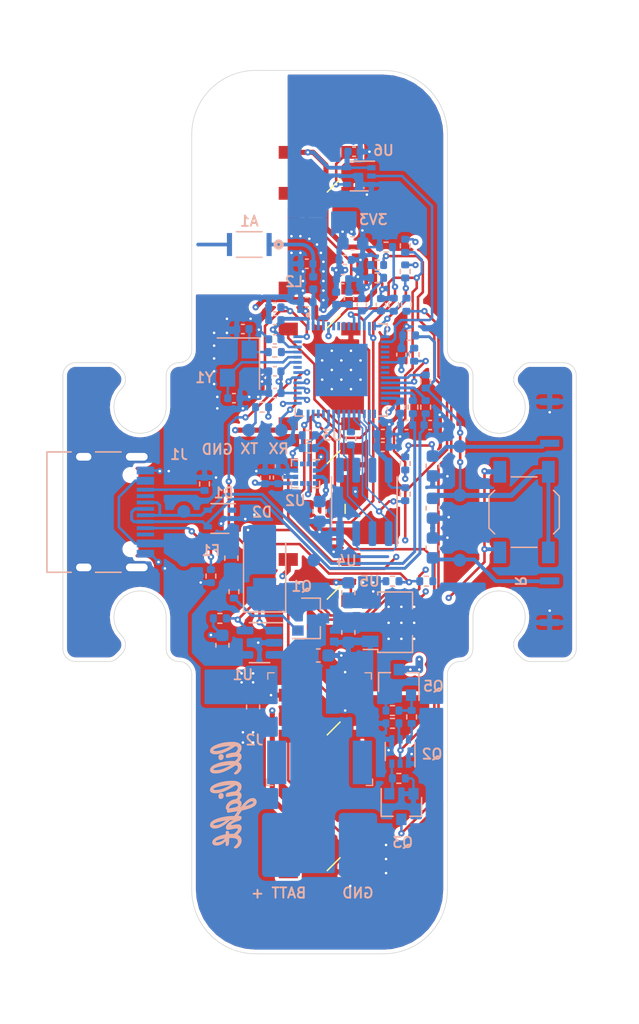
<source format=kicad_pcb>
(kicad_pcb (version 20171130) (host pcbnew "(5.1.5-0-10_14)")
  (layers (0 F.Cu signal) (1 In1.Cu signal hide) (2 In2.Cu signal hide) (31 B.Cu signal) (34 B.Paste user hide) (35 F.Paste user hide) (36 B.SilkS user hide) (37 F.SilkS user) (38 B.Mask user hide) (39 F.Mask user hide) (44 Edge.Cuts user hide))
  (net 0 "")
  (net 1 GND)
  (net 2 +3V3)
  (net 3 +VSW)
  (net 4 "Net-(D3-Pad2)")
  (net 5 "Net-(D4-Pad2)")
  (net 6 "Net-(D5-Pad2)")
  (net 7 "Net-(D6-Pad2)")
  (net 8 USB_D-)
  (net 9 USB_D+)
  (net 10 "Net-(Q2-Pad3)")
  (net 11 "Net-(Q2-Pad6)")
  (net 12 "Net-(Q3-Pad3)")
  (net 13 LIGHT_SENS)
  (net 14 SW_EN)
  (net 15 I2C_CLK)
  (net 16 I2C_DATA)
  (net 17 ACCEL_INT)
  (net 18 LED_DATA)
  (net 19 BUTTON)
  (net 20 CHRG_STAT)
  (net 21 "Net-(C1-Pad1)")
  (net 22 "Net-(D3-Pad4)")
  (net 23 "Net-(D7-Pad2)")
  (net 24 /RF_ANT)
  (net 25 "Net-(C16-Pad1)")
  (net 26 "Net-(C17-Pad1)")
  (net 27 "Net-(C19-Pad2)")
  (net 28 /RF_LNA)
  (net 29 /VDD_SPI)
  (net 30 VBUS_MONITOR)
  (net 31 /RX)
  (net 32 /TX)
  (net 33 LIGHT_SENS_EN)
  (net 34 "Net-(R6-Pad2)")
  (net 35 /SPI_FL_WP)
  (net 36 /SPI_FL_HD)
  (net 37 /SPI_FL_CLK)
  (net 38 /SPI_FL_Q)
  (net 39 /SPI_FL_D)
  (net 40 /SPI_FL_CS)
  (net 41 "Net-(R23-Pad1)")
  (net 42 "Net-(R27-Pad1)")
  (net 43 "Net-(Q1-Pad1)")
  (net 44 "Net-(Q5-Pad1)")
  (net 45 /VBAT)
  (net 46 /VBUS)
  (net 47 VBAT_MONITOR)
  (net 48 /VSUP)
  (net 49 CHRG_I_MONITOR)
  (net 50 "Net-(R7-Pad1)")
  (net 51 /USB+)
  (net 52 /USB-)
  (net 53 /VBUS_IN)
  (net 54 "Net-(C12-Pad1)")
  (net 55 "Net-(C33-Pad1)")
  (net 56 EN)
  (net 57 IO0)
  (net 58 "Net-(J1-PadA5)")
  (net 59 "Net-(J1-PadB5)")
  (net 60 "Net-(J1-PadS1)")
  (net 61 "Net-(D1-Pad1)")
  (net 62 "Net-(D8-Pad2)")
  (net 63 "Net-(J1-PadB8)")
  (net 64 "Net-(J1-PadA8)")
  (net 65 "Net-(U2-Pad11)")
  (net 66 "Net-(U2-Pad6)")
  (net 67 "Net-(U2-Pad4)")
  (net 68 "Net-(U3-Pad8)")
  (net 69 "Net-(U3-Pad9)")
  (net 70 "Net-(U3-Pad7)")
  (net 71 "Net-(U3-Pad6)")
  (net 72 "Net-(U3-Pad22)")
  (net 73 "Net-(U3-Pad28)")
  (net 74 "Net-(U3-Pad17)")
  (net 75 "Net-(U3-Pad18)")
  (net 76 "Net-(U3-Pad21)")
  (net 77 "Net-(U3-Pad19)")
  (net 78 "Net-(U3-Pad39)")
  (net 79 "Net-(U3-Pad40)")
  (net 80 "Net-(U3-Pad29)")
  (net 81 /MTCK)
  (net 82 /MTDO)
  (net 83 /MTDI)
  (net 84 /MTMS)
  (net 85 "Net-(U3-Pad55)")
  (net 86 "Net-(U3-Pad50)")
  (module Resistor_SMD:R_0402_1005Metric (layer B.Cu) (at 167.7 82.87 90)
    (fp_text reference R21 hide)
    (fp_text value 10k)
    (pad 2 smd roundrect (at 0.51 0 90) (size 0.54 0.64) (layers B.Cu B.Paste B.Mask) (net 2 +3V3))
    (pad 1 smd roundrect (at -0.51 0 90) (size 0.54 0.64) (layers B.Cu B.Paste B.Mask) (net 57 IO0))
  )
  (module footprints:ICT_TestPoint_Pad_D1.00mm (layer B.Cu) (at 171.97 98.54)
    (fp_text reference TP14 hide)
    (fp_text value TestPoint_ICT_1mm)
    (pad 1 smd circle (at 0 0) (size 1 1) (layers B.Cu B.Mask) (net 54 "Net-(C12-Pad1)"))
  )
  (module Resistor_SMD:R_0402_1005Metric (layer B.Cu) (at 160.15 97.67)
    (fp_text reference R24 hide)
    (fp_text value 10k)
    (pad 2 smd roundrect (at 0.51 0) (size 0.54 0.64) (layers B.Cu B.Paste B.Mask) (net 15 I2C_CLK))
    (pad 1 smd roundrect (at -0.51 0) (size 0.54 0.64) (layers B.Cu B.Paste B.Mask) (net 2 +3V3))
  )
  (module footprints:USB_C_Receptacle_KH-TYPE-C-16P (layer B.Cu) (at 146.7 103.67 90)
    (fp_text reference J1 (at 4.5 3.3 180) (layer B.SilkS) (effects (font (size 0.8 0.8)) (justify mirror)))
    (fp_text value KH-TYPE-C-16P)
    (pad B1 smd rect (at 3.25 0.675 90) (size 0.6 1.35) (layers B.Cu B.Paste B.Mask) (net 1 GND))
    (pad A9 smd rect (at 2.45 0.675 90) (size 0.6 1.35) (layers B.Cu B.Paste B.Mask) (net 53 /VBUS_IN))
    (pad B9 smd rect (at -2.45 0.675 90) (size 0.6 1.35) (layers B.Cu B.Paste B.Mask) (net 53 /VBUS_IN))
    (pad B12 smd rect (at -3.25 0.675 90) (size 0.6 1.35) (layers B.Cu B.Paste B.Mask) (net 1 GND))
    (pad A1 smd rect (at -3.25 0.675 90) (size 0.6 1.35) (layers B.Cu B.Paste B.Mask) (net 1 GND))
    (pad A4 smd rect (at -2.45 0.675 90) (size 0.6 1.35) (layers B.Cu B.Paste B.Mask) (net 53 /VBUS_IN))
    (pad B4 smd rect (at 2.45 0.675 90) (size 0.6 1.35) (layers B.Cu B.Paste B.Mask) (net 53 /VBUS_IN))
    (pad A12 smd rect (at 3.25 0.675 90) (size 0.6 1.35) (layers B.Cu B.Paste B.Mask) (net 1 GND))
    (pad B8 smd rect (at -1.75 0.675 90) (size 0.3 1.35) (layers B.Cu B.Paste B.Mask) (net 63 "Net-(J1-PadB8)"))
    (pad A5 smd rect (at -1.25 0.675 90) (size 0.3 1.35) (layers B.Cu B.Paste B.Mask) (net 58 "Net-(J1-PadA5)"))
    (pad B7 smd rect (at -0.75 0.675 90) (size 0.3 1.35) (layers B.Cu B.Paste B.Mask) (net 52 /USB-))
    (pad A7 smd rect (at 0.25 0.675 90) (size 0.3 1.35) (layers B.Cu B.Paste B.Mask) (net 52 /USB-))
    (pad B6 smd rect (at 0.75 0.675 90) (size 0.3 1.35) (layers B.Cu B.Paste B.Mask) (net 51 /USB+))
    (pad A8 smd rect (at 1.25 0.675 90) (size 0.3 1.35) (layers B.Cu B.Paste B.Mask) (net 64 "Net-(J1-PadA8)"))
    (pad B5 smd rect (at 1.75 0.675 90) (size 0.3 1.35) (layers B.Cu B.Paste B.Mask) (net 59 "Net-(J1-PadB5)"))
    (pad A6 smd rect (at -0.25 0.675 90) (size 0.3 1.35) (layers B.Cu B.Paste B.Mask) (net 51 /USB+))
    (pad S1 thru_hole oval (at 4.32 0 90) (size 1 2.1) (drill oval 0.6 1.7) (layers *.Cu *.Mask) (net 60 "Net-(J1-PadS1)"))
    (pad S1 thru_hole oval (at -4.32 0 90) (size 1 2.1) (drill oval 0.6 1.7) (layers *.Cu *.Mask) (net 60 "Net-(J1-PadS1)"))
    (pad "" np_thru_hole circle (at -2.89 -0.5 90) (size 0.65 0.65) (drill 0.65) (layers *.Cu *.Mask))
    (pad S1 thru_hole oval (at -4.32 -4.15 90) (size 1 1.6) (drill oval 0.6 1.2) (layers *.Cu *.Mask) (net 60 "Net-(J1-PadS1)"))
    (pad "" np_thru_hole circle (at 2.89 -0.5 90) (size 0.65 0.65) (drill 0.65) (layers *.Cu *.Mask))
    (pad S1 thru_hole oval (at 4.32 -4.15 90) (size 1 1.6) (drill oval 0.6 1.2) (layers *.Cu *.Mask) (net 60 "Net-(J1-PadS1)"))
  )
  (module Resistor_SMD:R_0402_1005Metric (layer B.Cu) (at 152.5 108.67 270)
    (fp_text reference R20 hide)
    (fp_text value 5k1)
    (pad 2 smd roundrect (at 0.51 0 270) (size 0.54 0.64) (layers B.Cu B.Paste B.Mask) (net 1 GND))
    (pad 1 smd roundrect (at -0.51 0 270) (size 0.54 0.64) (layers B.Cu B.Paste B.Mask) (net 58 "Net-(J1-PadA5)"))
  )
  (module Resistor_SMD:R_0402_1005Metric (layer B.Cu) (at 152 101.47 90)
    (fp_text reference R19 hide)
    (fp_text value 5k1)
    (pad 2 smd roundrect (at 0.51 0 90) (size 0.54 0.64) (layers B.Cu B.Paste B.Mask) (net 1 GND))
    (pad 1 smd roundrect (at -0.51 0 90) (size 0.54 0.64) (layers B.Cu B.Paste B.Mask) (net 59 "Net-(J1-PadB5)"))
  )
  (module Capacitor_SMD:C_0603_1608Metric (layer B.Cu) (at 169.85 106.47 90)
    (fp_text reference C33 hide)
    (fp_text value 10n)
    (pad 2 smd roundrect (at 0.775 0 90) (size 0.9 0.95) (layers B.Cu B.Paste B.Mask) (net 1 GND))
    (pad 1 smd roundrect (at -0.775 0 90) (size 0.9 0.95) (layers B.Cu B.Paste B.Mask) (net 55 "Net-(C33-Pad1)"))
  )
  (module Capacitor_SMD:C_0603_1608Metric (layer B.Cu) (at 169.85 100.07 270)
    (fp_text reference C12 hide)
    (fp_text value 10n)
    (pad 2 smd roundrect (at 0.775 0 270) (size 0.9 0.95) (layers B.Cu B.Paste B.Mask) (net 1 GND))
    (pad 1 smd roundrect (at -0.775 0 270) (size 0.9 0.95) (layers B.Cu B.Paste B.Mask) (net 54 "Net-(C12-Pad1)"))
  )
  (module footprints:STO-060A16AB (layer B.Cu) (at 179 110.67 90)
    (fp_text reference SW3 hide)
    (fp_text value DNP hide)
    (pad 2 smd rect (at 1.625 0 270) (size 0.55 1.5) (layers B.Cu B.Paste B.Mask) (net 55 "Net-(C33-Pad1)"))
    (pad 1 smd rect (at -1.625 0 90) (size 0.55 1.5) (layers B.Cu B.Paste B.Mask) (net 1 GND))
  )
  (module footprints:STO-060A16AB (layer B.Cu) (at 179 96.67 270)
    (fp_text reference SW2 hide)
    (fp_text value DNP hide)
    (pad 2 smd rect (at 1.625 0 90) (size 0.55 1.5) (layers B.Cu B.Paste B.Mask) (net 54 "Net-(C12-Pad1)"))
    (pad 1 smd rect (at -1.625 0 270) (size 0.55 1.5) (layers B.Cu B.Paste B.Mask) (net 1 GND))
  )
  (module Resistor_SMD:R_0402_1005Metric (layer B.Cu) (at 169.35 109.07 180)
    (fp_text reference R17 hide)
    (fp_text value 2k)
    (pad 2 smd roundrect (at 0.51 0 180) (size 0.54 0.64) (layers B.Cu B.Paste B.Mask) (net 56 EN))
    (pad 1 smd roundrect (at -0.51 0 180) (size 0.54 0.64) (layers B.Cu B.Paste B.Mask) (net 55 "Net-(C33-Pad1)"))
  )
  (module Resistor_SMD:R_0402_1005Metric (layer B.Cu) (at 167.7 99.87 270)
    (fp_text reference R15 hide)
    (fp_text value 2k)
    (pad 2 smd roundrect (at 0.51 0 270) (size 0.54 0.64) (layers B.Cu B.Paste B.Mask) (net 57 IO0))
    (pad 1 smd roundrect (at -0.51 0 270) (size 0.54 0.64) (layers B.Cu B.Paste B.Mask) (net 54 "Net-(C12-Pad1)"))
  )
  (module Capacitor_SMD:C_0402_1005Metric (layer B.Cu) (at 165.95 98.57)
    (fp_text reference C27 hide)
    (fp_text value 100n)
    (pad 2 smd roundrect (at 0.48 0) (size 0.56 0.62) (layers B.Cu B.Paste B.Mask) (net 1 GND))
    (pad 1 smd roundrect (at -0.48 0) (size 0.56 0.62) (layers B.Cu B.Paste B.Mask) (net 29 /VDD_SPI))
  )
  (module Package_SO:SOIC-8_3.9x4.9mm_P1.27mm (layer B.Cu) (at 164.5 102.87 90)
    (fp_text reference U4 (at -4.6 -1.4 180) (layer B.SilkS) (effects (font (size 0.8 0.8)) (justify mirror)))
    (fp_text value XT25F32BSOIG)
    (pad 8 smd roundrect (at 2.475 1.905 90) (size 1.95 0.6) (layers B.Cu B.Paste B.Mask) (net 29 /VDD_SPI))
    (pad 7 smd roundrect (at 2.475 0.635 90) (size 1.95 0.6) (layers B.Cu B.Paste B.Mask) (net 36 /SPI_FL_HD))
    (pad 6 smd roundrect (at 2.475 -0.635 90) (size 1.95 0.6) (layers B.Cu B.Paste B.Mask) (net 37 /SPI_FL_CLK))
    (pad 5 smd roundrect (at 2.475 -1.905 90) (size 1.95 0.6) (layers B.Cu B.Paste B.Mask) (net 39 /SPI_FL_D))
    (pad 4 smd roundrect (at -2.475 -1.905 90) (size 1.95 0.6) (layers B.Cu B.Paste B.Mask) (net 1 GND))
    (pad 3 smd roundrect (at -2.475 -0.635 90) (size 1.95 0.6) (layers B.Cu B.Paste B.Mask) (net 35 /SPI_FL_WP))
    (pad 2 smd roundrect (at -2.475 0.635 90) (size 1.95 0.6) (layers B.Cu B.Paste B.Mask) (net 38 /SPI_FL_Q))
    (pad 1 smd roundrect (at -2.475 1.905 90) (size 1.95 0.6) (layers B.Cu B.Paste B.Mask) (net 40 /SPI_FL_CS))
  )
  (module Resistor_SMD:R_0402_1005Metric (layer B.Cu) (at 163.45 97.92 270)
    (fp_text reference R7 hide)
    (fp_text value 0R)
    (pad 2 smd roundrect (at 0.51 0 270) (size 0.54 0.64) (layers B.Cu B.Paste B.Mask) (net 37 /SPI_FL_CLK))
    (pad 1 smd roundrect (at -0.51 0 270) (size 0.54 0.64) (layers B.Cu B.Paste B.Mask) (net 50 "Net-(R7-Pad1)"))
  )
  (module Capacitor_SMD:C_0603_1608Metric (layer B.Cu) (at 161 103.62 270)
    (fp_text reference C7 hide)
    (fp_text value 10n)
    (pad 2 smd roundrect (at 0.775 0 270) (size 0.9 0.95) (layers B.Cu B.Paste B.Mask) (net 1 GND))
    (pad 1 smd roundrect (at -0.775 0 270) (size 0.9 0.95) (layers B.Cu B.Paste B.Mask) (net 2 +3V3))
  )
  (module footprints:ESP32-S2 (layer B.Cu) (at 162.7 92.57 270)
    (fp_text reference U3 (at 5.1 0.7 180) (layer B.SilkS) (effects (font (size 0.8 0.8)) (justify mirror)))
    (fp_text value ESP32-S2 hide)
    (pad 8 smd rect (at -3.425 -0.2 180) (size 0.22 0.65) (layers B.Cu B.Paste B.Mask) (net 68 "Net-(U3-Pad8)"))
    (pad 9 smd rect (at -3.425 -0.6 180) (size 0.22 0.65) (layers B.Cu B.Paste B.Mask) (net 69 "Net-(U3-Pad9)"))
    (pad 10 smd rect (at -3.425 -1 180) (size 0.22 0.65) (layers B.Cu B.Paste B.Mask) (net 17 ACCEL_INT))
    (pad 11 smd rect (at -3.425 -1.4 180) (size 0.22 0.65) (layers B.Cu B.Paste B.Mask) (net 30 VBUS_MONITOR))
    (pad 13 smd rect (at -3.425 -2.2 180) (size 0.22 0.65) (layers B.Cu B.Paste B.Mask) (net 13 LIGHT_SENS))
    (pad 12 smd rect (at -3.425 -1.8 180) (size 0.22 0.65) (layers B.Cu B.Paste B.Mask) (net 47 VBAT_MONITOR))
    (pad 14 smd rect (at -3.425 -2.6 180) (size 0.22 0.65) (layers B.Cu B.Paste B.Mask) (net 20 CHRG_STAT))
    (pad 3 smd rect (at -3.425 1.8 180) (size 0.22 0.65) (layers B.Cu B.Paste B.Mask) (net 27 "Net-(C19-Pad2)"))
    (pad 2 smd rect (at -3.425 2.2 180) (size 0.22 0.65) (layers B.Cu B.Paste B.Mask) (net 28 /RF_LNA))
    (pad 1 smd rect (at -3.425 2.6 180) (size 0.22 0.65) (layers B.Cu B.Paste B.Mask) (net 2 +3V3))
    (pad 4 smd rect (at -3.425 1.4 180) (size 0.22 0.65) (layers B.Cu B.Paste B.Mask) (net 27 "Net-(C19-Pad2)"))
    (pad 7 smd rect (at -3.425 0.2 180) (size 0.22 0.65) (layers B.Cu B.Paste B.Mask) (net 70 "Net-(U3-Pad7)"))
    (pad 6 smd rect (at -3.425 0.6 180) (size 0.22 0.65) (layers B.Cu B.Paste B.Mask) (net 71 "Net-(U3-Pad6)"))
    (pad 5 smd rect (at -3.425 1 180) (size 0.22 0.65) (layers B.Cu B.Paste B.Mask) (net 57 IO0))
    (pad 22 smd rect (at 0.2 -3.425 90) (size 0.22 0.65) (layers B.Cu B.Paste B.Mask) (net 72 "Net-(U3-Pad22)"))
    (pad 23 smd rect (at 0.6 -3.425 90) (size 0.22 0.65) (layers B.Cu B.Paste B.Mask) (net 19 BUTTON))
    (pad 24 smd rect (at 1 -3.425 90) (size 0.22 0.65) (layers B.Cu B.Paste B.Mask) (net 41 "Net-(R23-Pad1)"))
    (pad 25 smd rect (at 1.4 -3.425 90) (size 0.22 0.65) (layers B.Cu B.Paste B.Mask) (net 8 USB_D-))
    (pad 27 smd rect (at 2.2 -3.425 90) (size 0.22 0.65) (layers B.Cu B.Paste B.Mask) (net 2 +3V3))
    (pad 26 smd rect (at 1.8 -3.425 90) (size 0.22 0.65) (layers B.Cu B.Paste B.Mask) (net 9 USB_D+))
    (pad 28 smd rect (at 2.6 -3.425 90) (size 0.22 0.65) (layers B.Cu B.Paste B.Mask) (net 73 "Net-(U3-Pad28)"))
    (pad 17 smd rect (at -1.8 -3.425 90) (size 0.22 0.65) (layers B.Cu B.Paste B.Mask) (net 74 "Net-(U3-Pad17)"))
    (pad 16 smd rect (at -2.2 -3.425 90) (size 0.22 0.65) (layers B.Cu B.Paste B.Mask) (net 18 LED_DATA))
    (pad 15 smd rect (at -2.6 -3.425 90) (size 0.22 0.65) (layers B.Cu B.Paste B.Mask) (net 49 CHRG_I_MONITOR))
    (pad 18 smd rect (at -1.4 -3.425 90) (size 0.22 0.65) (layers B.Cu B.Paste B.Mask) (net 75 "Net-(U3-Pad18)"))
    (pad 21 smd rect (at -0.2 -3.425 90) (size 0.22 0.65) (layers B.Cu B.Paste B.Mask) (net 76 "Net-(U3-Pad21)"))
    (pad 20 smd rect (at -0.6 -3.425 90) (size 0.22 0.65) (layers B.Cu B.Paste B.Mask) (net 2 +3V3))
    (pad 19 smd rect (at -1 -3.425 90) (size 0.22 0.65) (layers B.Cu B.Paste B.Mask) (net 77 "Net-(U3-Pad19)"))
    (pad 36 smd rect (at 3.425 0.2) (size 0.22 0.65) (layers B.Cu B.Paste B.Mask) (net 39 /SPI_FL_D))
    (pad 37 smd rect (at 3.425 0.6) (size 0.22 0.65) (layers B.Cu B.Paste B.Mask) (net 16 I2C_DATA))
    (pad 38 smd rect (at 3.425 1) (size 0.22 0.65) (layers B.Cu B.Paste B.Mask) (net 15 I2C_CLK))
    (pad 39 smd rect (at 3.425 1.4) (size 0.22 0.65) (layers B.Cu B.Paste B.Mask) (net 78 "Net-(U3-Pad39)"))
    (pad 41 smd rect (at 3.425 2.2) (size 0.22 0.65) (layers B.Cu B.Paste B.Mask) (net 33 LIGHT_SENS_EN))
    (pad 40 smd rect (at 3.425 1.8) (size 0.22 0.65) (layers B.Cu B.Paste B.Mask) (net 79 "Net-(U3-Pad40)"))
    (pad 42 smd rect (at 3.425 2.6) (size 0.22 0.65) (layers B.Cu B.Paste B.Mask) (net 14 SW_EN))
    (pad 31 smd rect (at 3.425 -1.8) (size 0.22 0.65) (layers B.Cu B.Paste B.Mask) (net 36 /SPI_FL_HD))
    (pad 30 smd rect (at 3.425 -2.2) (size 0.22 0.65) (layers B.Cu B.Paste B.Mask) (net 29 /VDD_SPI))
    (pad 29 smd rect (at 3.425 -2.6) (size 0.22 0.65) (layers B.Cu B.Paste B.Mask) (net 80 "Net-(U3-Pad29)"))
    (pad 32 smd rect (at 3.425 -1.4) (size 0.22 0.65) (layers B.Cu B.Paste B.Mask) (net 35 /SPI_FL_WP))
    (pad 35 smd rect (at 3.425 -0.2) (size 0.22 0.65) (layers B.Cu B.Paste B.Mask) (net 38 /SPI_FL_Q))
    (pad 34 smd rect (at 3.425 -0.6) (size 0.22 0.65) (layers B.Cu B.Paste B.Mask) (net 50 "Net-(R7-Pad1)"))
    (pad 33 smd rect (at 3.425 -1) (size 0.22 0.65) (layers B.Cu B.Paste B.Mask) (net 40 /SPI_FL_CS))
    (pad 43 smd rect (at 2.6 3.425 270) (size 0.22 0.65) (layers B.Cu B.Paste B.Mask) (net 81 /MTCK))
    (pad 44 smd rect (at 2.2 3.425 270) (size 0.22 0.65) (layers B.Cu B.Paste B.Mask) (net 82 /MTDO))
    (pad 45 smd rect (at 1.8 3.425 270) (size 0.22 0.65) (layers B.Cu B.Paste B.Mask) (net 2 +3V3))
    (pad 46 smd rect (at 1.4 3.425 270) (size 0.22 0.65) (layers B.Cu B.Paste B.Mask) (net 83 /MTDI))
    (pad 48 smd rect (at 0.6 3.425 270) (size 0.22 0.65) (layers B.Cu B.Paste B.Mask) (net 42 "Net-(R27-Pad1)"))
    (pad 47 smd rect (at 1 3.425 270) (size 0.22 0.65) (layers B.Cu B.Paste B.Mask) (net 84 /MTMS))
    (pad 49 smd rect (at 0.2 3.425 270) (size 0.22 0.65) (layers B.Cu B.Paste B.Mask) (net 31 /RX))
    (pad 56 smd rect (at -2.6 3.425 270) (size 0.22 0.65) (layers B.Cu B.Paste B.Mask) (net 56 EN))
    (pad 54 smd rect (at -1.8 3.425 270) (size 0.22 0.65) (layers B.Cu B.Paste B.Mask) (net 2 +3V3))
    (pad 55 smd rect (at -2.2 3.425 270) (size 0.22 0.65) (layers B.Cu B.Paste B.Mask) (net 85 "Net-(U3-Pad55)"))
    (pad 53 smd rect (at -1.4 3.425 270) (size 0.22 0.65) (layers B.Cu B.Paste B.Mask) (net 34 "Net-(R6-Pad2)"))
    (pad 52 smd rect (at -1 3.425 270) (size 0.22 0.65) (layers B.Cu B.Paste B.Mask) (net 26 "Net-(C17-Pad1)"))
    (pad 51 smd rect (at -0.6 3.425 270) (size 0.22 0.65) (layers B.Cu B.Paste B.Mask) (net 2 +3V3))
    (pad 50 smd rect (at -0.2 3.425 270) (size 0.22 0.65) (layers B.Cu B.Paste B.Mask) (net 86 "Net-(U3-Pad50)"))
    (pad 57 thru_hole circle (at -0.745404 -0.002783 180) (size 0.5 0.5) (drill 0.2) (layers *.Cu *.Mask) (net 1 GND))
    (pad 57 thru_hole circle (at -0.745404 1.497217 180) (size 0.5 0.5) (drill 0.2) (layers *.Cu *.Mask) (net 1 GND))
    (pad 57 thru_hole circle (at -0.745404 -1.502783 180) (size 0.5 0.5) (drill 0.2) (layers *.Cu *.Mask) (net 1 GND))
    (pad 57 thru_hole circle (at 0.754596 -0.002783 180) (size 0.5 0.5) (drill 0.2) (layers *.Cu *.Mask) (net 1 GND))
    (pad 57 thru_hole circle (at 0.754596 1.497217 180) (size 0.5 0.5) (drill 0.2) (layers *.Cu *.Mask) (net 1 GND))
    (pad 57 thru_hole circle (at 0.754596 -1.502783 180) (size 0.5 0.5) (drill 0.2) (layers *.Cu *.Mask) (net 1 GND))
    (pad 57 thru_hole circle (at -0.002783 -0.754596 270) (size 0.5 0.5) (drill 0.2) (layers *.Cu *.Mask) (net 1 GND))
    (pad 57 thru_hole circle (at 1.497217 -0.754596 270) (size 0.5 0.5) (drill 0.2) (layers *.Cu *.Mask) (net 1 GND))
    (pad 57 thru_hole circle (at -1.502783 -0.754596 270) (size 0.5 0.5) (drill 0.2) (layers *.Cu *.Mask) (net 1 GND))
    (pad 57 thru_hole circle (at -1.502783 0.745404 270) (size 0.5 0.5) (drill 0.2) (layers *.Cu *.Mask) (net 1 GND))
    (pad 57 thru_hole circle (at 1.497217 0.745404 270) (size 0.5 0.5) (drill 0.2) (layers *.Cu *.Mask) (net 1 GND))
    (pad 57 thru_hole circle (at -0.002783 0.745404 270) (size 0.5 0.5) (drill 0.2) (layers *.Cu *.Mask) (net 1 GND))
    (pad 57 smd rect (at 0 0 270) (size 4.1 4.1) (layers B.Cu B.Mask) (net 1 GND))
  )
  (module Capacitor_SMD:C_0402_1005Metric (layer B.Cu) (at 157.5 88.67 180)
    (fp_text reference C4 hide)
    (fp_text value 100n)
    (pad 2 smd roundrect (at 0.48 0 180) (size 0.56 0.62) (layers B.Cu B.Paste B.Mask) (net 1 GND))
    (pad 1 smd roundrect (at -0.48 0 180) (size 0.56 0.62) (layers B.Cu B.Paste B.Mask) (net 2 +3V3))
  )
  (module Resistor_SMD:R_0402_1005Metric (layer B.Cu) (at 167.7 102.27 90)
    (fp_text reference R22 hide)
    (fp_text value DNP)
    (pad 2 smd roundrect (at 0.51 0 90) (size 0.54 0.64) (layers B.Cu B.Paste B.Mask) (net 29 /VDD_SPI))
    (pad 1 smd roundrect (at -0.51 0 90) (size 0.54 0.64) (layers B.Cu B.Paste B.Mask) (net 40 /SPI_FL_CS))
  )
  (module Package_TO_SOT_SMD:SOT-23-5 (layer B.Cu) (at 156.3 113.87 180)
    (fp_text reference U1 (at 1.3 -2.5) (layer B.SilkS) (effects (font (size 0.8 0.8)) (justify mirror)))
    (fp_text value BRCL4054CME)
    (pad 5 smd roundrect (at 1.1375 0.95 180) (size 1.325 0.6) (layers B.Cu B.Paste B.Mask) (net 49 CHRG_I_MONITOR))
    (pad 4 smd roundrect (at 1.1375 -0.95 180) (size 1.325 0.6) (layers B.Cu B.Paste B.Mask) (net 46 /VBUS))
    (pad 3 smd roundrect (at -1.1375 -0.95 180) (size 1.325 0.6) (layers B.Cu B.Paste B.Mask) (net 45 /VBAT))
    (pad 2 smd roundrect (at -1.1375 0 180) (size 1.325 0.6) (layers B.Cu B.Paste B.Mask) (net 1 GND))
    (pad 1 smd roundrect (at -1.1375 0.95 180) (size 1.325 0.6) (layers B.Cu B.Paste B.Mask) (net 20 CHRG_STAT))
  )
  (module Resistor_SMD:R_0402_1005Metric (layer B.Cu) (at 160.15 98.67)
    (fp_text reference R18 hide)
    (fp_text value 10k)
    (pad 2 smd roundrect (at 0.51 0) (size 0.54 0.64) (layers B.Cu B.Paste B.Mask) (net 16 I2C_DATA))
    (pad 1 smd roundrect (at -0.51 0) (size 0.54 0.64) (layers B.Cu B.Paste B.Mask) (net 2 +3V3))
  )
  (module Resistor_SMD:R_0402_1005Metric (layer B.Cu) (at 166.2 82.97 180)
    (fp_text reference R16 hide)
    (fp_text value 47k)
    (pad 2 smd roundrect (at 0.51 0 180) (size 0.54 0.64) (layers B.Cu B.Paste B.Mask) (net 1 GND))
    (pad 1 smd roundrect (at -0.51 0 180) (size 0.54 0.64) (layers B.Cu B.Paste B.Mask) (net 13 LIGHT_SENS))
  )
  (module Resistor_SMD:R_0402_1005Metric (layer B.Cu) (at 166.7 120.17 180)
    (fp_text reference R14 hide)
    (fp_text value 47k)
    (pad 2 smd roundrect (at 0.51 0 180) (size 0.54 0.64) (layers B.Cu B.Paste B.Mask) (net 1 GND))
    (pad 1 smd roundrect (at -0.51 0 180) (size 0.54 0.64) (layers B.Cu B.Paste B.Mask) (net 14 SW_EN))
  )
  (module Resistor_SMD:R_0402_1005Metric (layer B.Cu) (at 166.8 87.47 90)
    (fp_text reference R13 hide)
    (fp_text value 47k)
    (pad 2 smd roundrect (at 0.51 0 90) (size 0.54 0.64) (layers B.Cu B.Paste B.Mask) (net 1 GND))
    (pad 1 smd roundrect (at -0.51 0 90) (size 0.54 0.64) (layers B.Cu B.Paste B.Mask) (net 47 VBAT_MONITOR))
  )
  (module Resistor_SMD:R_0402_1005Metric (layer B.Cu) (at 167.8 87.47 90)
    (fp_text reference R12 hide)
    (fp_text value 47k)
    (pad 2 smd roundrect (at 0.51 0 90) (size 0.54 0.64) (layers B.Cu B.Paste B.Mask) (net 47 VBAT_MONITOR))
    (pad 1 smd roundrect (at -0.51 0 90) (size 0.54 0.64) (layers B.Cu B.Paste B.Mask) (net 12 "Net-(Q3-Pad3)"))
  )
  (module Resistor_SMD:R_0402_1005Metric (layer B.Cu) (at 168.2 119.67 270)
    (fp_text reference R11 hide)
    (fp_text value 47k)
    (pad 2 smd roundrect (at 0.51 0 270) (size 0.54 0.64) (layers B.Cu B.Paste B.Mask) (net 11 "Net-(Q2-Pad6)"))
    (pad 1 smd roundrect (at -0.51 0 270) (size 0.54 0.64) (layers B.Cu B.Paste B.Mask) (net 44 "Net-(Q5-Pad1)"))
  )
  (module Resistor_SMD:R_0402_1005Metric (layer B.Cu) (at 167.2 124.47 180)
    (fp_text reference R10 hide)
    (fp_text value 47k)
    (pad 2 smd roundrect (at 0.51 0 180) (size 0.54 0.64) (layers B.Cu B.Paste B.Mask) (net 10 "Net-(Q2-Pad3)"))
    (pad 1 smd roundrect (at -0.51 0 180) (size 0.54 0.64) (layers B.Cu B.Paste B.Mask) (net 45 /VBAT))
  )
  (module Resistor_SMD:R_0402_1005Metric (layer B.Cu) (at 166.7 119.17)
    (fp_text reference R9 hide)
    (fp_text value 470k)
    (pad 2 smd roundrect (at 0.51 0) (size 0.54 0.64) (layers B.Cu B.Paste B.Mask) (net 44 "Net-(Q5-Pad1)"))
    (pad 1 smd roundrect (at -0.51 0) (size 0.54 0.64) (layers B.Cu B.Paste B.Mask) (net 48 /VSUP))
  )
  (module Resistor_SMD:R_0402_1005Metric (layer B.Cu) (at 154.3 109.88 270)
    (fp_text reference R8 hide)
    (fp_text value 47k)
    (pad 2 smd roundrect (at 0.51 0 270) (size 0.54 0.64) (layers B.Cu B.Paste B.Mask) (net 43 "Net-(Q1-Pad1)"))
    (pad 1 smd roundrect (at -0.51 0 270) (size 0.54 0.64) (layers B.Cu B.Paste B.Mask) (net 46 /VBUS))
  )
  (module Resistor_SMD:R_0402_1005Metric (layer B.Cu) (at 167.7 84.87 270)
    (fp_text reference R5 hide)
    (fp_text value 47k)
    (pad 2 smd roundrect (at 0.51 0 270) (size 0.54 0.64) (layers B.Cu B.Paste B.Mask) (net 20 CHRG_STAT))
    (pad 1 smd roundrect (at -0.51 0 270) (size 0.54 0.64) (layers B.Cu B.Paste B.Mask) (net 2 +3V3))
  )
  (module Resistor_SMD:R_0402_1005Metric (layer B.Cu) (at 153.2 111.97 180)
    (fp_text reference R4 hide)
    (fp_text value 10k)
    (pad 2 smd roundrect (at 0.51 0 180) (size 0.54 0.64) (layers B.Cu B.Paste B.Mask) (net 1 GND))
    (pad 1 smd roundrect (at -0.51 0 180) (size 0.54 0.64) (layers B.Cu B.Paste B.Mask) (net 49 CHRG_I_MONITOR))
  )
  (module Resistor_SMD:R_0402_1005Metric (layer B.Cu) (at 169.3 93.47 270)
    (fp_text reference R2 hide)
    (fp_text value 10k)
    (pad 2 smd roundrect (at 0.51 0 270) (size 0.54 0.64) (layers B.Cu B.Paste B.Mask) (net 21 "Net-(C1-Pad1)"))
    (pad 1 smd roundrect (at -0.51 0 270) (size 0.54 0.64) (layers B.Cu B.Paste B.Mask) (net 19 BUTTON))
  )
  (module Resistor_SMD:R_0402_1005Metric (layer B.Cu) (at 168 89.87 180)
    (fp_text reference R1 hide)
    (fp_text value 47k)
    (pad 2 smd roundrect (at 0.51 0 180) (size 0.54 0.64) (layers B.Cu B.Paste B.Mask) (net 1 GND))
    (pad 1 smd roundrect (at -0.51 0 180) (size 0.54 0.64) (layers B.Cu B.Paste B.Mask) (net 21 "Net-(C1-Pad1)"))
  )
  (module Fuse:Fuse_0603_1608Metric (layer B.Cu) (at 154.1 107.27 90)
    (fp_text reference F1 (at 0.6 -1.6 180) (layer B.SilkS) (effects (font (size 0.8 0.8)) (justify mirror)))
    (fp_text value MF-FSMF050X-2)
    (pad 2 smd roundrect (at 0.7875 0 90) (size 0.875 0.95) (layers B.Cu B.Paste B.Mask) (net 53 /VBUS_IN))
    (pad 1 smd roundrect (at -0.7875 0 90) (size 0.875 0.95) (layers B.Cu B.Paste B.Mask) (net 46 /VBUS))
  )
  (module Diode_SMD:D_SMA (layer B.Cu) (at 156.7 108.07 90)
    (fp_text reference D2 (at 4.4 -0.2 180) (layer B.SilkS) (effects (font (size 0.8 0.8)) (justify mirror)))
    (fp_text value SS14F)
    (pad 2 smd rect (at 2 0 90) (size 2.5 1.8) (layers B.Cu B.Paste B.Mask) (net 46 /VBUS))
    (pad 1 smd rect (at -2 0 90) (size 2.5 1.8) (layers B.Cu B.Paste B.Mask) (net 48 /VSUP))
  )
  (module Package_TO_SOT_SMD:SOT-353_SC-70-5 (layer B.Cu) (at 153.2 104.17 180)
    (fp_text reference D1 (at -0.3 2) (layer B.SilkS) (effects (font (size 0.8 0.8)) (justify mirror)))
    (fp_text value SEMF05LC)
    (pad 5 smd rect (at 0.95 0.65 180) (size 0.65 0.4) (layers B.Cu B.Paste B.Mask) (net 51 /USB+))
    (pad 4 smd rect (at 0.95 -0.65 180) (size 0.65 0.4) (layers B.Cu B.Paste B.Mask) (net 52 /USB-))
    (pad 2 smd rect (at -0.95 0 180) (size 0.65 0.4) (layers B.Cu B.Paste B.Mask) (net 1 GND))
    (pad 3 smd rect (at -0.95 -0.65 180) (size 0.65 0.4) (layers B.Cu B.Paste B.Mask) (net 53 /VBUS_IN))
    (pad 1 smd rect (at -0.95 0.65 180) (size 0.65 0.4) (layers B.Cu B.Paste B.Mask) (net 61 "Net-(D1-Pad1)"))
  )
  (module Capacitor_SMD:C_0603_1608Metric (layer B.Cu) (at 155.8 118.895 270)
    (fp_text reference C14 hide)
    (fp_text value 10u)
    (pad 2 smd roundrect (at 0.775 0 270) (size 0.9 0.95) (layers B.Cu B.Paste B.Mask) (net 1 GND))
    (pad 1 smd roundrect (at -0.775 0 270) (size 0.9 0.95) (layers B.Cu B.Paste B.Mask) (net 3 +VSW))
  )
  (module Capacitor_SMD:C_0402_1005Metric (layer B.Cu) (at 163.7 75.52)
    (fp_text reference C13 hide)
    (fp_text value 100n)
    (pad 2 smd roundrect (at 0.48 0) (size 0.56 0.62) (layers B.Cu B.Paste B.Mask) (net 1 GND))
    (pad 1 smd roundrect (at -0.48 0) (size 0.56 0.62) (layers B.Cu B.Paste B.Mask) (net 3 +VSW))
  )
  (module Capacitor_SMD:C_0402_1005Metric (layer B.Cu) (at 165.8 87.47 90)
    (fp_text reference C8 hide)
    (fp_text value 100n)
    (pad 2 smd roundrect (at 0.48 0 90) (size 0.56 0.62) (layers B.Cu B.Paste B.Mask) (net 1 GND))
    (pad 1 smd roundrect (at -0.48 0 90) (size 0.56 0.62) (layers B.Cu B.Paste B.Mask) (net 47 VBAT_MONITOR))
  )
  (module Capacitor_SMD:C_0402_1005Metric (layer B.Cu) (at 157.75 100.97 90)
    (fp_text reference C6 hide)
    (fp_text value 100n)
    (pad 2 smd roundrect (at 0.48 0 90) (size 0.56 0.62) (layers B.Cu B.Paste B.Mask) (net 1 GND))
    (pad 1 smd roundrect (at -0.48 0 90) (size 0.56 0.62) (layers B.Cu B.Paste B.Mask) (net 2 +3V3))
  )
  (module Capacitor_SMD:C_0402_1005Metric (layer B.Cu) (at 156.75 100.97 90)
    (fp_text reference C5 hide)
    (fp_text value 1u)
    (pad 2 smd roundrect (at 0.48 0 90) (size 0.56 0.62) (layers B.Cu B.Paste B.Mask) (net 1 GND))
    (pad 1 smd roundrect (at -0.48 0 90) (size 0.56 0.62) (layers B.Cu B.Paste B.Mask) (net 2 +3V3))
  )
  (module Capacitor_SMD:C_0603_1608Metric (layer B.Cu) (at 153.4 114.07 90)
    (fp_text reference C3 hide)
    (fp_text value 10u)
    (pad 2 smd roundrect (at 0.775 0 90) (size 0.9 0.95) (layers B.Cu B.Paste B.Mask) (net 1 GND))
    (pad 1 smd roundrect (at -0.775 0 90) (size 0.9 0.95) (layers B.Cu B.Paste B.Mask) (net 46 /VBUS))
  )
  (module Capacitor_SMD:C_0603_1608Metric (layer B.Cu) (at 160.9 114.87)
    (fp_text reference C2 hide)
    (fp_text value 10u)
    (pad 2 smd roundrect (at 0.775 0) (size 0.9 0.95) (layers B.Cu B.Paste B.Mask) (net 1 GND))
    (pad 1 smd roundrect (at -0.775 0) (size 0.9 0.95) (layers B.Cu B.Paste B.Mask) (net 45 /VBAT))
  )
  (module Capacitor_SMD:C_0603_1608Metric (layer B.Cu) (at 169.85 103.37 270)
    (fp_text reference C1 hide)
    (fp_text value 10n)
    (pad 2 smd roundrect (at 0.775 0 270) (size 0.9 0.95) (layers B.Cu B.Paste B.Mask) (net 1 GND))
    (pad 1 smd roundrect (at -0.775 0 270) (size 0.9 0.95) (layers B.Cu B.Paste B.Mask) (net 21 "Net-(C1-Pad1)"))
  )
  (module bike-light-board:Solder_Wire_Pad_5mmx3mm (layer B.Cu) (at 163.999999 129.670508)
    (fp_text reference P3 hide)
    (fp_text value WirePad hide)
    (pad 1 smd roundrect (at 0 0) (size 3 5) (layers B.Cu B.Paste B.Mask) (roundrect_rratio 0.1) (net 1 GND))
  )
  (module bike-light-board:Solder_Wire_Pad_5mmx3mm (layer B.Cu) (at 157.999999 129.670508)
    (fp_text reference P2 hide)
    (fp_text value WirePad hide)
    (pad 1 smd roundrect (at 0 0) (size 3 5) (layers B.Cu B.Paste B.Mask) (roundrect_rratio 0.1) (net 45 /VBAT))
  )
  (module footprints:ICT_TestPoint_Pad_D1.00mm (layer B.Cu) (at 163.08 80.76)
    (fp_text reference TP19 hide)
    (fp_text value TestPoint_ICT_1mm)
    (pad 1 smd circle (at 0 0) (size 1 1) (layers B.Cu B.Mask) (net 2 +3V3))
  )
  (module footprints:ICT_TestPoint_Pad_D1.00mm (layer B.Cu) (at 152.92 117.59)
    (fp_text reference TP18 hide)
    (fp_text value TestPoint_ICT_1mm)
    (pad 1 smd circle (at 0 0) (size 1 1) (layers B.Cu B.Mask) (net 3 +VSW))
  )
  (module footprints:ICT_TestPoint_Pad_D1.00mm (layer B.Cu) (at 170.7 112.51)
    (fp_text reference TP17 hide)
    (fp_text value TestPoint_ICT_1mm)
    (pad 1 smd circle (at 0 0) (size 1 1) (layers B.Cu B.Mask) (net 48 /VSUP))
  )
  (module footprints:ICT_TestPoint_Pad_D1.00mm (layer B.Cu) (at 171.97 107.43)
    (fp_text reference TP12 hide)
    (fp_text value TestPoint_ICT_1mm)
    (pad 1 smd circle (at 0 0) (size 1 1) (layers B.Cu B.Mask) (net 55 "Net-(C33-Pad1)"))
  )
  (module footprints:ICT_TestPoint_Pad_D1.00mm (layer B.Cu) (at 158 97.27)
    (fp_text reference TP11 hide)
    (fp_text value TestPoint_ICT_1mm)
    (pad 1 smd circle (at 0 0) (size 1 1) (layers B.Cu B.Mask) (net 31 /RX))
  )
  (module footprints:ICT_TestPoint_Pad_D1.00mm (layer B.Cu) (at 155.46 97.27)
    (fp_text reference TP10 hide)
    (fp_text value TestPoint_ICT_1mm)
    (pad 1 smd circle (at 0 0) (size 1 1) (layers B.Cu B.Mask) (net 32 /TX))
  )
  (module footprints:ICT_TestPoint_Pad_D1.00mm (layer B.Cu) (at 150.38 107.43)
    (fp_text reference TP9 hide)
    (fp_text value TestPoint_ICT_1mm)
    (pad 1 smd circle (at 0 0) (size 1 1) (layers B.Cu B.Mask) (net 53 /VBUS_IN))
  )
  (module footprints:ICT_TestPoint_Pad_D1.00mm (layer B.Cu) (at 171.97 102.35)
    (fp_text reference TP8 hide)
    (fp_text value TestPoint_ICT_1mm)
    (pad 1 smd circle (at 0 0) (size 1 1) (layers B.Cu B.Mask) (net 21 "Net-(C1-Pad1)"))
  )
  (module footprints:ICT_TestPoint_Pad_D1.00mm (layer B.Cu) (at 160.54 107.43)
    (fp_text reference TP7 hide)
    (fp_text value TestPoint_ICT_1mm)
    (pad 1 smd circle (at 0 0) (size 1 1) (layers B.Cu B.Mask) (net 52 /USB-))
  )
  (module footprints:ICT_TestPoint_Pad_D1.00mm (layer B.Cu) (at 150.38 103.62)
    (fp_text reference TP6 hide)
    (fp_text value TestPoint_ICT_1mm)
    (pad 1 smd circle (at 0 0) (size 1 1) (layers B.Cu B.Mask) (net 51 /USB+))
  )
  (module footprints:ICT_TestPoint_Pad_D1.00mm (layer B.Cu) (at 152.92 97.27)
    (fp_text reference TP5 hide)
    (fp_text value TestPoint_ICT_1mm)
    (pad 1 smd circle (at 0 0) (size 1 1) (layers B.Cu B.Mask) (net 1 GND))
  )
  (module Package_TO_SOT_SMD:SOT-23 (layer B.Cu) (at 167.2 116.97 90)
    (fp_text reference Q5 (at -0.3 2.7 180) (layer B.SilkS) (effects (font (size 0.8 0.8)) (justify mirror)))
    (fp_text value HX2301A)
    (pad 3 smd rect (at 1 0 90) (size 0.9 0.8) (layers B.Cu B.Paste B.Mask) (net 3 +VSW))
    (pad 2 smd rect (at -1 -0.95 90) (size 0.9 0.8) (layers B.Cu B.Paste B.Mask) (net 48 /VSUP))
    (pad 1 smd rect (at -1 0.95 90) (size 0.9 0.8) (layers B.Cu B.Paste B.Mask) (net 44 "Net-(Q5-Pad1)"))
  )
  (module Package_TO_SOT_SMD:SOT-23 (layer B.Cu) (at 167.4 126.67 270)
    (fp_text reference Q3 (at 2.8 -0.1 180) (layer B.SilkS) (effects (font (size 0.8 0.8)) (justify mirror)))
    (fp_text value HX2301A)
    (pad 3 smd rect (at 1 0 270) (size 0.9 0.8) (layers B.Cu B.Paste B.Mask) (net 12 "Net-(Q3-Pad3)"))
    (pad 2 smd rect (at -1 -0.95 270) (size 0.9 0.8) (layers B.Cu B.Paste B.Mask) (net 45 /VBAT))
    (pad 1 smd rect (at -1 0.95 270) (size 0.9 0.8) (layers B.Cu B.Paste B.Mask) (net 10 "Net-(Q2-Pad3)"))
  )
  (module Package_TO_SOT_SMD:SOT-363_SC-70-6 (layer B.Cu) (at 167.3 122.37 90)
    (fp_text reference Q2 (at -0.2 2.5 180) (layer B.SilkS) (effects (font (size 0.8 0.8)) (justify mirror)))
    (fp_text value L2N7002DW1T1G)
    (pad 6 smd rect (at 0.95 0.65 90) (size 0.65 0.4) (layers B.Cu B.Paste B.Mask) (net 11 "Net-(Q2-Pad6)"))
    (pad 4 smd rect (at 0.95 -0.65 90) (size 0.65 0.4) (layers B.Cu B.Paste B.Mask) (net 1 GND))
    (pad 2 smd rect (at -0.95 0 90) (size 0.65 0.4) (layers B.Cu B.Paste B.Mask) (net 14 SW_EN))
    (pad 5 smd rect (at 0.95 0 90) (size 0.65 0.4) (layers B.Cu B.Paste B.Mask) (net 14 SW_EN))
    (pad 3 smd rect (at -0.95 -0.65 90) (size 0.65 0.4) (layers B.Cu B.Paste B.Mask) (net 10 "Net-(Q2-Pad3)"))
    (pad 1 smd rect (at -0.95 0.65 90) (size 0.65 0.4) (layers B.Cu B.Paste B.Mask) (net 1 GND))
  )
  (module Package_TO_SOT_SMD:SOT-23 (layer B.Cu) (at 160.3 111.97)
    (fp_text reference Q1 (at -0.7 -2.5) (layer B.SilkS) (effects (font (size 0.8 0.8)) (justify mirror)))
    (fp_text value HX2301A)
    (pad 3 smd rect (at 1 0) (size 0.9 0.8) (layers B.Cu B.Paste B.Mask) (net 45 /VBAT))
    (pad 2 smd rect (at -1 -0.95) (size 0.9 0.8) (layers B.Cu B.Paste B.Mask) (net 48 /VSUP))
    (pad 1 smd rect (at -1 0.95) (size 0.9 0.8) (layers B.Cu B.Paste B.Mask) (net 43 "Net-(Q1-Pad1)"))
  )
  (module Crystal:Crystal_SMD_3225-4Pin_3.2x2.5mm (layer B.Cu) (at 154.65 92.07 270)
    (fp_text reference Y1 (at 1.1 2.65 180) (layer B.SilkS) (effects (font (size 0.8 0.8)) (justify mirror)))
    (fp_text value X322540MPB4SI)
    (pad 4 smd rect (at -1.1 0.85 270) (size 1.4 1.2) (layers B.Cu B.Paste B.Mask) (net 1 GND))
    (pad 3 smd rect (at 1.1 0.85 270) (size 1.4 1.2) (layers B.Cu B.Paste B.Mask) (net 26 "Net-(C17-Pad1)"))
    (pad 2 smd rect (at 1.1 -0.85 270) (size 1.4 1.2) (layers B.Cu B.Paste B.Mask) (net 1 GND))
    (pad 1 smd rect (at -1.1 -0.85 270) (size 1.4 1.2) (layers B.Cu B.Paste B.Mask) (net 25 "Net-(C16-Pad1)"))
  )
  (module Package_TO_SOT_SMD:SOT-353_SC-70-5 (layer B.Cu) (at 164.1 77.42 180)
    (fp_text reference U6 (at -1.9 2) (layer B.SilkS) (effects (font (size 0.8 0.8)) (justify mirror)))
    (fp_text value M74VHC1GT126DF1G)
    (pad 5 smd rect (at 0.95 0.65 180) (size 0.65 0.4) (layers B.Cu B.Paste B.Mask) (net 3 +VSW))
    (pad 4 smd rect (at 0.95 -0.65 180) (size 0.65 0.4) (layers B.Cu B.Paste B.Mask) (net 22 "Net-(D3-Pad4)"))
    (pad 2 smd rect (at -0.95 0 180) (size 0.65 0.4) (layers B.Cu B.Paste B.Mask) (net 18 LED_DATA))
    (pad 3 smd rect (at -0.95 -0.65 180) (size 0.65 0.4) (layers B.Cu B.Paste B.Mask) (net 1 GND))
    (pad 1 smd rect (at -0.95 0.65 180) (size 0.65 0.4) (layers B.Cu B.Paste B.Mask) (net 3 +VSW))
  )
  (module Package_TO_SOT_SMD:SOT-89-3 (layer B.Cu) (at 166.6125 112.27)
    (fp_text reference U5 (at -1.7125 -3.2) (layer B.SilkS) (effects (font (size 0.8 0.8)) (justify mirror)))
    (fp_text value ME6231A33PG)
    (pad 2 smd custom (at -1.5625 0) (size 1.475 0.9) (layers B.Cu B.Paste B.Mask) (net 48 /VSUP) (options (clearance outline) (anchor rect)) (primitives (gr_poly (pts (xy 0.7375 0.8665) (xy 3.8625 0.8665) (xy 3.8625 -0.8665) (xy 0.7375 -0.8665)) (width 0))))
    (pad 3 smd rect (at -1.65 -1.5) (size 1.3 0.9) (layers B.Cu B.Paste B.Mask) (net 2 +3V3))
    (pad 1 smd rect (at -1.65 1.5) (size 1.3 0.9) (layers B.Cu B.Paste B.Mask) (net 1 GND))
  )
  (module Package_LGA:LGA-12_2x2mm_P0.5mm (layer B.Cu) (at 159.9 100.67 180)
    (fp_text reference U2 (at 0.8 -2.1) (layer B.SilkS) (effects (font (size 0.8 0.8)) (justify mirror)))
    (fp_text value QMA7981)
    (pad 12 smd rect (at -0.25 0.7625 90) (size 0.375 0.35) (layers B.Cu B.Paste B.Mask) (net 15 I2C_CLK))
    (pad 11 smd rect (at 0.25 0.7625 90) (size 0.375 0.35) (layers B.Cu B.Paste B.Mask) (net 65 "Net-(U2-Pad11)"))
    (pad 6 smd rect (at 0.25 -0.7625 90) (size 0.375 0.35) (layers B.Cu B.Paste B.Mask) (net 66 "Net-(U2-Pad6)"))
    (pad 5 smd rect (at -0.25 -0.7625 90) (size 0.375 0.35) (layers B.Cu B.Paste B.Mask) (net 17 ACCEL_INT))
    (pad 10 smd rect (at 0.7625 0.75 180) (size 0.375 0.35) (layers B.Cu B.Paste B.Mask) (net 2 +3V3))
    (pad 1 smd rect (at -0.7625 0.75 180) (size 0.375 0.35) (layers B.Cu B.Paste B.Mask) (net 1 GND))
    (pad 7 smd rect (at 0.7625 -0.75 180) (size 0.375 0.35) (layers B.Cu B.Paste B.Mask) (net 2 +3V3))
    (pad 4 smd rect (at -0.7625 -0.75 180) (size 0.375 0.35) (layers B.Cu B.Paste B.Mask) (net 67 "Net-(U2-Pad4)"))
    (pad 8 smd rect (at 0.7625 -0.25 180) (size 0.375 0.35) (layers B.Cu B.Paste B.Mask) (net 1 GND))
    (pad 9 smd rect (at 0.7625 0.25 180) (size 0.375 0.35) (layers B.Cu B.Paste B.Mask) (net 1 GND))
    (pad 3 smd rect (at -0.7625 -0.25 180) (size 0.375 0.35) (layers B.Cu B.Paste B.Mask) (net 2 +3V3))
    (pad 2 smd rect (at -0.7625 0.25 180) (size 0.375 0.35) (layers B.Cu B.Paste B.Mask) (net 16 I2C_DATA))
  )
  (module Resistor_SMD:R_0402_1005Metric (layer B.Cu) (at 165.5 85.37 180)
    (fp_text reference R29 hide)
    (fp_text value 5k1)
    (pad 2 smd roundrect (at 0.51 0 180) (size 0.54 0.64) (layers B.Cu B.Paste B.Mask) (net 1 GND))
    (pad 1 smd roundrect (at -0.51 0 180) (size 0.54 0.64) (layers B.Cu B.Paste B.Mask) (net 30 VBUS_MONITOR))
  )
  (module Resistor_SMD:R_0402_1005Metric (layer B.Cu) (at 165.5 84.37 180)
    (fp_text reference R28 hide)
    (fp_text value 10k)
    (pad 2 smd roundrect (at 0.51 0 180) (size 0.54 0.64) (layers B.Cu B.Paste B.Mask) (net 30 VBUS_MONITOR))
    (pad 1 smd roundrect (at -0.51 0 180) (size 0.54 0.64) (layers B.Cu B.Paste B.Mask) (net 46 /VBUS))
  )
  (module Resistor_SMD:R_0402_1005Metric (layer B.Cu) (at 156.5 95.47 180)
    (fp_text reference R27 hide)
    (fp_text value 0R)
    (pad 2 smd roundrect (at 0.51 0 180) (size 0.54 0.64) (layers B.Cu B.Paste B.Mask) (net 32 /TX))
    (pad 1 smd roundrect (at -0.51 0 180) (size 0.54 0.64) (layers B.Cu B.Paste B.Mask) (net 42 "Net-(R27-Pad1)"))
  )
  (module Resistor_SMD:R_0402_1005Metric (layer B.Cu) (at 169.3 95.47 270)
    (fp_text reference R26 hide)
    (fp_text value 0R)
    (pad 2 smd roundrect (at 0.51 0 270) (size 0.54 0.64) (layers B.Cu B.Paste B.Mask) (net 52 /USB-))
    (pad 1 smd roundrect (at -0.51 0 270) (size 0.54 0.64) (layers B.Cu B.Paste B.Mask) (net 8 USB_D-))
  )
  (module Resistor_SMD:R_0402_1005Metric (layer B.Cu) (at 168.3 95.47 270)
    (fp_text reference R25 hide)
    (fp_text value 0R)
    (pad 2 smd roundrect (at 0.51 0 270) (size 0.54 0.64) (layers B.Cu B.Paste B.Mask) (net 51 /USB+))
    (pad 1 smd roundrect (at -0.51 0 270) (size 0.54 0.64) (layers B.Cu B.Paste B.Mask) (net 9 USB_D+))
  )
  (module Resistor_SMD:R_0402_1005Metric (layer B.Cu) (at 168.4 91.37 90)
    (fp_text reference R23 hide)
    (fp_text value 10k)
    (pad 2 smd roundrect (at 0.51 0 90) (size 0.54 0.64) (layers B.Cu B.Paste B.Mask) (net 2 +3V3))
    (pad 1 smd roundrect (at -0.51 0 90) (size 0.54 0.64) (layers B.Cu B.Paste B.Mask) (net 41 "Net-(R23-Pad1)"))
  )
  (module Resistor_SMD:R_0402_1005Metric (layer B.Cu) (at 157.5 91.17)
    (fp_text reference R6 hide)
    (fp_text value 0R)
    (pad 2 smd roundrect (at 0.51 0) (size 0.54 0.64) (layers B.Cu B.Paste B.Mask) (net 34 "Net-(R6-Pad2)"))
    (pad 1 smd roundrect (at -0.51 0) (size 0.54 0.64) (layers B.Cu B.Paste B.Mask) (net 25 "Net-(C16-Pad1)"))
  )
  (module Resistor_SMD:R_0402_1005Metric (layer B.Cu) (at 166.7 109.07 180)
    (fp_text reference R3 hide)
    (fp_text value 10k)
    (pad 2 smd roundrect (at 0.51 0 180) (size 0.54 0.64) (layers B.Cu B.Paste B.Mask) (net 2 +3V3))
    (pad 1 smd roundrect (at -0.51 0 180) (size 0.54 0.64) (layers B.Cu B.Paste B.Mask) (net 56 EN))
  )
  (module Inductor_SMD:L_0402_1005Metric (layer B.Cu) (at 160.5 85.77 90)
    (fp_text reference L2 (at 0.1 -1.5 180) (layer B.SilkS) (effects (font (size 0.8 0.8)) (justify mirror)))
    (fp_text value HQ1005C2N0ST)
    (pad 2 smd roundrect (at 0.485 0 90) (size 0.59 0.64) (layers B.Cu B.Paste B.Mask) (net 24 /RF_ANT))
    (pad 1 smd roundrect (at -0.485 0 90) (size 0.59 0.64) (layers B.Cu B.Paste B.Mask) (net 28 /RF_LNA))
  )
  (module Inductor_SMD:L_0402_1005Metric (layer B.Cu) (at 162.3 86.97 270)
    (fp_text reference L1 hide)
    (fp_text value HQ1005C2N0ST)
    (pad 2 smd roundrect (at 0.485 0 270) (size 0.59 0.64) (layers B.Cu B.Paste B.Mask) (net 27 "Net-(C19-Pad2)"))
    (pad 1 smd roundrect (at -0.485 0 270) (size 0.59 0.64) (layers B.Cu B.Paste B.Mask) (net 2 +3V3))
  )
  (module Capacitor_SMD:C_0603_1608Metric (layer B.Cu) (at 163.25 109.97 90)
    (fp_text reference C32 hide)
    (fp_text value 10u)
    (pad 2 smd roundrect (at 0.775 0 90) (size 0.9 0.95) (layers B.Cu B.Paste B.Mask) (net 1 GND))
    (pad 1 smd roundrect (at -0.775 0 90) (size 0.9 0.95) (layers B.Cu B.Paste B.Mask) (net 2 +3V3))
  )
  (module Capacitor_SMD:C_0603_1608Metric (layer B.Cu) (at 163.25 113.07 270)
    (fp_text reference C31 hide)
    (fp_text value 10u)
    (pad 2 smd roundrect (at 0.775 0 270) (size 0.9 0.95) (layers B.Cu B.Paste B.Mask) (net 1 GND))
    (pad 1 smd roundrect (at -0.775 0 270) (size 0.9 0.95) (layers B.Cu B.Paste B.Mask) (net 48 /VSUP))
  )
  (module Capacitor_SMD:C_0402_1005Metric (layer B.Cu) (at 164.3 87.47 90)
    (fp_text reference C30 hide)
    (fp_text value 100n)
    (pad 2 smd roundrect (at 0.48 0 90) (size 0.56 0.62) (layers B.Cu B.Paste B.Mask) (net 1 GND))
    (pad 1 smd roundrect (at -0.48 0 90) (size 0.56 0.62) (layers B.Cu B.Paste B.Mask) (net 30 VBUS_MONITOR))
  )
  (module Capacitor_SMD:C_0402_1005Metric (layer B.Cu) (at 169.65 96.87)
    (fp_text reference C29 hide)
    (fp_text value DNP)
    (pad 2 smd roundrect (at 0.48 0) (size 0.56 0.62) (layers B.Cu B.Paste B.Mask) (net 1 GND))
    (pad 1 smd roundrect (at -0.48 0) (size 0.56 0.62) (layers B.Cu B.Paste B.Mask) (net 52 /USB-))
  )
  (module Capacitor_SMD:C_0402_1005Metric (layer B.Cu) (at 167.8 96.87 180)
    (fp_text reference C28 hide)
    (fp_text value DNP)
    (pad 2 smd roundrect (at 0.48 0 180) (size 0.56 0.62) (layers B.Cu B.Paste B.Mask) (net 1 GND))
    (pad 1 smd roundrect (at -0.48 0 180) (size 0.56 0.62) (layers B.Cu B.Paste B.Mask) (net 51 /USB+))
  )
  (module Capacitor_SMD:C_0402_1005Metric (layer B.Cu) (at 160 84.27 180)
    (fp_text reference C26 hide)
    (fp_text value C_0402_50V_COG_2p2)
    (pad 2 smd roundrect (at 0.48 0 180) (size 0.56 0.62) (layers B.Cu B.Paste B.Mask) (net 1 GND))
    (pad 1 smd roundrect (at -0.48 0 180) (size 0.56 0.62) (layers B.Cu B.Paste B.Mask) (net 24 /RF_ANT))
  )
  (module Capacitor_SMD:C_0402_1005Metric (layer B.Cu) (at 165.95 97.57)
    (fp_text reference C25 hide)
    (fp_text value 1u)
    (pad 2 smd roundrect (at 0.48 0) (size 0.56 0.62) (layers B.Cu B.Paste B.Mask) (net 1 GND))
    (pad 1 smd roundrect (at -0.48 0) (size 0.56 0.62) (layers B.Cu B.Paste B.Mask) (net 29 /VDD_SPI))
  )
  (module Capacitor_SMD:C_0402_1005Metric (layer B.Cu) (at 160 87.27 180)
    (fp_text reference C24 hide)
    (fp_text value C_0402_50V_COG_2p2)
    (pad 2 smd roundrect (at 0.48 0 180) (size 0.56 0.62) (layers B.Cu B.Paste B.Mask) (net 1 GND))
    (pad 1 smd roundrect (at -0.48 0 180) (size 0.56 0.62) (layers B.Cu B.Paste B.Mask) (net 28 /RF_LNA))
  )
  (module Capacitor_SMD:C_0402_1005Metric (layer B.Cu) (at 157.5 94.37 180)
    (fp_text reference C23 hide)
    (fp_text value 100n)
    (pad 2 smd roundrect (at 0.48 0 180) (size 0.56 0.62) (layers B.Cu B.Paste B.Mask) (net 1 GND))
    (pad 1 smd roundrect (at -0.48 0 180) (size 0.56 0.62) (layers B.Cu B.Paste B.Mask) (net 2 +3V3))
  )
  (module Capacitor_SMD:C_0402_1005Metric (layer B.Cu) (at 167.3 95.47 270)
    (fp_text reference C22 hide)
    (fp_text value 100n)
    (pad 2 smd roundrect (at 0.48 0 270) (size 0.56 0.62) (layers B.Cu B.Paste B.Mask) (net 1 GND))
    (pad 1 smd roundrect (at -0.48 0 270) (size 0.56 0.62) (layers B.Cu B.Paste B.Mask) (net 2 +3V3))
  )
  (module Capacitor_SMD:C_0402_1005Metric (layer B.Cu) (at 157.5 87.67 180)
    (fp_text reference C21 hide)
    (fp_text value 1u)
    (pad 2 smd roundrect (at 0.48 0 180) (size 0.56 0.62) (layers B.Cu B.Paste B.Mask) (net 1 GND))
    (pad 1 smd roundrect (at -0.48 0 180) (size 0.56 0.62) (layers B.Cu B.Paste B.Mask) (net 56 EN))
  )
  (module Capacitor_SMD:C_0402_1005Metric (layer B.Cu) (at 167.4 91.37 270)
    (fp_text reference C20 hide)
    (fp_text value 100n)
    (pad 2 smd roundrect (at 0.48 0 270) (size 0.56 0.62) (layers B.Cu B.Paste B.Mask) (net 2 +3V3))
    (pad 1 smd roundrect (at -0.48 0 270) (size 0.56 0.62) (layers B.Cu B.Paste B.Mask) (net 1 GND))
  )
  (module Capacitor_SMD:C_0402_1005Metric (layer B.Cu) (at 163.3 86.97 270)
    (fp_text reference C19 hide)
    (fp_text value 100n)
    (pad 2 smd roundrect (at 0.48 0 270) (size 0.56 0.62) (layers B.Cu B.Paste B.Mask) (net 27 "Net-(C19-Pad2)"))
    (pad 1 smd roundrect (at -0.48 0 270) (size 0.56 0.62) (layers B.Cu B.Paste B.Mask) (net 1 GND))
  )
  (module Capacitor_SMD:C_0402_1005Metric (layer B.Cu) (at 157.5 92.67 180)
    (fp_text reference C18 hide)
    (fp_text value 100n)
    (pad 2 smd roundrect (at 0.48 0 180) (size 0.56 0.62) (layers B.Cu B.Paste B.Mask) (net 1 GND))
    (pad 1 smd roundrect (at -0.48 0 180) (size 0.56 0.62) (layers B.Cu B.Paste B.Mask) (net 2 +3V3))
  )
  (module Capacitor_SMD:C_0402_1005Metric (layer B.Cu) (at 154.3 94.77)
    (fp_text reference C17 hide)
    (fp_text value C_0402_50V_COG_20p)
    (pad 2 smd roundrect (at 0.48 0) (size 0.56 0.62) (layers B.Cu B.Paste B.Mask) (net 1 GND))
    (pad 1 smd roundrect (at -0.48 0) (size 0.56 0.62) (layers B.Cu B.Paste B.Mask) (net 26 "Net-(C17-Pad1)"))
  )
  (module Capacitor_SMD:C_0402_1005Metric (layer B.Cu) (at 155 89.37 180)
    (fp_text reference C16 hide)
    (fp_text value C_0402_50V_COG_20p)
    (pad 2 smd roundrect (at 0.48 0 180) (size 0.56 0.62) (layers B.Cu B.Paste B.Mask) (net 1 GND))
    (pad 1 smd roundrect (at -0.48 0 180) (size 0.56 0.62) (layers B.Cu B.Paste B.Mask) (net 25 "Net-(C16-Pad1)"))
  )
  (module Capacitor_SMD:C_0402_1005Metric (layer B.Cu) (at 157.5 90.17 180)
    (fp_text reference C15 hide)
    (fp_text value 100n)
    (pad 2 smd roundrect (at 0.48 0 180) (size 0.56 0.62) (layers B.Cu B.Paste B.Mask) (net 1 GND))
    (pad 1 smd roundrect (at -0.48 0 180) (size 0.56 0.62) (layers B.Cu B.Paste B.Mask) (net 2 +3V3))
  )
  (module Capacitor_SMD:C_0402_1005Metric (layer B.Cu) (at 162.8 85.47 180)
    (fp_text reference C11 hide)
    (fp_text value 100n)
    (pad 2 smd roundrect (at 0.48 0 180) (size 0.56 0.62) (layers B.Cu B.Paste B.Mask) (net 2 +3V3))
    (pad 1 smd roundrect (at -0.48 0 180) (size 0.56 0.62) (layers B.Cu B.Paste B.Mask) (net 1 GND))
  )
  (module Capacitor_SMD:C_0402_1005Metric (layer B.Cu) (at 163 83.97)
    (fp_text reference C10 hide)
    (fp_text value 1u)
    (pad 2 smd roundrect (at 0.48 0) (size 0.56 0.62) (layers B.Cu B.Paste B.Mask) (net 1 GND))
    (pad 1 smd roundrect (at -0.48 0) (size 0.56 0.62) (layers B.Cu B.Paste B.Mask) (net 2 +3V3))
  )
  (module Capacitor_SMD:C_0603_1608Metric (layer B.Cu) (at 163.6 82.67)
    (fp_text reference C9 hide)
    (fp_text value 10u)
    (pad 2 smd roundrect (at 0.775 0) (size 0.9 0.95) (layers B.Cu B.Paste B.Mask) (net 1 GND))
    (pad 1 smd roundrect (at -0.775 0) (size 0.9 0.95) (layers B.Cu B.Paste B.Mask) (net 2 +3V3))
  )
  (module footprints:Antenna_3216 (layer B.Cu) (at 155.5 82.77 180)
    (fp_text reference A1 (at 0 1.82) (layer B.SilkS) (effects (font (size 0.8 0.8)) (justify mirror)))
    (fp_text value ANT3216LL00R2400A hide)
    (pad 2 smd rect (at 1.55 0) (size 0.4 1.8) (layers B.Cu B.Paste B.Mask))
    (pad 1 smd rect (at -1.55 0 180) (size 0.4 1.8) (layers B.Cu B.Paste B.Mask) (net 24 /RF_ANT))
  )
  (module bike-light-board:Logo_Lil_Light_Long (layer B.Cu) (at 154.2 125.67 270)
    (fp_text reference LG3 hide)
    (fp_text value LOGO hide)
  )
  (module bike-light-board:LED_0805_2012Metric (layer F.Cu) (at 160.999999 103.420508)
    (fp_text reference Q4 hide)
    (fp_text value SMD0805-20 hide)
    (pad 2 smd roundrect (at 0.9375 0) (size 0.975 1.4) (layers F.Cu F.Paste F.Mask) (net 33 LIGHT_SENS_EN))
    (pad 1 smd roundrect (at -0.9375 0) (size 0.975 1.4) (layers F.Cu F.Paste F.Mask) (net 13 LIGHT_SENS))
  )
  (module bike-light-board:LED_WS2812B_PLCC4_5.0x5.0mm_P3.2mm (layer F.Cu) (at 160.999999 130.170508)
    (fp_text reference D8 hide)
    (fp_text value WS2812B-B hide)
    (pad 1 smd rect (at -2.45 -1.6) (size 1.5 1) (layers F.Cu F.Paste F.Mask) (net 3 +VSW))
    (pad 2 smd rect (at -2.45 1.6) (size 1.5 1) (layers F.Cu F.Paste F.Mask) (net 62 "Net-(D8-Pad2)"))
    (pad 4 smd rect (at 2.45 -1.6) (size 1.5 1) (layers F.Cu F.Paste F.Mask) (net 23 "Net-(D7-Pad2)"))
    (pad 3 smd rect (at 2.45 1.6) (size 1.5 1) (layers F.Cu F.Paste F.Mask) (net 1 GND))
  )
  (module bike-light-board:LED_WS2812B_PLCC4_5.0x5.0mm_P3.2mm (layer F.Cu) (at 160.999999 119.570508)
    (fp_text reference D7 hide)
    (fp_text value WS2812B-B hide)
    (pad 1 smd rect (at -2.45 -1.6) (size 1.5 1) (layers F.Cu F.Paste F.Mask) (net 3 +VSW))
    (pad 2 smd rect (at -2.45 1.6) (size 1.5 1) (layers F.Cu F.Paste F.Mask) (net 23 "Net-(D7-Pad2)"))
    (pad 4 smd rect (at 2.45 -1.6) (size 1.5 1) (layers F.Cu F.Paste F.Mask) (net 7 "Net-(D6-Pad2)"))
    (pad 3 smd rect (at 2.45 1.6) (size 1.5 1) (layers F.Cu F.Paste F.Mask) (net 1 GND))
  )
  (module bike-light-board:LED_WS2812B_PLCC4_5.0x5.0mm_P3.2mm (layer F.Cu) (at 160.999999 108.970508)
    (fp_text reference D6 hide)
    (fp_text value WS2812B-B hide)
    (pad 1 smd rect (at -2.45 -1.6) (size 1.5 1) (layers F.Cu F.Paste F.Mask) (net 3 +VSW))
    (pad 2 smd rect (at -2.45 1.6) (size 1.5 1) (layers F.Cu F.Paste F.Mask) (net 7 "Net-(D6-Pad2)"))
    (pad 4 smd rect (at 2.45 -1.6) (size 1.5 1) (layers F.Cu F.Paste F.Mask) (net 6 "Net-(D5-Pad2)"))
    (pad 3 smd rect (at 2.45 1.6) (size 1.5 1) (layers F.Cu F.Paste F.Mask) (net 1 GND))
  )
  (module bike-light-board:LED_WS2812B_PLCC4_5.0x5.0mm_P3.2mm (layer F.Cu) (at 160.999999 98.370508)
    (fp_text reference D5 hide)
    (fp_text value WS2812B-B hide)
    (pad 1 smd rect (at -2.45 -1.6) (size 1.5 1) (layers F.Cu F.Paste F.Mask) (net 3 +VSW))
    (pad 2 smd rect (at -2.45 1.6) (size 1.5 1) (layers F.Cu F.Paste F.Mask) (net 6 "Net-(D5-Pad2)"))
    (pad 4 smd rect (at 2.45 -1.6) (size 1.5 1) (layers F.Cu F.Paste F.Mask) (net 5 "Net-(D4-Pad2)"))
    (pad 3 smd rect (at 2.45 1.6) (size 1.5 1) (layers F.Cu F.Paste F.Mask) (net 1 GND))
  )
  (module bike-light-board:LED_WS2812B_PLCC4_5.0x5.0mm_P3.2mm (layer F.Cu) (at 160.999999 87.770508)
    (fp_text reference D4 hide)
    (fp_text value WS2812B-B hide)
    (pad 1 smd rect (at -2.45 -1.6) (size 1.5 1) (layers F.Cu F.Paste F.Mask) (net 3 +VSW))
    (pad 2 smd rect (at -2.45 1.6) (size 1.5 1) (layers F.Cu F.Paste F.Mask) (net 5 "Net-(D4-Pad2)"))
    (pad 4 smd rect (at 2.45 -1.6) (size 1.5 1) (layers F.Cu F.Paste F.Mask) (net 4 "Net-(D3-Pad2)"))
    (pad 3 smd rect (at 2.45 1.6) (size 1.5 1) (layers F.Cu F.Paste F.Mask) (net 1 GND))
  )
  (module bike-light-board:LED_WS2812B_PLCC4_5.0x5.0mm_P3.2mm (layer F.Cu) (at 160.999999 77.170508)
    (fp_text reference D3 hide)
    (fp_text value WS2812B-B hide)
    (pad 1 smd rect (at -2.45 -1.6) (size 1.5 1) (layers F.Cu F.Paste F.Mask) (net 3 +VSW))
    (pad 2 smd rect (at -2.45 1.6) (size 1.5 1) (layers F.Cu F.Paste F.Mask) (net 4 "Net-(D3-Pad2)"))
    (pad 4 smd rect (at 2.45 -1.6) (size 1.5 1) (layers F.Cu F.Paste F.Mask) (net 22 "Net-(D3-Pad4)"))
    (pad 3 smd rect (at 2.45 1.6) (size 1.5 1) (layers F.Cu F.Paste F.Mask) (net 1 GND))
  )
  (module bike-light-board:PinHeader_2x1mm_P2mm_SMD_RA (layer B.Cu) (at 160.999999 117.670508)
    (fp_text reference J2 (at -5.099999 3.799492) (layer B.SilkS) (effects (font (size 0.8 0.8)) (justify mirror)))
    (fp_text value S2B-PH-SM4-TB hide)
    (pad "" smd rect (at 3.35 5.55) (size 1.5 3.4) (layers B.Cu B.Paste B.Mask))
    (pad "" smd rect (at -3.35 5.55) (size 1.5 3.4) (layers B.Cu B.Paste B.Mask))
    (pad 2 smd rect (at 1 0) (size 1 3.5) (layers B.Cu B.Paste B.Mask) (net 1 GND))
    (pad 1 smd rect (at -1 0) (size 1 3.5) (layers B.Cu B.Paste B.Mask) (net 45 /VBAT))
  )
  (module Button_Switch_SMD:SW_SPST_TL3342 (layer B.Cu) (at 176.999999 103.670508 270)
    (fp_text reference SW1 hide)
    (fp_text value TS5220A hide)
    (pad 2 smd rect (at 3.15 -1.9 270) (size 1.7 1) (layers B.Cu B.Paste B.Mask) (net 21 "Net-(C1-Pad1)"))
    (pad 2 smd rect (at -3.15 -1.9 270) (size 1.7 1) (layers B.Cu B.Paste B.Mask) (net 21 "Net-(C1-Pad1)"))
    (pad 1 smd rect (at 3.15 1.9 270) (size 1.7 1) (layers B.Cu B.Paste B.Mask) (net 2 +3V3))
    (pad 1 smd rect (at -3.15 1.9 270) (size 1.7 1) (layers B.Cu B.Paste B.Mask) (net 2 +3V3))
  )
  (gr_text 3V3 (at 165.199999 80.820508) (layer B.SilkS) (effects (font (size 0.8 0.8)) (justify mirror)))
  (gr_text RX (at 157.8 98.720508) (layer B.SilkS) (effects (font (size 0.8 0.8)) (justify mirror)))
  (gr_text TX (at 155.499999 98.720508) (layer B.SilkS) (effects (font (size 0.8 0.8)) (justify mirror)))
  (gr_text GND (at 153 98.77) (layer B.SilkS) (effects (font (size 0.8 0.8)) (justify mirror)))
  (gr_text R (at 176.7 109.07 270) (layer B.SilkS) (effects (font (size 0.8 0.8)) (justify mirror)))
  (gr_arc (start 144.505786 93) (end 145.212893 92.292893) (angle -45) (layer Edge.Cuts) (width 0.05))
  (gr_arc (start 144.815545 93.309759) (end 145.519556 94.019947) (angle -90.25029792) (layer Edge.Cuts) (width 0.05))
  (gr_line (start 145.522651 92.602652) (end 145.212893 92.292893) (layer Edge.Cuts) (width 0.05))
  (gr_arc (start 141.92 114.341014) (end 140.92 114.341014) (angle -90) (layer Edge.Cuts) (width 0.05))
  (gr_line (start 141.92 115.341014) (end 144.505786 115.341014) (layer Edge.Cuts) (width 0.05))
  (gr_line (start 170.999999 133.170507) (end 170.999998 116.341014) (layer Edge.Cuts) (width 0.05))
  (gr_arc (start 144.505786 114.341014) (end 144.505786 115.341014) (angle -45) (layer Edge.Cuts) (width 0.05))
  (gr_arc (start 171.999998 116.341014) (end 171.999999 115.341014) (angle -90.0000573) (layer Edge.Cuts) (width 0.05))
  (gr_line (start 145.212893 115.048121) (end 145.522651 114.738362) (layer Edge.Cuts) (width 0.05))
  (gr_arc (start 171.999999 114.341014) (end 171.999999 115.341014) (angle -90) (layer Edge.Cuts) (width 0.05))
  (gr_arc (start 144.815545 114.031255) (end 145.522651 114.738362) (angle -90.2502634) (layer Edge.Cuts) (width 0.05))
  (gr_line (start 172.999999 114.341014) (end 172.999999 111.870505) (layer Edge.Cuts) (width 0.05))
  (gr_arc (start 146.9575 111.870506) (end 149 111.870506) (angle -225.2502634) (layer Edge.Cuts) (width 0.05))
  (gr_line (start 176.787105 92.292893) (end 176.477347 92.602652) (layer Edge.Cuts) (width 0.05))
  (gr_arc (start 146.957499 95.470507) (end 145.519556 94.019947) (angle -225.2502667) (layer Edge.Cuts) (width 0.05))
  (gr_line (start 140.92 93) (end 140.92 114.341014) (layer Edge.Cuts) (width 0.05))
  (gr_arc (start 141.92 93) (end 141.92 92) (angle -90) (layer Edge.Cuts) (width 0.05))
  (gr_line (start 144.505786 92) (end 141.92 92) (layer Edge.Cuts) (width 0.05))
  (gr_arc (start 177.494212 93) (end 177.494212 92) (angle -45) (layer Edge.Cuts) (width 0.05))
  (gr_line (start 180.079998 92) (end 177.494212 92) (layer Edge.Cuts) (width 0.05))
  (gr_arc (start 180.079998 93) (end 181.079998 93) (angle -90) (layer Edge.Cuts) (width 0.05))
  (gr_arc (start 165.999999 133.170507) (end 165.999999 138.170507) (angle -90) (layer Edge.Cuts) (width 0.05))
  (gr_line (start 181.079998 114.341014) (end 181.079998 93) (layer Edge.Cuts) (width 0.05))
  (gr_line (start 155.999999 138.170507) (end 165.999999 138.170507) (layer Edge.Cuts) (width 0.05))
  (gr_arc (start 180.079998 114.341014) (end 180.079998 115.341014) (angle -90) (layer Edge.Cuts) (width 0.05))
  (gr_arc (start 155.999999 133.170507) (end 150.999999 133.170507) (angle -90) (layer Edge.Cuts) (width 0.05))
  (gr_line (start 177.494212 115.341014) (end 180.079998 115.341014) (layer Edge.Cuts) (width 0.05))
  (gr_line (start 150.999999 116.341014) (end 150.999999 133.170507) (layer Edge.Cuts) (width 0.05))
  (gr_arc (start 177.494212 114.341014) (end 176.787105 115.048121) (angle -45) (layer Edge.Cuts) (width 0.05))
  (gr_arc (start 149.999999 116.341014) (end 150.999999 116.341014) (angle -90) (layer Edge.Cuts) (width 0.05))
  (gr_line (start 176.477347 114.738362) (end 176.787105 115.048121) (layer Edge.Cuts) (width 0.05))
  (gr_arc (start 150 114.341014) (end 149 114.341014) (angle -90) (layer Edge.Cuts) (width 0.05))
  (gr_arc (start 177.184453 93.309759) (end 176.477347 92.602652) (angle -90.25029792) (layer Edge.Cuts) (width 0.05))
  (gr_arc (start 175.042499 95.470507) (end 172.999999 95.470507) (angle -225.2502667) (layer Edge.Cuts) (width 0.05))
  (gr_arc (start 155.999999 74.170508) (end 155.999999 69.170508) (angle -90) (layer Edge.Cuts) (width 0.05))
  (gr_line (start 150.999999 74.170508) (end 151 91) (layer Edge.Cuts) (width 0.05))
  (gr_line (start 149 93) (end 148.999999 95.470507) (layer Edge.Cuts) (width 0.05))
  (gr_arc (start 165.999998 74.170508) (end 170.999999 74.170508) (angle -90) (layer Edge.Cuts) (width 0.05))
  (gr_line (start 165.999998 69.170508) (end 155.999999 69.170508) (layer Edge.Cuts) (width 0.05))
  (gr_arc (start 150 91) (end 150 92) (angle -90) (layer Edge.Cuts) (width 0.05))
  (gr_arc (start 177.184453 114.031255) (end 176.480442 113.321067) (angle -90.2502634) (layer Edge.Cuts) (width 0.05))
  (gr_line (start 149 111.870506) (end 149 114.341014) (layer Edge.Cuts) (width 0.05))
  (gr_arc (start 175.042499 111.870506) (end 176.480442 113.321067) (angle -225.2502584) (layer Edge.Cuts) (width 0.05))
  (gr_line (start 172.999999 95.470507) (end 172.999999 93) (layer Edge.Cuts) (width 0.05))
  (gr_arc (start 171.999998 93) (end 172.999999 93) (angle -90) (layer Edge.Cuts) (width 0.05))
  (gr_arc (start 171.999999 91) (end 170.999999 91) (angle -89.9999427) (layer Edge.Cuts) (width 0.05))
  (gr_line (start 170.999999 91) (end 170.999999 74.170508) (layer Edge.Cuts) (width 0.05))
  (gr_arc (start 150 93) (end 150 92) (angle -90) (layer Edge.Cuts) (width 0.05))
  (gr_text GND (at 163.999999 133.420508) (layer B.SilkS) (effects (font (size 0.8 0.8)) (justify mirror)))
  (gr_text "BATT +" (at 157.799999 133.420508) (layer B.SilkS) (effects (font (size 0.8 0.8)) (justify mirror)))
  (segment (start 153.95 82.77) (end 151.5 82.77) (width 0.29) (layer B.Cu) (net 0))
  (via (at 166.2 130.77) (size 0.5) (drill 0.2) (layers F.Cu B.Cu) (net 1))
  (via (at 166.2 131.87) (size 0.5) (drill 0.2) (layers F.Cu B.Cu) (net 1))
  (via (at 161.3 85.62) (size 0.5) (drill 0.2) (layers F.Cu B.Cu) (net 1))
  (via (at 161.3 84.87) (size 0.5) (drill 0.2) (layers F.Cu B.Cu) (net 1))
  (via (at 161.3 87.12) (size 0.5) (drill 0.2) (layers F.Cu B.Cu) (net 1))
  (via (at 161.3 86.37) (size 0.5) (drill 0.2) (layers F.Cu B.Cu) (net 1))
  (via (at 161.3 87.87) (size 0.5) (drill 0.2) (layers F.Cu B.Cu) (net 1))
  (via (at 159.7 84.87) (size 0.5) (drill 0.2) (layers F.Cu B.Cu) (net 1))
  (via (at 159.7 85.62) (size 0.5) (drill 0.2) (layers F.Cu B.Cu) (net 1))
  (via (at 159.7 86.37) (size 0.5) (drill 0.2) (layers F.Cu B.Cu) (net 1))
  (via (at 159.5 83.42) (size 0.5) (drill 0.2) (layers F.Cu B.Cu) (net 1))
  (via (at 159.5 82.12) (size 0.5) (drill 0.2) (layers F.Cu B.Cu) (net 1))
  (via (at 153 94.67) (size 0.5) (drill 0.2) (layers F.Cu B.Cu) (net 1))
  (via (at 152.75 93.67) (size 0.5) (drill 0.2) (layers F.Cu B.Cu) (net 1))
  (via (at 152.75 92.67) (size 0.5) (drill 0.2) (layers F.Cu B.Cu) (net 1))
  (via (at 152.75 91.67) (size 0.5) (drill 0.2) (layers F.Cu B.Cu) (net 1))
  (via (at 156.5 93.47) (size 0.5) (drill 0.2) (layers F.Cu B.Cu) (net 1))
  (via (at 155.5 94.67) (size 0.5) (drill 0.2) (layers F.Cu B.Cu) (net 1))
  (via (at 156.2 94.67) (size 0.5) (drill 0.2) (layers F.Cu B.Cu) (net 1))
  (via (at 152.75 90.67) (size 0.5) (drill 0.2) (layers F.Cu B.Cu) (net 1))
  (via (at 156.25 89.42) (size 0.5) (drill 0.2) (layers F.Cu B.Cu) (net 1))
  (via (at 155.6 88.57) (size 0.5) (drill 0.2) (layers F.Cu B.Cu) (net 1))
  (via (at 153.75 88.57) (size 0.5) (drill 0.2) (layers F.Cu B.Cu) (net 1))
  (via (at 152.75 89.67) (size 0.5) (drill 0.2) (layers F.Cu B.Cu) (net 1))
  (via (at 155 95.57) (size 0.5) (drill 0.2) (layers F.Cu B.Cu) (net 1))
  (via (at 153 95.57) (size 0.5) (drill 0.2) (layers F.Cu B.Cu) (net 1))
  (via (at 153.75 89.67) (size 0.5) (drill 0.2) (layers F.Cu B.Cu) (net 1))
  (via (at 167.3 97.77) (size 0.5) (drill 0.2) (layers F.Cu B.Cu) (net 1))
  (segment (start 161.999999 117.670508) (end 161.999999 116.070508) (width 0.3) (layer B.Cu) (net 1))
  (segment (start 161.999999 117.670508) (end 161.999999 117.270508) (width 0.3) (layer B.Cu) (net 1))
  (via (at 160.2 82.32) (size 0.5) (drill 0.2) (layers F.Cu B.Cu) (net 1))
  (via (at 160.8 82.77) (size 0.5) (drill 0.2) (layers F.Cu B.Cu) (net 1))
  (via (at 158.8 82.12) (size 0.5) (drill 0.2) (layers F.Cu B.Cu) (net 1))
  (via (at 159.9 87.97) (size 0.5) (drill 0.2) (layers F.Cu B.Cu) (net 1))
  (via (at 161.1 83.42) (size 0.5) (drill 0.2) (layers F.Cu B.Cu) (net 1))
  (via (at 161.3 84.12) (size 0.5) (drill 0.2) (layers F.Cu B.Cu) (net 1))
  (via (at 158.8 83.42) (size 0.5) (drill 0.2) (layers F.Cu B.Cu) (net 1))
  (via (at 164 85.293506) (size 0.5) (drill 0.2) (layers F.Cu B.Cu) (net 1))
  (segment (start 163.823506 85.47) (end 164 85.293506) (width 0.4) (layer B.Cu) (net 1))
  (segment (start 163.28 85.47) (end 163.823506 85.47) (width 0.4) (layer B.Cu) (net 1))
  (segment (start 163.3 85.49) (end 163.28 85.47) (width 0.4) (layer B.Cu) (net 1))
  (segment (start 163.28 86.47) (end 163.3 86.49) (width 0.4) (layer B.Cu) (net 1))
  (segment (start 163.28 85.47) (end 163.28 86.47) (width 0.4) (layer B.Cu) (net 1))
  (via (at 164.2 83.97) (size 0.5) (drill 0.2) (layers F.Cu B.Cu) (net 1))
  (segment (start 163.48 83.97) (end 164.2 83.97) (width 0.4) (layer B.Cu) (net 1))
  (via (at 152.5 113.27) (size 0.5) (drill 0.2) (layers F.Cu B.Cu) (net 1))
  (segment (start 152.525 113.295) (end 152.5 113.27) (width 0.4) (layer B.Cu) (net 1))
  (segment (start 153.4 113.295) (end 152.525 113.295) (width 0.4) (layer B.Cu) (net 1))
  (via (at 164.9 75.52) (size 0.5) (drill 0.2) (layers F.Cu B.Cu) (net 1))
  (segment (start 164.18 75.52) (end 164.9 75.52) (width 0.4) (layer B.Cu) (net 1))
  (segment (start 157.75 100.49) (end 156.75 100.49) (width 0.3) (layer B.Cu) (net 1))
  (via (at 156.05 100.47) (size 0.5) (drill 0.2) (layers F.Cu B.Cu) (net 1))
  (segment (start 156.07 100.49) (end 156.05 100.47) (width 0.3) (layer B.Cu) (net 1))
  (segment (start 156.75 100.49) (end 156.07 100.49) (width 0.3) (layer B.Cu) (net 1))
  (via (at 161 105.22) (size 0.5) (drill 0.2) (layers F.Cu B.Cu) (net 1))
  (segment (start 161 104.395) (end 161 105.22) (width 0.3) (layer B.Cu) (net 1))
  (segment (start 163.325 113.77) (end 163.25 113.845) (width 0.6) (layer B.Cu) (net 1))
  (segment (start 164.9625 113.77) (end 163.325 113.77) (width 0.6) (layer B.Cu) (net 1))
  (via (at 161.11 99.35) (size 0.5) (drill 0.2) (layers F.Cu B.Cu) (net 1))
  (segment (start 161.11 99.45) (end 161.11 99.35) (width 0.2) (layer B.Cu) (net 1))
  (segment (start 160.6625 99.8975) (end 161.11 99.45) (width 0.2) (layer B.Cu) (net 1))
  (segment (start 160.6625 99.92) (end 160.6625 99.8975) (width 0.2) (layer B.Cu) (net 1))
  (segment (start 157.82 100.42) (end 157.75 100.49) (width 0.3) (layer B.Cu) (net 1))
  (segment (start 159.1 100.42) (end 157.82 100.42) (width 0.3) (layer B.Cu) (net 1))
  (segment (start 158.18 100.92) (end 157.75 100.49) (width 0.3) (layer B.Cu) (net 1))
  (segment (start 159.1 100.92) (end 158.18 100.92) (width 0.3) (layer B.Cu) (net 1))
  (via (at 164.68 86.11) (size 0.5) (drill 0.2) (layers F.Cu B.Cu) (net 1))
  (segment (start 164.3 86.49) (end 164.68 86.11) (width 0.2) (layer B.Cu) (net 1))
  (segment (start 164.3 86.99) (end 164.3 86.49) (width 0.2) (layer B.Cu) (net 1))
  (segment (start 170.1 104.145) (end 171.025 104.145) (width 0.4) (layer B.Cu) (net 1))
  (segment (start 171.025 104.145) (end 171.1 104.07) (width 0.4) (layer B.Cu) (net 1))
  (via (at 171.1 104.07) (size 0.5) (drill 0.2) (layers F.Cu B.Cu) (net 1))
  (via (at 171 100.87) (size 0.5) (drill 0.2) (layers F.Cu B.Cu) (net 1))
  (segment (start 170.975 100.845) (end 171 100.87) (width 0.4) (layer B.Cu) (net 1))
  (segment (start 170.1 100.845) (end 170.975 100.845) (width 0.4) (layer B.Cu) (net 1))
  (via (at 171 105.67) (size 0.5) (drill 0.2) (layers F.Cu B.Cu) (net 1))
  (segment (start 170.975 105.695) (end 171 105.67) (width 0.4) (layer B.Cu) (net 1))
  (segment (start 170.1 105.695) (end 170.975 105.695) (width 0.4) (layer B.Cu) (net 1))
  (segment (start 152.89 100.96) (end 152.9 100.97) (width 0.2) (layer B.Cu) (net 1))
  (via (at 152.9 100.97) (size 0.5) (drill 0.2) (layers F.Cu B.Cu) (net 1))
  (segment (start 152 100.96) (end 152.89 100.96) (width 0.2) (layer B.Cu) (net 1))
  (via (at 153.3 104.57) (size 0.5) (drill 0.2) (layers F.Cu B.Cu) (net 1))
  (segment (start 153.7 104.17) (end 153.3 104.57) (width 0.2) (layer B.Cu) (net 1))
  (segment (start 154.15 104.17) (end 153.7 104.17) (width 0.2) (layer B.Cu) (net 1))
  (via (at 151.7 109.17) (size 0.5) (drill 0.2) (layers F.Cu B.Cu) (net 1))
  (segment (start 151.71 109.18) (end 151.7 109.17) (width 0.2) (layer B.Cu) (net 1))
  (segment (start 152.5 109.18) (end 151.71 109.18) (width 0.2) (layer B.Cu) (net 1))
  (via (at 148.5 100.47) (size 0.5) (drill 0.2) (layers F.Cu B.Cu) (net 1))
  (segment (start 148.45 100.42) (end 148.5 100.47) (width 0.2) (layer B.Cu) (net 1))
  (segment (start 147.375 100.42) (end 148.45 100.42) (width 0.2) (layer B.Cu) (net 1))
  (via (at 148.4 107.57) (size 0.5) (drill 0.2) (layers F.Cu B.Cu) (net 1))
  (segment (start 147.75 106.92) (end 148.4 107.57) (width 0.2) (layer B.Cu) (net 1))
  (segment (start 147.375 106.92) (end 147.75 106.92) (width 0.2) (layer B.Cu) (net 1))
  (segment (start 157.4375 113.87) (end 156.2 113.87) (width 0.2) (layer B.Cu) (net 1))
  (via (at 156.2 113.87) (size 0.5) (drill 0.2) (layers F.Cu B.Cu) (net 1))
  (segment (start 152.69 112.585) (end 153.4 113.295) (width 0.2) (layer B.Cu) (net 1))
  (segment (start 152.69 111.97) (end 152.69 112.585) (width 0.2) (layer B.Cu) (net 1))
  (via (at 168.2 122.569988) (size 0.5) (drill 0.2) (layers F.Cu B.Cu) (net 1))
  (segment (start 167.95 122.795) (end 168.175012 122.569988) (width 0.2) (layer B.Cu) (net 1))
  (segment (start 167.95 123.32) (end 167.95 122.795) (width 0.2) (layer B.Cu) (net 1))
  (segment (start 168.175012 122.569988) (end 168.2 122.569988) (width 0.2) (layer B.Cu) (net 1))
  (segment (start 166.649999 122.020001) (end 166.4 122.27) (width 0.2) (layer B.Cu) (net 1))
  (via (at 166.4 122.27) (size 0.5) (drill 0.2) (layers F.Cu B.Cu) (net 1))
  (segment (start 166.65 121.32) (end 166.649999 122.020001) (width 0.2) (layer B.Cu) (net 1))
  (segment (start 166.19 120.17) (end 166.19 120.96) (width 0.2) (layer B.Cu) (net 1))
  (via (at 155.8 120.87) (size 0.5) (drill 0.2) (layers F.Cu B.Cu) (net 1))
  (segment (start 155.8 119.67) (end 155.8 120.87) (width 0.2) (layer B.Cu) (net 1))
  (via (at 155 120.87) (size 0.5) (drill 0.2) (layers F.Cu B.Cu) (net 1))
  (via (at 155 121.67) (size 0.5) (drill 0.2) (layers F.Cu B.Cu) (net 1))
  (via (at 155.8 121.67) (size 0.5) (drill 0.2) (layers F.Cu B.Cu) (net 1))
  (segment (start 167.49 89.87) (end 167.49 89.479998) (width 0.2) (layer B.Cu) (net 1))
  (via (at 167.8 89.169998) (size 0.5) (drill 0.2) (layers F.Cu B.Cu) (net 1))
  (segment (start 167.49 89.479998) (end 167.8 89.169998) (width 0.2) (layer B.Cu) (net 1))
  (segment (start 166.77 86.99) (end 166.8 86.96) (width 0.2) (layer B.Cu) (net 1))
  (segment (start 165.8 86.99) (end 166.77 86.99) (width 0.2) (layer B.Cu) (net 1))
  (segment (start 164.99 85.8) (end 164.68 86.11) (width 0.2) (layer B.Cu) (net 1))
  (segment (start 164.99 85.37) (end 164.99 85.8) (width 0.2) (layer B.Cu) (net 1))
  (segment (start 164.675 82.97) (end 164.375 82.67) (width 0.2) (layer B.Cu) (net 1))
  (segment (start 165.69 82.97) (end 164.675 82.97) (width 0.2) (layer B.Cu) (net 1))
  (segment (start 167.4 90.89) (end 167.4 89.65) (width 0.2) (layer B.Cu) (net 1))
  (segment (start 164.375 81.695) (end 164.35 81.67) (width 0.4) (layer B.Cu) (net 1))
  (segment (start 164.375 82.67) (end 164.375 81.695) (width 0.4) (layer B.Cu) (net 1))
  (via (at 164.35 81.67) (size 0.5) (drill 0.2) (layers F.Cu B.Cu) (net 1))
  (via (at 162.7 114.87) (size 0.5) (drill 0.2) (layers F.Cu B.Cu) (net 1))
  (segment (start 161.675 114.87) (end 162.7 114.87) (width 0.2) (layer B.Cu) (net 1))
  (via (at 163 119.17) (size 0.5) (drill 0.2) (layers F.Cu B.Cu) (net 1))
  (segment (start 161.999999 117.670508) (end 162.199492 117.670508) (width 0.2) (layer B.Cu) (net 1))
  (via (at 163 116.17) (size 0.5) (drill 0.2) (layers F.Cu B.Cu) (net 1))
  (via (at 179 95.87) (size 0.5) (drill 0.2) (layers F.Cu B.Cu) (net 1))
  (segment (start 179 95.045) (end 179 95.87) (width 0.2) (layer B.Cu) (net 1))
  (via (at 179 111.37) (size 0.5) (drill 0.2) (layers F.Cu B.Cu) (net 1))
  (segment (start 179 112.295) (end 179 111.37) (width 0.2) (layer B.Cu) (net 1))
  (via (at 149.2 100.47) (size 0.5) (drill 0.2) (layers F.Cu B.Cu) (net 1))
  (via (at 148.9 108.07) (size 0.5) (drill 0.2) (layers F.Cu B.Cu) (net 1))
  (via (at 162.3 109.17) (size 0.5) (drill 0.2) (layers F.Cu B.Cu) (net 1))
  (segment (start 163.25 109.195) (end 162.325 109.195) (width 0.3) (layer B.Cu) (net 1))
  (segment (start 162.325 109.195) (end 162.3 109.17) (width 0.3) (layer B.Cu) (net 1))
  (via (at 155.185958 104.210966) (size 0.5) (drill 0.2) (layers F.Cu B.Cu) (net 1))
  (via (at 155.9 103.87) (size 0.5) (drill 0.2) (layers F.Cu B.Cu) (net 1))
  (segment (start 155.559034 104.210966) (end 155.9 103.87) (width 0.2) (layer B.Cu) (net 1))
  (segment (start 155.6 104.17) (end 155.9 103.87) (width 0.2) (layer B.Cu) (net 1))
  (segment (start 154.15 104.17) (end 155.6 104.17) (width 0.2) (layer B.Cu) (net 1))
  (segment (start 155.185958 104.210966) (end 155.559034 104.210966) (width 0.2) (layer B.Cu) (net 1))
  (via (at 165.900279 86.270279) (size 0.5) (drill 0.2) (layers F.Cu B.Cu) (net 1))
  (segment (start 165.8 86.99) (end 165.8 86.370558) (width 0.2) (layer B.Cu) (net 1))
  (segment (start 165.8 86.370558) (end 165.900279 86.270279) (width 0.2) (layer B.Cu) (net 1))
  (via (at 170.4 96.07) (size 0.5) (drill 0.2) (layers F.Cu B.Cu) (net 1))
  (segment (start 170.13 96.34) (end 170.4 96.07) (width 0.2) (layer B.Cu) (net 1))
  (segment (start 170.13 96.87) (end 170.13 96.34) (width 0.2) (layer B.Cu) (net 1))
  (segment (start 156.5 94.37) (end 156.2 94.67) (width 0.2) (layer B.Cu) (net 1))
  (segment (start 157.02 94.37) (end 156.5 94.37) (width 0.2) (layer B.Cu) (net 1))
  (segment (start 155.4 94.77) (end 155.5 94.67) (width 0.2) (layer B.Cu) (net 1))
  (segment (start 154.78 94.77) (end 155.4 94.77) (width 0.2) (layer B.Cu) (net 1))
  (segment (start 156.2 93.17) (end 156.5 93.47) (width 0.2) (layer B.Cu) (net 1))
  (segment (start 155.5 93.17) (end 156.2 93.17) (width 0.2) (layer B.Cu) (net 1))
  (segment (start 165.05 78.52) (end 164.7 78.87) (width 0.2) (layer B.Cu) (net 1))
  (segment (start 165.05 78.07) (end 165.05 78.52) (width 0.2) (layer B.Cu) (net 1))
  (via (at 164.7 78.87) (size 0.5) (drill 0.2) (layers F.Cu B.Cu) (net 1))
  (segment (start 163.549491 78.87) (end 163.449999 78.770508) (width 0.2) (layer F.Cu) (net 1))
  (segment (start 164.7 78.87) (end 163.549491 78.87) (width 0.2) (layer F.Cu) (net 1))
  (segment (start 163.449999 91.06262) (end 163.454596 91.067217) (width 0.2) (layer F.Cu) (net 1))
  (segment (start 163.449999 89.370508) (end 163.449999 91.06262) (width 0.2) (layer F.Cu) (net 1))
  (via (at 163.8 102.07) (size 0.5) (drill 0.2) (layers F.Cu B.Cu) (net 1))
  (segment (start 163.449999 101.719999) (end 163.8 102.07) (width 0.2) (layer F.Cu) (net 1))
  (segment (start 163.449999 99.970508) (end 163.449999 101.719999) (width 0.2) (layer F.Cu) (net 1))
  (segment (start 163.449999 110.570508) (end 163.449999 109.619999) (width 0.2) (layer F.Cu) (net 1))
  (segment (start 163 109.17) (end 162.3 109.17) (width 0.2) (layer F.Cu) (net 1))
  (segment (start 163.449999 109.619999) (end 163 109.17) (width 0.2) (layer F.Cu) (net 1))
  (segment (start 163.449999 119.619999) (end 163 119.17) (width 0.2) (layer F.Cu) (net 1))
  (segment (start 163.449999 121.170508) (end 163.449999 119.619999) (width 0.2) (layer F.Cu) (net 1))
  (via (at 166.2 129.67) (size 0.5) (drill 0.2) (layers F.Cu B.Cu) (net 1))
  (segment (start 166.199492 129.670508) (end 166.2 129.67) (width 0.2) (layer B.Cu) (net 1))
  (segment (start 163.999999 129.670508) (end 166.199492 129.670508) (width 0.2) (layer B.Cu) (net 1))
  (via (at 163.4 132.87) (size 0.5) (drill 0.2) (layers F.Cu B.Cu) (net 1))
  (segment (start 163.449999 131.770508) (end 163.449999 132.820001) (width 0.2) (layer F.Cu) (net 1))
  (segment (start 163.449999 132.820001) (end 163.4 132.87) (width 0.2) (layer F.Cu) (net 1))
  (via (at 162.1 106.770006) (size 0.5) (drill 0.2) (layers F.Cu B.Cu) (net 1))
  (segment (start 162.6 106.270006) (end 162.1 106.770006) (width 0.2) (layer B.Cu) (net 1))
  (segment (start 162.6 105.35) (end 162.6 106.270006) (width 0.2) (layer B.Cu) (net 1))
  (segment (start 162.595 105.345) (end 162.6 105.35) (width 0.2) (layer B.Cu) (net 1))
  (segment (start 153 97.19) (end 152.92 97.27) (width 0.2) (layer B.Cu) (net 1))
  (segment (start 153 95.57) (end 153 97.19) (width 0.2) (layer B.Cu) (net 1))
  (segment (start 156.5 93.19) (end 157.02 92.67) (width 0.2) (layer B.Cu) (net 1))
  (segment (start 156.5 93.47) (end 156.5 93.19) (width 0.2) (layer B.Cu) (net 1))
  (segment (start 153.5 90.67) (end 153.8 90.97) (width 0.2) (layer B.Cu) (net 1))
  (segment (start 152.75 90.67) (end 153.5 90.67) (width 0.2) (layer B.Cu) (net 1))
  (segment (start 154.22 89.67) (end 154.52 89.37) (width 0.2) (layer B.Cu) (net 1))
  (segment (start 153.75 89.67) (end 154.22 89.67) (width 0.2) (layer B.Cu) (net 1))
  (segment (start 156.27 89.42) (end 157.02 90.17) (width 0.2) (layer B.Cu) (net 1))
  (segment (start 156.25 89.42) (end 156.27 89.42) (width 0.2) (layer B.Cu) (net 1))
  (segment (start 167.3 95.95) (end 167.3 97.77) (width 0.2) (layer B.Cu) (net 1))
  (segment (start 167.1 97.57) (end 167.3 97.77) (width 0.2) (layer B.Cu) (net 1))
  (segment (start 166.43 97.57) (end 167.1 97.57) (width 0.2) (layer B.Cu) (net 1))
  (via (at 166.45 96.82) (size 0.5) (drill 0.2) (layers F.Cu B.Cu) (net 1))
  (segment (start 166.43 96.84) (end 166.45 96.82) (width 0.2) (layer B.Cu) (net 1))
  (segment (start 166.43 97.57) (end 166.43 96.84) (width 0.2) (layer B.Cu) (net 1))
  (segment (start 166.43 98.57) (end 166.43 97.57) (width 0.2) (layer B.Cu) (net 1))
  (via (at 163.5 81.77) (size 0.5) (drill 0.2) (layers F.Cu B.Cu) (net 2))
  (via (at 165.2 109.87) (size 0.5) (drill 0.2) (layers F.Cu B.Cu) (net 2))
  (segment (start 158.010897 92.67) (end 157.98 92.67) (width 0.2) (layer B.Cu) (net 2))
  (segment (start 158.710897 91.97) (end 158.010897 92.67) (width 0.2) (layer B.Cu) (net 2))
  (segment (start 159.2625 91.97) (end 158.710897 91.97) (width 0.2) (layer B.Cu) (net 2))
  (segment (start 158.58 90.77) (end 157.98 90.17) (width 0.2) (layer B.Cu) (net 2))
  (segment (start 159.2625 90.77) (end 158.58 90.77) (width 0.2) (layer B.Cu) (net 2))
  (via (at 157.349999 89.42) (size 0.5) (drill 0.2) (layers F.Cu B.Cu) (net 2))
  (segment (start 157.98 90.050001) (end 157.349999 89.42) (width 0.3) (layer B.Cu) (net 2))
  (segment (start 157.98 90.17) (end 157.98 90.050001) (width 0.3) (layer B.Cu) (net 2))
  (segment (start 159.275 94.37) (end 157.98 94.37) (width 0.2) (layer B.Cu) (net 2))
  (via (at 157.8 93.47) (size 0.5) (drill 0.2) (layers F.Cu B.Cu) (net 2))
  (segment (start 157.98 92.67) (end 157.98 93.29) (width 0.3) (layer B.Cu) (net 2))
  (segment (start 157.98 93.65) (end 157.8 93.47) (width 0.3) (layer B.Cu) (net 2))
  (segment (start 157.98 93.29) (end 157.8 93.47) (width 0.3) (layer B.Cu) (net 2))
  (segment (start 157.98 94.37) (end 157.98 93.65) (width 0.3) (layer B.Cu) (net 2))
  (segment (start 162.3 85.49) (end 162.32 85.47) (width 0.3) (layer B.Cu) (net 2))
  (segment (start 162.3 86.485) (end 162.3 85.49) (width 0.3) (layer B.Cu) (net 2))
  (via (at 162.3 84.77) (size 0.5) (drill 0.2) (layers F.Cu B.Cu) (net 2))
  (segment (start 162.32 84.79) (end 162.3 84.77) (width 0.3) (layer B.Cu) (net 2))
  (segment (start 162.32 85.47) (end 162.32 84.79) (width 0.3) (layer B.Cu) (net 2))
  (via (at 163 84.77) (size 0.5) (drill 0.2) (layers F.Cu B.Cu) (net 2))
  (segment (start 162.32 85.35) (end 162.32 85.47) (width 0.4) (layer B.Cu) (net 2))
  (segment (start 162.9 84.77) (end 162.32 85.35) (width 0.4) (layer B.Cu) (net 2))
  (segment (start 162.3 84.77) (end 162.9 84.77) (width 0.4) (layer B.Cu) (net 2))
  (segment (start 162.52 84.55) (end 162.3 84.77) (width 0.4) (layer B.Cu) (net 2))
  (segment (start 162.52 83.97) (end 162.52 84.55) (width 0.4) (layer B.Cu) (net 2))
  (segment (start 162.52 83.15) (end 162.52 83.97) (width 0.4) (layer B.Cu) (net 2))
  (segment (start 162.825 82.845) (end 162.52 83.15) (width 0.4) (layer B.Cu) (net 2))
  (segment (start 162.825 82.67) (end 162.825 82.845) (width 0.4) (layer B.Cu) (net 2))
  (segment (start 160 88.57) (end 160.07799 88.64799) (width 0.2) (layer B.Cu) (net 2))
  (segment (start 160.1 88.67) (end 160 88.57) (width 0.2) (layer B.Cu) (net 2))
  (segment (start 160.1 89.145) (end 160.1 88.67) (width 0.2) (layer B.Cu) (net 2))
  (segment (start 157.98 88.789999) (end 157.349999 89.42) (width 0.3) (layer B.Cu) (net 2))
  (segment (start 157.98 88.67) (end 157.98 88.789999) (width 0.3) (layer B.Cu) (net 2))
  (segment (start 166.125 91.97) (end 167.32 91.97) (width 0.2) (layer B.Cu) (net 2))
  (segment (start 162.52 84.29) (end 162.52 83.97) (width 0.2) (layer B.Cu) (net 2))
  (segment (start 163 84.77) (end 162.52 84.29) (width 0.2) (layer B.Cu) (net 2))
  (via (at 155.95 101.37) (size 0.5) (drill 0.2) (layers F.Cu B.Cu) (net 2))
  (segment (start 156.03 101.45) (end 155.95 101.37) (width 0.3) (layer B.Cu) (net 2))
  (segment (start 156.75 101.45) (end 156.03 101.45) (width 0.3) (layer B.Cu) (net 2))
  (segment (start 160.95 102.845) (end 161.025 102.92) (width 0.3) (layer B.Cu) (net 2))
  (segment (start 163.275 110.77) (end 163.25 110.745) (width 0.6) (layer B.Cu) (net 2))
  (segment (start 164.9625 110.77) (end 163.275 110.77) (width 0.6) (layer B.Cu) (net 2))
  (segment (start 163.175 110.745) (end 163.15 110.77) (width 0.6) (layer B.Cu) (net 2))
  (segment (start 163.25 110.745) (end 163.175 110.745) (width 0.6) (layer B.Cu) (net 2))
  (segment (start 167.3 94.87) (end 167.3 94.99) (width 0.229) (layer B.Cu) (net 2))
  (segment (start 167.32 94.97) (end 167.3 94.99) (width 0.3) (layer B.Cu) (net 2))
  (segment (start 156.78 101.42) (end 156.75 101.45) (width 0.3) (layer B.Cu) (net 2))
  (segment (start 159.1 101.42) (end 156.78 101.42) (width 0.3) (layer B.Cu) (net 2))
  (via (at 158.9 99.07) (size 0.5) (drill 0.2) (layers F.Cu B.Cu) (net 2))
  (segment (start 158.9 98.97) (end 159.2 98.67) (width 0.2) (layer B.Cu) (net 2))
  (segment (start 159.2 98.67) (end 159.64 98.67) (width 0.2) (layer B.Cu) (net 2))
  (segment (start 158.9 99.07) (end 158.9 98.97) (width 0.2) (layer B.Cu) (net 2))
  (segment (start 158.9 99.6825) (end 158.9 99.07) (width 0.2) (layer B.Cu) (net 2))
  (segment (start 159.1375 99.92) (end 158.9 99.6825) (width 0.2) (layer B.Cu) (net 2))
  (segment (start 161 102.845) (end 161 102.77) (width 0.3) (layer B.Cu) (net 2))
  (segment (start 161.5 102.27) (end 161 102.77) (width 0.3) (layer B.Cu) (net 2))
  (segment (start 159.68 88.57) (end 160 88.57) (width 0.3) (layer B.Cu) (net 2))
  (segment (start 158 88.57) (end 159.68 88.57) (width 0.3) (layer B.Cu) (net 2))
  (segment (start 167.41 91.85) (end 168.4 90.86) (width 0.2) (layer B.Cu) (net 2))
  (segment (start 167.4 91.85) (end 167.41 91.85) (width 0.2) (layer B.Cu) (net 2))
  (via (at 167.4 92.57) (size 0.5) (drill 0.2) (layers F.Cu B.Cu) (net 2))
  (segment (start 167.4 91.85) (end 167.4 92.57) (width 0.3) (layer B.Cu) (net 2))
  (segment (start 167 94.77) (end 167.3 95.07) (width 0.229) (layer B.Cu) (net 2))
  (segment (start 166.125 94.77) (end 167 94.77) (width 0.229) (layer B.Cu) (net 2))
  (via (at 166.4 95.87) (size 0.5) (drill 0.2) (layers F.Cu B.Cu) (net 2))
  (segment (start 167.28 94.99) (end 166.4 95.87) (width 0.3) (layer B.Cu) (net 2))
  (segment (start 167.3 94.99) (end 167.28 94.99) (width 0.3) (layer B.Cu) (net 2))
  (segment (start 164.9625 109.9075) (end 164.9625 110.77) (width 0.2) (layer B.Cu) (net 2))
  (segment (start 165.8 109.07) (end 164.9625 109.9075) (width 0.2) (layer B.Cu) (net 2))
  (segment (start 166.3 109.07) (end 165.8 109.07) (width 0.2) (layer B.Cu) (net 2))
  (segment (start 168.49 84.36) (end 168.5 84.37) (width 0.2) (layer B.Cu) (net 2))
  (via (at 168.5 84.37) (size 0.5) (drill 0.2) (layers F.Cu B.Cu) (net 2))
  (segment (start 167.7 84.36) (end 168.49 84.36) (width 0.2) (layer B.Cu) (net 2))
  (via (at 165.2 109.17) (size 0.5) (drill 0.2) (layers F.Cu B.Cu) (net 2))
  (via (at 164.4 109.17) (size 0.5) (drill 0.2) (layers F.Cu B.Cu) (net 2))
  (via (at 162.8 81.77) (size 0.5) (drill 0.2) (layers F.Cu B.Cu) (net 2))
  (via (at 173.9 106.57) (size 0.5) (drill 0.2) (layers F.Cu B.Cu) (net 2))
  (segment (start 174.849491 106.57) (end 175.099999 106.820508) (width 0.3) (layer B.Cu) (net 2))
  (segment (start 173.9 106.57) (end 174.849491 106.57) (width 0.3) (layer B.Cu) (net 2))
  (segment (start 159.64 97.67) (end 159.64 98.67) (width 0.2) (layer B.Cu) (net 2))
  (via (at 161.5 101.97) (size 0.5) (drill 0.2) (layers F.Cu B.Cu) (net 2))
  (segment (start 161.4 102.37) (end 161 102.77) (width 0.3) (layer B.Cu) (net 2))
  (segment (start 161.5 102.27) (end 161.4 102.37) (width 0.3) (layer B.Cu) (net 2))
  (segment (start 161.5 101.97) (end 161.5 102.27) (width 0.3) (layer B.Cu) (net 2))
  (segment (start 161.5 101.17) (end 161.5 102.27) (width 0.3) (layer B.Cu) (net 2))
  (segment (start 161.25 100.92) (end 161.5 101.17) (width 0.3) (layer B.Cu) (net 2))
  (segment (start 160.6625 100.92) (end 161.25 100.92) (width 0.3) (layer B.Cu) (net 2))
  (segment (start 162.825 82.67) (end 162.825 81.795) (width 0.6) (layer B.Cu) (net 2))
  (via (at 171.1 110.37) (size 0.5) (drill 0.2) (layers F.Cu B.Cu) (net 2))
  (segment (start 173.9 107.57) (end 171.1 110.37) (width 0.2) (layer F.Cu) (net 2))
  (segment (start 173.9 106.57) (end 173.9 107.57) (width 0.2) (layer F.Cu) (net 2))
  (via (at 173.899998 100.47) (size 0.5) (drill 0.2) (layers F.Cu B.Cu) (net 2))
  (segment (start 173.9 100.470002) (end 173.899998 100.47) (width 0.2) (layer F.Cu) (net 2))
  (segment (start 173.950506 100.520508) (end 173.899998 100.47) (width 0.4) (layer B.Cu) (net 2))
  (segment (start 173.9 106.57) (end 173.9 100.470002) (width 0.2) (layer F.Cu) (net 2))
  (segment (start 175.099999 100.520508) (end 173.950506 100.520508) (width 0.4) (layer B.Cu) (net 2))
  (via (at 168.5 82.57) (size 0.5) (drill 0.2) (layers F.Cu B.Cu) (net 2))
  (segment (start 167.7 82.36) (end 168.29 82.36) (width 0.2) (layer B.Cu) (net 2))
  (segment (start 168.29 82.36) (end 168.5 82.57) (width 0.2) (layer B.Cu) (net 2))
  (segment (start 163.15 75.59) (end 163.22 75.52) (width 0.4) (layer B.Cu) (net 3))
  (segment (start 163.15 76.77) (end 163.15 75.59) (width 0.4) (layer B.Cu) (net 3))
  (via (at 155.8 116.97) (size 0.5) (drill 0.2) (layers F.Cu B.Cu) (net 3))
  (segment (start 155.8 118.12) (end 155.8 116.97) (width 0.2) (layer B.Cu) (net 3))
  (via (at 154.9 116.97) (size 0.5) (drill 0.2) (layers F.Cu B.Cu) (net 3))
  (via (at 154.9 116.27) (size 0.5) (drill 0.2) (layers F.Cu B.Cu) (net 3))
  (segment (start 154.9 116.97) (end 154.9 116.27) (width 0.2) (layer B.Cu) (net 3))
  (via (at 155.8 116.27) (size 0.5) (drill 0.2) (layers F.Cu B.Cu) (net 3))
  (via (at 168.8 115.97) (size 0.5) (drill 0.2) (layers F.Cu B.Cu) (net 3))
  (via (at 168.1 115.97) (size 0.5) (drill 0.2) (layers F.Cu B.Cu) (net 3))
  (segment (start 158.82701 86.59701) (end 158.82701 86.170508) (width 0.4) (layer F.Cu) (net 3))
  (via (at 156 87.67) (size 0.5) (drill 0.2) (layers F.Cu B.Cu) (net 3))
  (segment (start 158.82701 86.84299) (end 158.82701 86.59701) (width 0.4) (layer F.Cu) (net 3))
  (segment (start 156.6 87.07) (end 158.6 87.07) (width 0.4) (layer F.Cu) (net 3))
  (segment (start 156 87.67) (end 156.6 87.07) (width 0.4) (layer F.Cu) (net 3))
  (segment (start 158.8 87.07) (end 158.82701 86.84299) (width 0.4) (layer F.Cu) (net 3))
  (segment (start 158.6 87.07) (end 158.8 87.07) (width 0.4) (layer F.Cu) (net 3))
  (via (at 154.4 97.27) (size 0.5) (drill 0.2) (layers F.Cu B.Cu) (net 3))
  (segment (start 157.8 97.27) (end 154.4 97.27) (width 0.4) (layer F.Cu) (net 3))
  (segment (start 158.299492 96.770508) (end 157.8 97.27) (width 0.4) (layer F.Cu) (net 3))
  (segment (start 158.549999 96.770508) (end 158.299492 96.770508) (width 0.4) (layer F.Cu) (net 3))
  (segment (start 158.549999 108.220001) (end 158.549999 107.370508) (width 0.4) (layer F.Cu) (net 3))
  (segment (start 158.1 108.67) (end 158.549999 108.220001) (width 0.4) (layer F.Cu) (net 3))
  (via (at 158.1 108.67) (size 0.5) (drill 0.2) (layers F.Cu B.Cu) (net 3))
  (via (at 157.2 117.97) (size 0.5) (drill 0.2) (layers F.Cu B.Cu) (net 3))
  (segment (start 157.200508 117.970508) (end 157.2 117.97) (width 0.4) (layer F.Cu) (net 3))
  (segment (start 158.549999 117.970508) (end 157.200508 117.970508) (width 0.4) (layer F.Cu) (net 3))
  (segment (start 163.15 76.77) (end 165.05 76.77) (width 0.2) (layer B.Cu) (net 3))
  (via (at 157.3 119.17) (size 0.5) (drill 0.2) (layers F.Cu B.Cu) (net 3))
  (segment (start 158.549999 127.319999) (end 158.549999 128.570508) (width 0.4) (layer F.Cu) (net 3))
  (segment (start 157.3 126.07) (end 158.549999 127.319999) (width 0.4) (layer F.Cu) (net 3))
  (segment (start 157.3 119.17) (end 157.3 126.07) (width 0.4) (layer F.Cu) (net 3))
  (segment (start 167.2 115.97) (end 168.8 115.97) (width 0.6) (layer B.Cu) (net 3))
  (via (at 168.8 115.170008) (size 0.5) (drill 0.2) (layers F.Cu B.Cu) (net 3))
  (segment (start 168.8 115.97) (end 168.8 115.170008) (width 0.6) (layer B.Cu) (net 3))
  (segment (start 161.5 81.47) (end 161.5 76.57) (width 0.4) (layer F.Cu) (net 3))
  (segment (start 160.500508 75.570508) (end 158.82701 75.570508) (width 0.4) (layer F.Cu) (net 3))
  (segment (start 163 82.97) (end 161.5 81.47) (width 0.4) (layer F.Cu) (net 3))
  (segment (start 161.5 76.57) (end 160.500508 75.570508) (width 0.4) (layer F.Cu) (net 3))
  (segment (start 158.8 87.07) (end 160.1 87.07) (width 0.4) (layer F.Cu) (net 3))
  (segment (start 165.3 83.67) (end 164.6 82.97) (width 0.4) (layer F.Cu) (net 3))
  (segment (start 164.7 87.07) (end 165.3 86.47) (width 0.4) (layer F.Cu) (net 3))
  (segment (start 165.3 86.47) (end 165.3 83.67) (width 0.4) (layer F.Cu) (net 3))
  (segment (start 161.5 88.57) (end 163 87.07) (width 0.4) (layer F.Cu) (net 3))
  (segment (start 164.6 82.97) (end 163 82.97) (width 0.4) (layer F.Cu) (net 3))
  (segment (start 160.7 87.67) (end 160.7 88.37) (width 0.4) (layer F.Cu) (net 3))
  (segment (start 160.7 88.37) (end 160.9 88.57) (width 0.4) (layer F.Cu) (net 3))
  (segment (start 160.1 87.07) (end 160.7 87.67) (width 0.4) (layer F.Cu) (net 3))
  (segment (start 163 87.07) (end 164.7 87.07) (width 0.4) (layer F.Cu) (net 3))
  (segment (start 160.9 88.57) (end 161.5 88.57) (width 0.4) (layer F.Cu) (net 3))
  (via (at 160.079492 75.570508) (size 0.5) (drill 0.2) (layers F.Cu B.Cu) (net 3))
  (segment (start 160.500508 75.570508) (end 160.079492 75.570508) (width 0.3) (layer B.Cu) (net 3))
  (segment (start 161.7 76.77) (end 160.500508 75.570508) (width 0.3) (layer B.Cu) (net 3))
  (segment (start 163.15 76.77) (end 161.7 76.77) (width 0.3) (layer B.Cu) (net 3))
  (segment (start 158.72701 79.39701) (end 158.72701 78.770508) (width 0.2) (layer F.Cu) (net 4))
  (segment (start 163.477001 84.147001) (end 158.72701 79.39701) (width 0.2) (layer F.Cu) (net 4))
  (segment (start 163.477001 86.143506) (end 163.477001 84.147001) (width 0.2) (layer F.Cu) (net 4))
  (segment (start 163.449999 86.170508) (end 163.477001 86.143506) (width 0.2) (layer F.Cu) (net 4))
  (segment (start 162.499999 96.770508) (end 163.449999 96.770508) (width 0.2) (layer F.Cu) (net 5))
  (segment (start 160.6 94.870509) (end 162.499999 96.770508) (width 0.2) (layer F.Cu) (net 5))
  (segment (start 160.6 92.120509) (end 160.6 94.870509) (width 0.2) (layer F.Cu) (net 5))
  (segment (start 158.549999 90.070508) (end 160.6 92.120509) (width 0.2) (layer F.Cu) (net 5))
  (segment (start 158.549999 89.370508) (end 158.549999 90.070508) (width 0.2) (layer F.Cu) (net 5))
  (segment (start 161.977001 107.547001) (end 163.273506 107.547001) (width 0.2) (layer F.Cu) (net 6))
  (segment (start 158.549999 104.119999) (end 161.977001 107.547001) (width 0.2) (layer F.Cu) (net 6))
  (segment (start 158.549999 99.970508) (end 158.549999 104.119999) (width 0.2) (layer F.Cu) (net 6))
  (segment (start 163.273506 107.547001) (end 163.449999 107.370508) (width 0.2) (layer F.Cu) (net 6))
  (segment (start 161.800508 117.970508) (end 163.449999 117.970508) (width 0.2) (layer F.Cu) (net 7))
  (segment (start 158.549999 114.719999) (end 161.800508 117.970508) (width 0.2) (layer F.Cu) (net 7))
  (segment (start 158.549999 110.570508) (end 158.549999 114.719999) (width 0.2) (layer F.Cu) (net 7))
  (segment (start 169.29 94.96) (end 169.3 94.96) (width 0.229) (layer B.Cu) (net 8))
  (segment (start 168.4 93.97) (end 169.39 94.96) (width 0.229) (layer B.Cu) (net 8))
  (segment (start 166.125 93.97) (end 168.4 93.97) (width 0.229) (layer B.Cu) (net 8))
  (segment (start 168.4 94.57) (end 168.4 94.96) (width 0.229) (layer B.Cu) (net 9))
  (segment (start 168.2 94.37) (end 168.4 94.57) (width 0.229) (layer B.Cu) (net 9))
  (segment (start 166.125 94.37) (end 168.2 94.37) (width 0.229) (layer B.Cu) (net 9))
  (segment (start 166.65 124.43) (end 166.69 124.47) (width 0.2) (layer B.Cu) (net 10))
  (segment (start 166.65 123.32) (end 166.65 124.43) (width 0.2) (layer B.Cu) (net 10))
  (segment (start 166.69 125.43) (end 166.45 125.67) (width 0.2) (layer B.Cu) (net 10))
  (segment (start 166.69 124.47) (end 166.69 125.43) (width 0.2) (layer B.Cu) (net 10))
  (segment (start 168.2 121.17) (end 167.95 121.42) (width 0.2) (layer B.Cu) (net 11))
  (segment (start 168.2 120.18) (end 168.2 121.07) (width 0.2) (layer B.Cu) (net 11))
  (via (at 167.4 128.77) (size 0.5) (drill 0.2) (layers F.Cu B.Cu) (net 12))
  (segment (start 167.4 128.77) (end 167.4 127.67) (width 0.2) (layer B.Cu) (net 12))
  (via (at 169.199996 87.97) (size 0.5) (drill 0.2) (layers F.Cu B.Cu) (net 12))
  (segment (start 169.189996 87.98) (end 169.199996 87.97) (width 0.2) (layer B.Cu) (net 12))
  (segment (start 167.8 87.98) (end 169.189996 87.98) (width 0.2) (layer B.Cu) (net 12))
  (segment (start 170.3 100.07) (end 171.3 99.07) (width 0.2) (layer F.Cu) (net 12))
  (segment (start 170.304012 115.505587) (end 170.3 115.501575) (width 0.2) (layer F.Cu) (net 12))
  (segment (start 170.3 93.07) (end 170.3 89.070004) (width 0.2) (layer F.Cu) (net 12))
  (segment (start 171.3 99.07) (end 171.3 94.07) (width 0.2) (layer F.Cu) (net 12))
  (segment (start 170.3 89.070004) (end 169.449995 88.219999) (width 0.2) (layer F.Cu) (net 12))
  (segment (start 170.3 115.501575) (end 170.3 100.07) (width 0.2) (layer F.Cu) (net 12))
  (segment (start 171.3 94.07) (end 170.3 93.07) (width 0.2) (layer F.Cu) (net 12))
  (segment (start 167.4 128.77) (end 170.304012 125.865988) (width 0.2) (layer F.Cu) (net 12))
  (segment (start 169.449995 88.219999) (end 169.199996 87.97) (width 0.2) (layer F.Cu) (net 12))
  (segment (start 170.304012 125.865988) (end 170.304012 115.505587) (width 0.2) (layer F.Cu) (net 12))
  (segment (start 164.9 89.77) (end 165.2 90.07) (width 0.2) (layer B.Cu) (net 13))
  (segment (start 164.9 89.145) (end 164.9 89.77) (width 0.2) (layer B.Cu) (net 13))
  (via (at 165.2 90.07) (size 0.5) (drill 0.2) (layers F.Cu B.Cu) (net 13))
  (via (at 166.9 86.069996) (size 0.5) (drill 0.2) (layers F.Cu B.Cu) (net 13))
  (segment (start 166.8 85.969996) (end 166.9 86.069996) (width 0.2) (layer B.Cu) (net 13))
  (segment (start 166.8 83.06) (end 166.8 85.969996) (width 0.2) (layer B.Cu) (net 13))
  (segment (start 166.71 82.97) (end 166.8 83.06) (width 0.2) (layer B.Cu) (net 13))
  (segment (start 165.2 97.332463) (end 165.2 90.07) (width 0.2) (layer F.Cu) (net 13))
  (segment (start 163.5 104.47) (end 165.2 102.77) (width 0.2) (layer F.Cu) (net 13))
  (segment (start 165.2 102.77) (end 165.2 97.332463) (width 0.2) (layer F.Cu) (net 13))
  (segment (start 161.111991 104.47) (end 163.5 104.47) (width 0.2) (layer F.Cu) (net 13))
  (segment (start 160.062499 103.420508) (end 161.111991 104.47) (width 0.2) (layer F.Cu) (net 13))
  (segment (start 165.2 88.864038) (end 166.9 87.164038) (width 0.2) (layer F.Cu) (net 13))
  (segment (start 165.2 90.07) (end 165.2 88.864038) (width 0.2) (layer F.Cu) (net 13))
  (segment (start 166.9 87.164038) (end 166.9 86.423549) (width 0.2) (layer F.Cu) (net 13))
  (segment (start 166.9 86.423549) (end 166.9 86.069996) (width 0.2) (layer F.Cu) (net 13))
  (segment (start 167.3 121.42) (end 167.3 122.242987) (width 0.2) (layer B.Cu) (net 14))
  (segment (start 167.3 122.297013) (end 167.327013 122.27) (width 0.2) (layer B.Cu) (net 14))
  (via (at 167.327013 122.27) (size 0.5) (drill 0.2) (layers F.Cu B.Cu) (net 14))
  (segment (start 167.3 123.32) (end 167.3 122.297013) (width 0.2) (layer B.Cu) (net 14))
  (segment (start 167.3 122.242987) (end 167.327013 122.27) (width 0.2) (layer B.Cu) (net 14))
  (segment (start 167.21 121.33) (end 167.3 121.42) (width 0.2) (layer B.Cu) (net 14))
  (segment (start 167.21 120.17) (end 167.21 121.33) (width 0.2) (layer B.Cu) (net 14))
  (segment (start 160.1 96.57) (end 159.8 96.87) (width 0.2) (layer B.Cu) (net 14))
  (segment (start 160.1 95.995) (end 160.1 96.57) (width 0.2) (layer B.Cu) (net 14))
  (segment (start 159.8 96.87) (end 159.8 96.87) (width 0.2) (layer B.Cu) (net 14))
  (via (at 159.8 96.87) (size 0.5) (drill 0.2) (layers F.Cu B.Cu) (net 14))
  (segment (start 169.972989 115.637027) (end 169.977001 115.641039) (width 0.2) (layer F.Cu) (net 14))
  (segment (start 163.605962 106.57) (end 169.2 106.57) (width 0.2) (layer F.Cu) (net 14))
  (segment (start 169.2 106.57) (end 169.972989 107.342989) (width 0.2) (layer F.Cu) (net 14))
  (segment (start 169.972989 107.342989) (end 169.972989 115.637027) (width 0.2) (layer F.Cu) (net 14))
  (segment (start 167.577012 122.020001) (end 167.327013 122.27) (width 0.2) (layer F.Cu) (net 14))
  (segment (start 159.3 102.364038) (end 159.3 104.37) (width 0.2) (layer F.Cu) (net 14))
  (segment (start 159.8 101.864038) (end 159.3 102.364038) (width 0.2) (layer F.Cu) (net 14))
  (segment (start 159.3 104.37) (end 160.722999 105.792999) (width 0.2) (layer F.Cu) (net 14))
  (segment (start 159.8 96.87) (end 159.8 101.864038) (width 0.2) (layer F.Cu) (net 14))
  (segment (start 162.828961 105.792999) (end 163.605962 106.57) (width 0.2) (layer F.Cu) (net 14))
  (segment (start 169.977001 119.620012) (end 167.577012 122.020001) (width 0.2) (layer F.Cu) (net 14))
  (segment (start 169.977001 115.641039) (end 169.977001 119.620012) (width 0.2) (layer F.Cu) (net 14))
  (segment (start 160.722999 105.792999) (end 162.828961 105.792999) (width 0.2) (layer F.Cu) (net 14))
  (segment (start 161.7 96.37) (end 161.7 95.995) (width 0.2) (layer B.Cu) (net 15))
  (segment (start 161.7 96.52) (end 161.7 96.37) (width 0.2) (layer B.Cu) (net 15))
  (segment (start 160.15 98.25) (end 160.15 99.95) (width 0.2) (layer B.Cu) (net 15))
  (segment (start 160.66 97.74) (end 160.15 98.25) (width 0.2) (layer B.Cu) (net 15))
  (segment (start 160.66 97.67) (end 160.66 97.74) (width 0.2) (layer B.Cu) (net 15))
  (segment (start 161.7 96.9) (end 161.7 96.37) (width 0.2) (layer B.Cu) (net 15))
  (segment (start 160.66 97.67) (end 160.93 97.67) (width 0.2) (layer B.Cu) (net 15))
  (segment (start 160.93 97.67) (end 161.7 96.9) (width 0.2) (layer B.Cu) (net 15))
  (segment (start 160.66 98.51) (end 160.66 98.67) (width 0.2) (layer B.Cu) (net 16))
  (segment (start 160.66 98.61) (end 160.66 98.67) (width 0.2) (layer B.Cu) (net 16))
  (segment (start 162.1 97.17) (end 160.66 98.61) (width 0.2) (layer B.Cu) (net 16))
  (segment (start 162.1 95.995) (end 162.1 97.17) (width 0.2) (layer B.Cu) (net 16))
  (segment (start 161.28 98.67) (end 160.66 98.67) (width 0.2) (layer B.Cu) (net 16))
  (segment (start 161.607002 98.997002) (end 161.28 98.67) (width 0.2) (layer B.Cu) (net 16))
  (segment (start 161.05 100.42) (end 161.607002 99.862998) (width 0.2) (layer B.Cu) (net 16))
  (segment (start 161.607002 99.862998) (end 161.607002 98.997002) (width 0.2) (layer B.Cu) (net 16))
  (segment (start 160.6625 100.42) (end 161.05 100.42) (width 0.2) (layer B.Cu) (net 16))
  (via (at 160.1 102.27) (size 0.5) (drill 0.2) (layers F.Cu B.Cu) (net 17))
  (segment (start 160.15 101.4325) (end 160.15 102.22) (width 0.2) (layer B.Cu) (net 17))
  (segment (start 160.15 102.22) (end 160.1 102.27) (width 0.2) (layer B.Cu) (net 17))
  (via (at 163.45 88.24) (size 0.5) (drill 0.2) (layers F.Cu B.Cu) (net 17))
  (segment (start 163.7 88.49) (end 163.45 88.24) (width 0.2) (layer B.Cu) (net 17))
  (segment (start 163.7 89.145) (end 163.7 88.49) (width 0.2) (layer B.Cu) (net 17))
  (segment (start 163.803553 88.24) (end 163.45 88.24) (width 0.2) (layer F.Cu) (net 17))
  (segment (start 163.978093 88.24) (end 163.803553 88.24) (width 0.2) (layer F.Cu) (net 17))
  (segment (start 162.9 97.87) (end 164.2 97.87) (width 0.2) (layer F.Cu) (net 17))
  (segment (start 164.5 90.67) (end 164.5 88.761907) (width 0.2) (layer F.Cu) (net 17))
  (segment (start 164.5 88.761907) (end 163.978093 88.24) (width 0.2) (layer F.Cu) (net 17))
  (segment (start 164.2 97.87) (end 164.872989 97.197011) (width 0.2) (layer F.Cu) (net 17))
  (segment (start 164.872989 97.197011) (end 164.872989 91.042989) (width 0.2) (layer F.Cu) (net 17))
  (segment (start 164.872989 91.042989) (end 164.5 90.67) (width 0.2) (layer F.Cu) (net 17))
  (segment (start 160.5 96.07) (end 161.1 96.07) (width 0.2) (layer F.Cu) (net 17))
  (segment (start 160.1 102.27) (end 160.3 102.07) (width 0.2) (layer F.Cu) (net 17))
  (segment (start 160.3 96.27) (end 160.5 96.07) (width 0.2) (layer F.Cu) (net 17))
  (segment (start 160.3 102.07) (end 160.3 96.27) (width 0.2) (layer F.Cu) (net 17))
  (segment (start 161.1 96.07) (end 162.9 97.87) (width 0.2) (layer F.Cu) (net 17))
  (segment (start 167.45 77.42) (end 165.05 77.42) (width 0.2) (layer B.Cu) (net 18))
  (segment (start 169.6 88.67) (end 169.8 88.47) (width 0.2) (layer B.Cu) (net 18))
  (segment (start 169.8 88.47) (end 169.8 79.77) (width 0.2) (layer B.Cu) (net 18))
  (segment (start 166.9 90.12) (end 166.9 89.164036) (width 0.2) (layer B.Cu) (net 18))
  (segment (start 166.9 89.164036) (end 167.394036 88.67) (width 0.2) (layer B.Cu) (net 18))
  (segment (start 169.8 79.77) (end 167.45 77.42) (width 0.2) (layer B.Cu) (net 18))
  (segment (start 167.394036 88.67) (end 169.6 88.67) (width 0.2) (layer B.Cu) (net 18))
  (segment (start 166.65 90.37) (end 166.9 90.12) (width 0.2) (layer B.Cu) (net 18))
  (segment (start 166.125 90.37) (end 166.65 90.37) (width 0.2) (layer B.Cu) (net 18))
  (segment (start 167.9 93.17) (end 166.125 93.17) (width 0.2) (layer B.Cu) (net 19))
  (segment (start 168.1 92.97) (end 167.9 93.17) (width 0.2) (layer B.Cu) (net 19))
  (segment (start 169.3 92.97) (end 168.1 92.97) (width 0.2) (layer B.Cu) (net 19))
  (via (at 156.3 112.27) (size 0.5) (drill 0.2) (layers F.Cu B.Cu) (net 20))
  (segment (start 156.95 112.92) (end 156.3 112.27) (width 0.2) (layer B.Cu) (net 20))
  (segment (start 157.4375 112.92) (end 156.95 112.92) (width 0.2) (layer B.Cu) (net 20))
  (segment (start 167.7 85.38) (end 167.7 86.136051) (width 0.2) (layer B.Cu) (net 20))
  (segment (start 167.7 86.136051) (end 167.745989 86.18204) (width 0.2) (layer B.Cu) (net 20))
  (via (at 167.745989 86.18204) (size 0.5) (drill 0.2) (layers F.Cu B.Cu) (net 20))
  (segment (start 169.3 109.87) (end 169.3 109.87) (width 0.2) (layer F.Cu) (net 20))
  (via (at 169.3 109.87) (size 0.5) (drill 0.2) (layers F.Cu B.Cu) (net 20))
  (segment (start 169.3 109.97) (end 169.3 109.87) (width 0.2) (layer F.Cu) (net 20))
  (segment (start 166.4 110.27) (end 169 110.27) (width 0.2) (layer F.Cu) (net 20))
  (segment (start 161.708093 112.07) (end 164.6 112.07) (width 0.2) (layer F.Cu) (net 20))
  (segment (start 159.435104 109.797011) (end 161.708093 112.07) (width 0.2) (layer F.Cu) (net 20))
  (segment (start 169 110.27) (end 169.3 109.97) (width 0.2) (layer F.Cu) (net 20))
  (segment (start 157.664894 109.797011) (end 159.435104 109.797011) (width 0.2) (layer F.Cu) (net 20))
  (segment (start 164.6 112.07) (end 166.4 110.27) (width 0.2) (layer F.Cu) (net 20))
  (segment (start 156.3 111.161905) (end 157.664894 109.797011) (width 0.2) (layer F.Cu) (net 20))
  (segment (start 156.3 112.27) (end 156.3 111.161905) (width 0.2) (layer F.Cu) (net 20))
  (segment (start 167.745989 86.18204) (end 167.745989 87.124011) (width 0.2) (layer F.Cu) (net 20))
  (segment (start 167.745989 87.124011) (end 166.3 88.57) (width 0.2) (layer F.Cu) (net 20))
  (segment (start 165.725 89.145) (end 166.3 88.57) (width 0.2) (layer B.Cu) (net 20))
  (via (at 166.3 88.57) (size 0.5) (drill 0.2) (layers F.Cu B.Cu) (net 20))
  (segment (start 165.3 89.145) (end 165.725 89.145) (width 0.2) (layer B.Cu) (net 20))
  (via (at 172 97.47) (size 0.5) (drill 0.2) (layers F.Cu B.Cu) (net 21))
  (segment (start 172 97.47) (end 172 99.77) (width 0.2) (layer F.Cu) (net 21))
  (via (at 172 99.77) (size 0.5) (drill 0.2) (layers F.Cu B.Cu) (net 21))
  (segment (start 172 102.32) (end 171.97 102.35) (width 0.2) (layer B.Cu) (net 21))
  (segment (start 172 99.77) (end 172 102.32) (width 0.2) (layer B.Cu) (net 21))
  (segment (start 172 96.67) (end 172 97.47) (width 0.2) (layer B.Cu) (net 21))
  (segment (start 169.5 94.17) (end 172 96.67) (width 0.2) (layer B.Cu) (net 21))
  (segment (start 169.5 93.97) (end 169.5 94.17) (width 0.2) (layer B.Cu) (net 21))
  (segment (start 169.39 93.98) (end 169.3 93.98) (width 0.229) (layer B.Cu) (net 21))
  (segment (start 170 90.39) (end 170 93.37) (width 0.229) (layer B.Cu) (net 21))
  (segment (start 169.58 89.97) (end 170 90.39) (width 0.229) (layer B.Cu) (net 21))
  (segment (start 170 93.37) (end 169.39 93.98) (width 0.229) (layer B.Cu) (net 21))
  (segment (start 168.4 89.97) (end 169.58 89.97) (width 0.229) (layer B.Cu) (net 21))
  (segment (start 178.899999 100.670001) (end 178.899999 106.820508) (width 0.3) (layer B.Cu) (net 21))
  (segment (start 178.9 100.67) (end 178.899999 100.670001) (width 0.3) (layer B.Cu) (net 21))
  (segment (start 176 102.37) (end 170.325 102.37) (width 0.4) (layer B.Cu) (net 21))
  (segment (start 177.849492 100.520508) (end 176 102.37) (width 0.4) (layer B.Cu) (net 21))
  (segment (start 170.325 102.37) (end 170.1 102.595) (width 0.4) (layer B.Cu) (net 21))
  (segment (start 178.899999 100.520508) (end 177.849492 100.520508) (width 0.4) (layer B.Cu) (net 21))
  (segment (start 163.449999 75.570508) (end 163.199492 75.570508) (width 0.2) (layer F.Cu) (net 22))
  (via (at 162.3 78.07) (size 0.5) (drill 0.2) (layers F.Cu B.Cu) (net 22))
  (segment (start 162.3 76.47) (end 162.3 78.07) (width 0.2) (layer F.Cu) (net 22))
  (segment (start 163.199492 75.570508) (end 162.3 76.47) (width 0.2) (layer F.Cu) (net 22))
  (segment (start 162.3 78.07) (end 163.15 78.07) (width 0.2) (layer B.Cu) (net 22))
  (segment (start 162.499999 128.570508) (end 163.449999 128.570508) (width 0.2) (layer F.Cu) (net 23))
  (segment (start 158.549999 124.620508) (end 162.499999 128.570508) (width 0.2) (layer F.Cu) (net 23))
  (segment (start 158.549999 121.170508) (end 158.549999 124.620508) (width 0.2) (layer F.Cu) (net 23))
  (segment (start 160.5 84.29) (end 160.52 84.27) (width 0.29) (layer B.Cu) (net 24))
  (segment (start 160.5 85.285) (end 160.5 84.29) (width 0.29) (layer B.Cu) (net 24))
  (segment (start 159.52 82.77) (end 157 82.77) (width 0.29) (layer B.Cu) (net 24))
  (segment (start 159.810284 82.813059) (end 159.71509 82.789214) (width 0.29) (layer B.Cu) (net 24))
  (segment (start 159.902683 82.84612) (end 159.810284 82.813059) (width 0.29) (layer B.Cu) (net 24))
  (segment (start 160.07557 82.93853) (end 159.991396 82.888078) (width 0.29) (layer B.Cu) (net 24))
  (segment (start 159.991396 82.888078) (end 159.902683 82.84612) (width 0.29) (layer B.Cu) (net 24))
  (segment (start 160.29301 83.135606) (end 160.227106 83.062893) (width 0.29) (layer B.Cu) (net 24))
  (segment (start 160.351469 83.214429) (end 160.29301 83.135606) (width 0.29) (layer B.Cu) (net 24))
  (segment (start 160.401921 83.298603) (end 160.351469 83.214429) (width 0.29) (layer B.Cu) (net 24))
  (segment (start 159.71509 82.789214) (end 159.618017 82.774815) (width 0.29) (layer B.Cu) (net 24))
  (segment (start 160.443879 83.387316) (end 160.401921 83.298603) (width 0.29) (layer B.Cu) (net 24))
  (segment (start 160.52 84.27) (end 160.52 83.77) (width 0.29) (layer B.Cu) (net 24))
  (segment (start 160.227106 83.062893) (end 160.154393 82.996989) (width 0.29) (layer B.Cu) (net 24))
  (segment (start 159.618017 82.774815) (end 159.52 82.77) (width 0.29) (layer B.Cu) (net 24))
  (segment (start 160.52 83.77) (end 160.515184 83.671982) (width 0.29) (layer B.Cu) (net 24))
  (segment (start 160.515184 83.671982) (end 160.500785 83.574909) (width 0.29) (layer B.Cu) (net 24))
  (segment (start 160.47694 83.479715) (end 160.443879 83.387316) (width 0.29) (layer B.Cu) (net 24))
  (segment (start 160.154393 82.996989) (end 160.07557 82.93853) (width 0.29) (layer B.Cu) (net 24))
  (segment (start 160.500785 83.574909) (end 160.47694 83.479715) (width 0.29) (layer B.Cu) (net 24))
  (segment (start 155.7 91.17) (end 155.5 90.97) (width 0.2) (layer B.Cu) (net 25))
  (segment (start 156.99 91.17) (end 155.7 91.17) (width 0.2) (layer B.Cu) (net 25))
  (segment (start 155.5 89.39) (end 155.48 89.37) (width 0.2) (layer B.Cu) (net 25))
  (segment (start 155.5 90.97) (end 155.5 89.39) (width 0.2) (layer B.Cu) (net 25))
  (segment (start 153.82 93.19) (end 153.8 93.17) (width 0.2) (layer B.Cu) (net 26))
  (segment (start 153.82 94.77) (end 153.82 93.19) (width 0.2) (layer B.Cu) (net 26))
  (segment (start 153.8 93.07) (end 153.8 93.17) (width 0.2) (layer B.Cu) (net 26))
  (segment (start 154.9 91.97) (end 153.8 93.07) (width 0.2) (layer B.Cu) (net 26))
  (segment (start 158.145198 91.97) (end 154.9 91.97) (width 0.2) (layer B.Cu) (net 26))
  (segment (start 158.545198 91.57) (end 158.145198 91.97) (width 0.2) (layer B.Cu) (net 26))
  (segment (start 159.2625 91.57) (end 158.545198 91.57) (width 0.2) (layer B.Cu) (net 26))
  (segment (start 160.9 88.62) (end 161.05 88.47) (width 0.2) (layer B.Cu) (net 27))
  (segment (start 160.9 89.145) (end 160.9 88.62) (width 0.2) (layer B.Cu) (net 27))
  (segment (start 161.3 89.145) (end 161.3 88.47) (width 0.2) (layer B.Cu) (net 27))
  (segment (start 161.3 88.47) (end 161.05 88.47) (width 0.3) (layer B.Cu) (net 27))
  (segment (start 162.3 87.67) (end 162.3 87.57) (width 0.3) (layer B.Cu) (net 27))
  (segment (start 161.5 88.47) (end 162.3 87.67) (width 0.3) (layer B.Cu) (net 27))
  (segment (start 161.3 88.47) (end 161.5 88.47) (width 0.3) (layer B.Cu) (net 27))
  (segment (start 163.295 87.455) (end 163.3 87.45) (width 0.4) (layer B.Cu) (net 27))
  (segment (start 162.3 87.455) (end 163.295 87.455) (width 0.4) (layer B.Cu) (net 27))
  (segment (start 162.3 87.75) (end 162.3 87.455) (width 0.4) (layer B.Cu) (net 27))
  (segment (start 161.58 88.47) (end 162.3 87.75) (width 0.4) (layer B.Cu) (net 27))
  (segment (start 161.2 88.47) (end 161.58 88.47) (width 0.4) (layer B.Cu) (net 27))
  (segment (start 160.5 86.879339) (end 160.5 88.57) (width 0.29) (layer B.Cu) (net 28))
  (segment (start 160.5 89.1325) (end 160.5 88.57) (width 0.2) (layer B.Cu) (net 28))
  (segment (start 160.52 86.275) (end 160.5 86.255) (width 0.29) (layer B.Cu) (net 28))
  (segment (start 160.52 87.27) (end 160.52 86.275) (width 0.29) (layer B.Cu) (net 28))
  (segment (start 165.52 97.26) (end 165.52 97.57) (width 0.2) (layer B.Cu) (net 29))
  (segment (start 165.52 97.130103) (end 165.52 97.26) (width 0.2) (layer B.Cu) (net 29))
  (segment (start 164.9 96.510103) (end 165.52 97.130103) (width 0.2) (layer B.Cu) (net 29))
  (segment (start 164.9 95.995) (end 164.9 96.510103) (width 0.2) (layer B.Cu) (net 29))
  (segment (start 165.52 97.57) (end 165.52 98.57) (width 0.4) (layer B.Cu) (net 29))
  (segment (start 166.3 99.66) (end 166.3 100.29) (width 0.4) (layer B.Cu) (net 29))
  (segment (start 166.3 100.29) (end 166.405 100.395) (width 0.4) (layer B.Cu) (net 29))
  (segment (start 165.52 98.88) (end 166.3 99.66) (width 0.4) (layer B.Cu) (net 29))
  (segment (start 165.52 98.57) (end 165.52 98.88) (width 0.4) (layer B.Cu) (net 29))
  (segment (start 166.405 101.525) (end 166.405 100.395) (width 0.2) (layer B.Cu) (net 29))
  (segment (start 166.64 101.76) (end 166.405 101.525) (width 0.2) (layer B.Cu) (net 29))
  (segment (start 167.75 101.76) (end 166.64 101.76) (width 0.2) (layer B.Cu) (net 29))
  (segment (start 164.1 88.15) (end 164.3 87.95) (width 0.2) (layer B.Cu) (net 30))
  (segment (start 164.1 89.145) (end 164.1 88.15) (width 0.2) (layer B.Cu) (net 30))
  (segment (start 165.01 84.37) (end 166.01 85.37) (width 0.2) (layer B.Cu) (net 30))
  (segment (start 164.99 84.37) (end 165.01 84.37) (width 0.2) (layer B.Cu) (net 30))
  (segment (start 164.61 87.95) (end 164.3 87.95) (width 0.2) (layer B.Cu) (net 30))
  (segment (start 165.05 87.51) (end 164.61 87.95) (width 0.2) (layer B.Cu) (net 30))
  (segment (start 165.05 86.445962) (end 165.05 87.51) (width 0.2) (layer B.Cu) (net 30))
  (segment (start 166.01 85.37) (end 166.01 85.485962) (width 0.2) (layer B.Cu) (net 30))
  (segment (start 166.01 85.485962) (end 165.05 86.445962) (width 0.2) (layer B.Cu) (net 30))
  (via (at 158.7 95.67) (size 0.5) (drill 0.2) (layers F.Cu B.Cu) (net 31))
  (segment (start 160.01 92.77) (end 160.02 92.76) (width 0.2) (layer B.Cu) (net 31))
  (segment (start 159.275 92.77) (end 160.01 92.77) (width 0.2) (layer B.Cu) (net 31))
  (via (at 160.02 92.76) (size 0.5) (drill 0.2) (layers F.Cu B.Cu) (net 31))
  (segment (start 159.666447 92.76) (end 160.02 92.76) (width 0.2) (layer F.Cu) (net 31))
  (segment (start 159.1 95.27) (end 159.1 93.326447) (width 0.2) (layer F.Cu) (net 31))
  (segment (start 158.7 95.67) (end 159.1 95.27) (width 0.2) (layer F.Cu) (net 31))
  (segment (start 159.1 93.326447) (end 159.666447 92.76) (width 0.2) (layer F.Cu) (net 31))
  (segment (start 157.952 96.418) (end 157.952 97.574) (width 0.2) (layer B.Cu) (net 31))
  (segment (start 158.7 95.67) (end 157.952 96.418) (width 0.2) (layer B.Cu) (net 31))
  (segment (start 155.99 96.692) (end 155.412 97.27) (width 0.2) (layer B.Cu) (net 32))
  (segment (start 155.99 95.47) (end 155.99 96.692) (width 0.2) (layer B.Cu) (net 32))
  (via (at 160.899996 96.87) (size 0.5) (drill 0.2) (layers F.Cu B.Cu) (net 33))
  (segment (start 160.5 96.470004) (end 160.899996 96.87) (width 0.2) (layer B.Cu) (net 33))
  (segment (start 160.5 95.995) (end 160.5 96.470004) (width 0.2) (layer B.Cu) (net 33))
  (segment (start 161.149995 97.119999) (end 160.899996 96.87) (width 0.2) (layer F.Cu) (net 33))
  (segment (start 162.2 98.170004) (end 161.149995 97.119999) (width 0.2) (layer F.Cu) (net 33))
  (segment (start 162.2 103.158007) (end 162.2 98.170004) (width 0.2) (layer F.Cu) (net 33))
  (segment (start 161.937499 103.420508) (end 162.2 103.158007) (width 0.2) (layer F.Cu) (net 33))
  (segment (start 159.2625 91.17) (end 158.01 91.17) (width 0.2) (layer B.Cu) (net 34))
  (segment (start 164.215 106.67) (end 163.865 106.32) (width 0.13) (layer B.Cu) (net 35))
  (segment (start 166.75 106.67) (end 164.215 106.67) (width 0.13) (layer B.Cu) (net 35))
  (segment (start 166.95 106.47) (end 166.75 106.67) (width 0.13) (layer B.Cu) (net 35))
  (segment (start 164.64299 101.71299) (end 166.95 104.02) (width 0.13) (layer B.Cu) (net 35))
  (segment (start 163.865 106.32) (end 163.865 105.345) (width 0.13) (layer B.Cu) (net 35))
  (segment (start 166.95 104.02) (end 166.95 106.47) (width 0.13) (layer B.Cu) (net 35))
  (segment (start 164.64299 97.029524) (end 164.64299 101.71299) (width 0.13) (layer B.Cu) (net 35))
  (segment (start 164.1 96.486534) (end 164.64299 97.029524) (width 0.13) (layer B.Cu) (net 35))
  (segment (start 164.1 95.995) (end 164.1 96.486534) (width 0.13) (layer B.Cu) (net 35))
  (segment (start 165.135 99.42) (end 165.135 100.395) (width 0.13) (layer B.Cu) (net 36))
  (segment (start 164.9 99.185) (end 165.135 99.42) (width 0.13) (layer B.Cu) (net 36))
  (segment (start 164.9 96.923067) (end 164.9 99.185) (width 0.13) (layer B.Cu) (net 36))
  (segment (start 164.5 96.523067) (end 164.9 96.923067) (width 0.13) (layer B.Cu) (net 36))
  (segment (start 164.5 95.995) (end 164.5 96.523067) (width 0.13) (layer B.Cu) (net 36))
  (segment (start 163.65 99.87) (end 163.865 100.085) (width 0.13) (layer B.Cu) (net 37))
  (segment (start 163.865 100.085) (end 163.865 100.395) (width 0.13) (layer B.Cu) (net 37))
  (segment (start 163.65 98.63) (end 163.65 99.87) (width 0.13) (layer B.Cu) (net 37))
  (segment (start 163.45 98.43) (end 163.65 98.63) (width 0.13) (layer B.Cu) (net 37))
  (segment (start 163.2 99.541324) (end 163.2 102.42) (width 0.13) (layer B.Cu) (net 38))
  (segment (start 163.2 102.42) (end 165.135 104.355) (width 0.13) (layer B.Cu) (net 38))
  (segment (start 162.9 99.241324) (end 163.2 99.541324) (width 0.13) (layer B.Cu) (net 38))
  (segment (start 165.135 104.355) (end 165.135 105.345) (width 0.13) (layer B.Cu) (net 38))
  (segment (start 162.9 95.995) (end 162.9 99.241324) (width 0.13) (layer B.Cu) (net 38))
  (segment (start 162.5 100.3) (end 162.595 100.395) (width 0.13) (layer B.Cu) (net 39))
  (segment (start 162.5 95.995) (end 162.5 100.3) (width 0.13) (layer B.Cu) (net 39))
  (segment (start 164.35701 97.10701) (end 164.35701 102.31299) (width 0.13) (layer B.Cu) (net 40))
  (segment (start 163.7 96.45) (end 164.35701 97.10701) (width 0.13) (layer B.Cu) (net 40))
  (segment (start 163.7 95.995) (end 163.7 96.45) (width 0.13) (layer B.Cu) (net 40))
  (segment (start 166.405 104.36098) (end 166.405 105.345) (width 0.13) (layer B.Cu) (net 40))
  (via (at 166.787542 102.832458) (size 0.5) (drill 0.2) (layers F.Cu B.Cu) (net 40))
  (segment (start 167.737542 102.832458) (end 166.787542 102.832458) (width 0.2) (layer B.Cu) (net 40))
  (segment (start 167.75 102.82) (end 167.737542 102.832458) (width 0.2) (layer B.Cu) (net 40))
  (via (at 165.65701 103.61299) (size 0.5) (drill 0.2) (layers F.Cu B.Cu) (net 40))
  (segment (start 166.437542 102.832458) (end 165.65701 103.61299) (width 0.2) (layer F.Cu) (net 40))
  (segment (start 166.787542 102.832458) (end 166.437542 102.832458) (width 0.2) (layer F.Cu) (net 40))
  (segment (start 165.65701 103.61299) (end 166.405 104.36098) (width 0.13) (layer B.Cu) (net 40))
  (segment (start 164.35701 102.31299) (end 165.65701 103.61299) (width 0.13) (layer B.Cu) (net 40))
  (via (at 168.4 93.47) (size 0.5) (drill 0.2) (layers F.Cu B.Cu) (net 41))
  (segment (start 168.3 93.57) (end 168.4 93.47) (width 0.2) (layer B.Cu) (net 41))
  (segment (start 166.125 93.57) (end 168.3 93.57) (width 0.2) (layer B.Cu) (net 41))
  (via (at 169.3 91.87) (size 0.5) (drill 0.2) (layers F.Cu B.Cu) (net 41))
  (segment (start 168.4 92.77) (end 169.3 91.87) (width 0.2) (layer F.Cu) (net 41))
  (segment (start 168.4 93.47) (end 168.4 92.77) (width 0.2) (layer F.Cu) (net 41))
  (segment (start 168.41 91.87) (end 168.4 91.88) (width 0.2) (layer B.Cu) (net 41))
  (segment (start 169.3 91.87) (end 168.41 91.87) (width 0.2) (layer B.Cu) (net 41))
  (segment (start 158.872998 93.17) (end 158.572998 93.47) (width 0.2) (layer B.Cu) (net 42))
  (via (at 158.572998 93.47) (size 0.5) (drill 0.2) (layers F.Cu B.Cu) (net 42))
  (segment (start 159.275 93.17) (end 158.872998 93.17) (width 0.2) (layer B.Cu) (net 42))
  (segment (start 157.01 96.190002) (end 156.99 96.210002) (width 0.2) (layer B.Cu) (net 42))
  (segment (start 157.01 95.47) (end 157.01 96.190002) (width 0.2) (layer B.Cu) (net 42))
  (via (at 156.99 96.210002) (size 0.5) (drill 0.2) (layers F.Cu B.Cu) (net 42))
  (segment (start 156.99 95.18) (end 156.99 96.210002) (width 0.2) (layer F.Cu) (net 42))
  (segment (start 158.572998 93.597002) (end 156.99 95.18) (width 0.2) (layer F.Cu) (net 42))
  (segment (start 158.572998 93.47) (end 158.572998 93.597002) (width 0.2) (layer F.Cu) (net 42))
  (segment (start 154.3 110.36) (end 155.71 111.77) (width 0.2) (layer B.Cu) (net 43))
  (segment (start 155.71 111.77) (end 158.1 111.77) (width 0.2) (layer B.Cu) (net 43))
  (segment (start 159.25 112.92) (end 159.3 112.92) (width 0.2) (layer B.Cu) (net 43))
  (segment (start 158.1 111.77) (end 159.25 112.92) (width 0.2) (layer B.Cu) (net 43))
  (segment (start 168.19 119.17) (end 168.2 119.16) (width 0.2) (layer B.Cu) (net 44))
  (segment (start 167.21 119.17) (end 168.19 119.17) (width 0.2) (layer B.Cu) (net 44))
  (segment (start 168.2 118.02) (end 168.15 117.97) (width 0.2) (layer B.Cu) (net 44))
  (segment (start 168.2 119.16) (end 168.2 118.02) (width 0.2) (layer B.Cu) (net 44))
  (segment (start 157.4625 114.845) (end 157.4375 114.82) (width 0.4) (layer B.Cu) (net 45))
  (segment (start 159.2 114.845) (end 157.4625 114.845) (width 0.4) (layer B.Cu) (net 45))
  (segment (start 160.3 115.045) (end 160.125 114.87) (width 0.6) (layer B.Cu) (net 45))
  (segment (start 160.3 112.97) (end 160.3 115.045) (width 0.6) (layer B.Cu) (net 45))
  (segment (start 160.125 117.545507) (end 159.999999 117.670508) (width 0.6) (layer B.Cu) (net 45))
  (segment (start 160.125 114.87) (end 160.125 117.545507) (width 0.6) (layer B.Cu) (net 45))
  (segment (start 160.075 114.82) (end 160.125 114.87) (width 0.6) (layer B.Cu) (net 45))
  (segment (start 157.4375 114.82) (end 160.075 114.82) (width 0.6) (layer B.Cu) (net 45))
  (segment (start 168.35 124.62) (end 168.35 125.67) (width 0.2) (layer B.Cu) (net 45))
  (segment (start 168.2 124.47) (end 168.35 124.62) (width 0.2) (layer B.Cu) (net 45))
  (segment (start 167.71 124.47) (end 168.2 124.47) (width 0.2) (layer B.Cu) (net 45))
  (segment (start 159.999999 127.670508) (end 157.999999 129.670508) (width 0.2) (layer B.Cu) (net 45))
  (segment (start 153.425 114.82) (end 153.4 114.845) (width 0.4) (layer B.Cu) (net 46))
  (segment (start 155.1625 114.82) (end 153.425 114.82) (width 0.4) (layer B.Cu) (net 46))
  (segment (start 155.6 106.07) (end 155.4 105.87) (width 0.2) (layer B.Cu) (net 46))
  (segment (start 156.7 106.07) (end 155.6 106.07) (width 0.2) (layer B.Cu) (net 46))
  (via (at 155.4 105.07) (size 0.5) (drill 0.2) (layers F.Cu B.Cu) (net 46))
  (segment (start 155.4 105.87) (end 155.4 105.07) (width 0.2) (layer B.Cu) (net 46))
  (segment (start 166.01 83.86) (end 166.2 83.67) (width 0.2) (layer B.Cu) (net 46))
  (via (at 166.2 83.67) (size 0.5) (drill 0.2) (layers F.Cu B.Cu) (net 46))
  (segment (start 166.01 84.37) (end 166.01 83.86) (width 0.2) (layer B.Cu) (net 46))
  (segment (start 155.4 105.07) (end 158.8 105.07) (width 0.2) (layer F.Cu) (net 46))
  (segment (start 158.8 105.07) (end 161.827509 108.097509) (width 0.2) (layer F.Cu) (net 46))
  (segment (start 161.827509 108.097509) (end 166.072491 108.097509) (width 0.2) (layer F.Cu) (net 46))
  (segment (start 166.072491 108.097509) (end 167 107.17) (width 0.2) (layer F.Cu) (net 46))
  (segment (start 167 107.17) (end 167 107.17) (width 0.2) (layer F.Cu) (net 46))
  (via (at 167 107.17) (size 0.5) (drill 0.2) (layers F.Cu B.Cu) (net 46))
  (via (at 167.7 105.87) (size 0.5) (drill 0.2) (layers F.Cu B.Cu) (net 46))
  (segment (start 170.972989 98.797011) (end 167.7 102.07) (width 0.2) (layer F.Cu) (net 46))
  (segment (start 168.7 88.57) (end 169.972989 89.842989) (width 0.2) (layer F.Cu) (net 46))
  (segment (start 167.7 102.07) (end 167.7 105.87) (width 0.2) (layer F.Cu) (net 46))
  (segment (start 170.972989 94.205451) (end 170.972989 98.797011) (width 0.2) (layer F.Cu) (net 46))
  (segment (start 169.972989 89.842989) (end 169.972989 93.205452) (width 0.2) (layer F.Cu) (net 46))
  (segment (start 168.7 86.87) (end 168.7 88.57) (width 0.2) (layer F.Cu) (net 46))
  (segment (start 169.077001 86.492999) (end 168.7 86.87) (width 0.2) (layer F.Cu) (net 46))
  (segment (start 169.077001 84.147001) (end 169.077001 86.492999) (width 0.2) (layer F.Cu) (net 46))
  (segment (start 168.6 83.67) (end 169.077001 84.147001) (width 0.2) (layer F.Cu) (net 46))
  (segment (start 169.972989 93.205452) (end 170.972989 94.205451) (width 0.2) (layer F.Cu) (net 46))
  (segment (start 166.2 83.67) (end 168.6 83.67) (width 0.2) (layer F.Cu) (net 46))
  (segment (start 165.49 87.95) (end 165.8 87.95) (width 0.2) (layer B.Cu) (net 47))
  (segment (start 165.22 87.95) (end 165.49 87.95) (width 0.2) (layer B.Cu) (net 47))
  (segment (start 164.5 88.67) (end 165.22 87.95) (width 0.2) (layer B.Cu) (net 47))
  (segment (start 164.5 89.145) (end 164.5 88.67) (width 0.2) (layer B.Cu) (net 47))
  (segment (start 166.78 87.95) (end 166.8 87.97) (width 0.2) (layer B.Cu) (net 47))
  (segment (start 165.8 87.95) (end 166.78 87.95) (width 0.2) (layer B.Cu) (net 47))
  (segment (start 166.8 87.96) (end 167.8 86.96) (width 0.2) (layer B.Cu) (net 47))
  (segment (start 166.8 87.98) (end 166.8 87.96) (width 0.2) (layer B.Cu) (net 47))
  (via (at 168.4 112.32) (size 0.5) (drill 0.2) (layers F.Cu B.Cu) (net 48))
  (via (at 166.4 112.32) (size 0.5) (drill 0.2) (layers F.Cu B.Cu) (net 48))
  (via (at 167.4 112.32) (size 0.5) (drill 0.2) (layers F.Cu B.Cu) (net 48))
  (via (at 166.4 113.57) (size 0.5) (drill 0.2) (layers F.Cu B.Cu) (net 48))
  (via (at 167.4 113.57) (size 0.5) (drill 0.2) (layers F.Cu B.Cu) (net 48))
  (segment (start 163.275 112.27) (end 163.25 112.295) (width 0.6) (layer B.Cu) (net 48))
  (segment (start 165.05 112.27) (end 163.275 112.27) (width 0.6) (layer B.Cu) (net 48))
  (segment (start 165.05 112.27) (end 165.691102 112.27) (width 1) (layer B.Cu) (net 48))
  (via (at 166.4 111.07) (size 0.5) (drill 0.2) (layers F.Cu B.Cu) (net 48))
  (via (at 167.4 111.07) (size 0.5) (drill 0.2) (layers F.Cu B.Cu) (net 48))
  (via (at 168.4 111.07) (size 0.5) (drill 0.2) (layers F.Cu B.Cu) (net 48))
  (via (at 168.4 113.57) (size 0.5) (drill 0.2) (layers F.Cu B.Cu) (net 48))
  (segment (start 161.9 110.97) (end 163 112.07) (width 0.6) (layer B.Cu) (net 48))
  (segment (start 157.6 110.97) (end 161.9 110.97) (width 0.6) (layer B.Cu) (net 48))
  (segment (start 156.7 110.07) (end 157.6 110.97) (width 0.6) (layer B.Cu) (net 48))
  (segment (start 163.25 112.22) (end 163.25 112.295) (width 0.6) (layer B.Cu) (net 48))
  (segment (start 163 111.97) (end 163.25 112.22) (width 0.6) (layer B.Cu) (net 48))
  (segment (start 166.25 113.72) (end 166.25 117.97) (width 0.6) (layer B.Cu) (net 48))
  (segment (start 166.4 113.57) (end 166.25 113.72) (width 0.6) (layer B.Cu) (net 48))
  (segment (start 166.19 118.03) (end 166.25 117.97) (width 0.2) (layer B.Cu) (net 48))
  (segment (start 166.19 119.17) (end 166.19 118.03) (width 0.2) (layer B.Cu) (net 48))
  (via (at 154.6 112.07) (size 0.5) (drill 0.2) (layers F.Cu B.Cu) (net 49))
  (segment (start 154.5 111.97) (end 155.1625 112.6325) (width 0.2) (layer B.Cu) (net 49))
  (segment (start 155.1625 112.6325) (end 155.1625 112.92) (width 0.2) (layer B.Cu) (net 49))
  (segment (start 153.71 111.97) (end 154.5 111.97) (width 0.2) (layer B.Cu) (net 49))
  (via (at 166.3 89.369992) (size 0.5) (drill 0.2) (layers F.Cu B.Cu) (net 49))
  (segment (start 166.125 89.97) (end 166.125 89.544992) (width 0.2) (layer B.Cu) (net 49))
  (segment (start 166.125 89.544992) (end 166.3 89.369992) (width 0.2) (layer B.Cu) (net 49))
  (segment (start 169.3 108.17) (end 169.3 108.17) (width 0.2) (layer F.Cu) (net 49))
  (via (at 169.3 108.17) (size 0.5) (drill 0.2) (layers F.Cu B.Cu) (net 49))
  (segment (start 168.8 108.67) (end 169.3 108.17) (width 0.2) (layer F.Cu) (net 49))
  (segment (start 166.33754 109.87) (end 168.6 109.87) (width 0.2) (layer F.Cu) (net 49))
  (segment (start 164.46455 111.74299) (end 166.33754 109.87) (width 0.2) (layer F.Cu) (net 49))
  (segment (start 161.843543 111.74299) (end 164.46455 111.74299) (width 0.2) (layer F.Cu) (net 49))
  (segment (start 161.7 111.599447) (end 161.843543 111.74299) (width 0.2) (layer F.Cu) (net 49))
  (segment (start 161.7 111.57) (end 161.7 111.599447) (width 0.2) (layer F.Cu) (net 49))
  (segment (start 159.6 109.47) (end 161.7 111.57) (width 0.2) (layer F.Cu) (net 49))
  (segment (start 157.2 109.47) (end 159.6 109.47) (width 0.2) (layer F.Cu) (net 49))
  (segment (start 154.6 112.07) (end 157.2 109.47) (width 0.2) (layer F.Cu) (net 49))
  (segment (start 168.8 109.67) (end 168.6 109.87) (width 0.2) (layer F.Cu) (net 49))
  (segment (start 168.8 108.67) (end 168.8 109.67) (width 0.2) (layer F.Cu) (net 49))
  (segment (start 163.3 97.26) (end 163.45 97.41) (width 0.13) (layer B.Cu) (net 50))
  (segment (start 163.3 95.995) (end 163.3 97.26) (width 0.13) (layer B.Cu) (net 50))
  (segment (start 148.5 103.141) (end 148.5 103.87) (width 0.229) (layer B.Cu) (net 51))
  (segment (start 148.279 102.92) (end 148.5 103.141) (width 0.229) (layer B.Cu) (net 51))
  (segment (start 147.375 102.92) (end 148.279 102.92) (width 0.229) (layer B.Cu) (net 51))
  (segment (start 152.15 103.52) (end 152.25 103.52) (width 0.229) (layer B.Cu) (net 51))
  (segment (start 151.75 103.92) (end 152.15 103.52) (width 0.229) (layer B.Cu) (net 51))
  (segment (start 168.4 95.98) (end 168.443989 96.023989) (width 0.229) (layer B.Cu) (net 51))
  (segment (start 168.28 96) (end 168.3 95.98) (width 0.229) (layer B.Cu) (net 51))
  (segment (start 168.28 96.87) (end 168.28 96) (width 0.229) (layer B.Cu) (net 51))
  (segment (start 168.443989 97.033989) (end 168.28 96.87) (width 0.229) (layer B.Cu) (net 51))
  (segment (start 168.443989 106.756603) (end 168.443989 97.033989) (width 0.229) (layer B.Cu) (net 51))
  (segment (start 167.521092 107.6795) (end 168.443989 106.756603) (width 0.229) (layer B.Cu) (net 51))
  (segment (start 161.9095 107.6795) (end 167.521092 107.6795) (width 0.229) (layer B.Cu) (net 51))
  (segment (start 156.5095 102.2795) (end 161.9095 107.6795) (width 0.229) (layer B.Cu) (net 51))
  (segment (start 153.5905 102.2795) (end 156.5095 102.2795) (width 0.229) (layer B.Cu) (net 51))
  (segment (start 152.3 103.57) (end 153.5905 102.2795) (width 0.229) (layer B.Cu) (net 51))
  (segment (start 150.38 103.89) (end 150.35 103.92) (width 0.2) (layer B.Cu) (net 51))
  (segment (start 150.35 103.92) (end 151.75 103.92) (width 0.229) (layer B.Cu) (net 51))
  (segment (start 150.38 103.62) (end 150.38 103.89) (width 0.2) (layer B.Cu) (net 51))
  (segment (start 147.375 103.92) (end 150.35 103.92) (width 0.229) (layer B.Cu) (net 51))
  (segment (start 146.55 103.42) (end 147.375 103.42) (width 0.229) (layer B.Cu) (net 52))
  (segment (start 146.471 104.42) (end 146.3 104.249) (width 0.229) (layer B.Cu) (net 52))
  (segment (start 146.3 103.67) (end 146.55 103.42) (width 0.229) (layer B.Cu) (net 52))
  (segment (start 146.3 104.249) (end 146.3 103.67) (width 0.229) (layer B.Cu) (net 52))
  (segment (start 147.375 104.42) (end 146.471 104.42) (width 0.229) (layer B.Cu) (net 52))
  (segment (start 151.85 104.42) (end 152.25 104.82) (width 0.229) (layer B.Cu) (net 52))
  (segment (start 147.375 104.42) (end 151.85 104.42) (width 0.229) (layer B.Cu) (net 52))
  (segment (start 152.25 104.52) (end 152.25 104.82) (width 0.229) (layer B.Cu) (net 52))
  (segment (start 154.1095 102.6605) (end 152.25 104.52) (width 0.229) (layer B.Cu) (net 52))
  (segment (start 169.4 95.98) (end 169.2 96.18) (width 0.229) (layer B.Cu) (net 52))
  (segment (start 156.387026 102.6605) (end 154.1095 102.6605) (width 0.229) (layer B.Cu) (net 52))
  (segment (start 167.678908 108.0605) (end 161.787026 108.0605) (width 0.229) (layer B.Cu) (net 52))
  (segment (start 168.85 106.889408) (end 167.678908 108.0605) (width 0.229) (layer B.Cu) (net 52))
  (segment (start 168.85 97.52) (end 168.85 106.889408) (width 0.229) (layer B.Cu) (net 52))
  (segment (start 169.2 96.18) (end 169.2 96.77) (width 0.229) (layer B.Cu) (net 52))
  (segment (start 169.1 96.87) (end 169.1 97.27) (width 0.229) (layer B.Cu) (net 52))
  (segment (start 169.2 96.77) (end 169.1 96.87) (width 0.229) (layer B.Cu) (net 52))
  (segment (start 169.1 97.27) (end 168.85 97.52) (width 0.229) (layer B.Cu) (net 52))
  (segment (start 161.787026 108.0605) (end 156.387026 102.6605) (width 0.229) (layer B.Cu) (net 52))
  (segment (start 160.54 107.43) (end 160.8 107.17) (width 0.2) (layer B.Cu) (net 52))
  (segment (start 154.15 105.92) (end 154.15 104.82) (width 0.6) (layer B.Cu) (net 53))
  (segment (start 153.95 106.12) (end 154.15 105.92) (width 0.6) (layer B.Cu) (net 53))
  (segment (start 147.375 106.12) (end 153.95 106.12) (width 0.6) (layer B.Cu) (net 53))
  (segment (start 146.576962 101.22) (end 145.3 102.496962) (width 0.2) (layer B.Cu) (net 53))
  (segment (start 147.375 101.22) (end 146.576962 101.22) (width 0.2) (layer B.Cu) (net 53))
  (segment (start 146.576962 106.12) (end 147.375 106.12) (width 0.2) (layer B.Cu) (net 53))
  (segment (start 145.3 104.843038) (end 146.576962 106.12) (width 0.2) (layer B.Cu) (net 53))
  (segment (start 145.3 102.496962) (end 145.3 104.843038) (width 0.2) (layer B.Cu) (net 53))
  (segment (start 169.925 99.295) (end 169.85 99.295) (width 0.3) (layer B.Cu) (net 54))
  (via (at 167.952479 98.47) (size 0.5) (drill 0.2) (layers F.Cu B.Cu) (net 54))
  (segment (start 167.952479 98.837521) (end 167.952479 98.823553) (width 0.2) (layer B.Cu) (net 54))
  (segment (start 167.952479 98.823553) (end 167.952479 98.47) (width 0.2) (layer B.Cu) (net 54))
  (segment (start 167.7 99.09) (end 167.952479 98.837521) (width 0.2) (layer B.Cu) (net 54))
  (segment (start 167.7 99.36) (end 167.7 99.09) (width 0.2) (layer B.Cu) (net 54))
  (segment (start 170.9 98.57) (end 170.175 99.295) (width 0.3) (layer B.Cu) (net 54))
  (segment (start 178.398095 98.57) (end 170.9 98.57) (width 0.3) (layer B.Cu) (net 54))
  (segment (start 178.698095 98.27) (end 178.398095 98.57) (width 0.3) (layer B.Cu) (net 54))
  (via (at 169.77701 98.37) (size 0.5) (drill 0.2) (layers F.Cu B.Cu) (net 54))
  (segment (start 169.67701 98.47) (end 169.77701 98.37) (width 0.2) (layer F.Cu) (net 54))
  (segment (start 167.952479 98.47) (end 169.67701 98.47) (width 0.2) (layer F.Cu) (net 54))
  (segment (start 169.85 99.295) (end 169.85 98.44299) (width 0.2) (layer B.Cu) (net 54))
  (segment (start 169.85 98.44299) (end 169.77701 98.37) (width 0.2) (layer B.Cu) (net 54))
  (segment (start 169.85 109.12) (end 169.8 109.17) (width 0.2) (layer B.Cu) (net 55))
  (segment (start 169.85 107.245) (end 169.85 109.12) (width 0.2) (layer B.Cu) (net 55))
  (segment (start 174.8 109.07) (end 173.1 107.37) (width 0.3) (layer B.Cu) (net 55))
  (segment (start 170.225 107.37) (end 170.1 107.245) (width 0.3) (layer B.Cu) (net 55))
  (segment (start 173.1 107.37) (end 170.225 107.37) (width 0.3) (layer B.Cu) (net 55))
  (segment (start 178.8 109.07) (end 174.8 109.07) (width 0.3) (layer B.Cu) (net 55))
  (via (at 160 89.97) (size 0.5) (drill 0.2) (layers F.Cu B.Cu) (net 56))
  (segment (start 159.275 89.97) (end 160 89.97) (width 0.2) (layer B.Cu) (net 56))
  (via (at 158.7 87.969996) (size 0.5) (drill 0.2) (layers F.Cu B.Cu) (net 56))
  (segment (start 158.400004 87.67) (end 158.7 87.969996) (width 0.2) (layer B.Cu) (net 56))
  (segment (start 157.98 87.67) (end 158.400004 87.67) (width 0.2) (layer B.Cu) (net 56))
  (segment (start 160 89.616447) (end 160 89.97) (width 0.2) (layer F.Cu) (net 56))
  (segment (start 160 89.161907) (end 160 89.616447) (width 0.2) (layer F.Cu) (net 56))
  (segment (start 158.808089 87.969996) (end 160 89.161907) (width 0.2) (layer F.Cu) (net 56))
  (segment (start 158.7 87.969996) (end 158.808089 87.969996) (width 0.2) (layer F.Cu) (net 56))
  (via (at 155.2 96.27) (size 0.5) (drill 0.2) (layers F.Cu B.Cu) (net 56))
  (segment (start 155.2 96.27) (end 154.5 96.27) (width 0.2) (layer B.Cu) (net 56))
  (segment (start 154.5 96.27) (end 153.9 96.87) (width 0.2) (layer B.Cu) (net 56))
  (segment (start 153.9 96.87) (end 153.9 101.27) (width 0.2) (layer B.Cu) (net 56))
  (via (at 153.9 101.27) (size 0.5) (drill 0.2) (layers F.Cu B.Cu) (net 56))
  (via (at 168.000002 109.14701) (size 0.5) (drill 0.2) (layers F.Cu B.Cu) (net 56))
  (segment (start 168.84 109.07) (end 168.077012 109.07) (width 0.2) (layer B.Cu) (net 56))
  (segment (start 167.47701 109.14701) (end 167.646449 109.14701) (width 0.2) (layer B.Cu) (net 56))
  (segment (start 168.077012 109.07) (end 168.000002 109.14701) (width 0.2) (layer B.Cu) (net 56))
  (segment (start 167.4 109.07) (end 167.47701 109.14701) (width 0.2) (layer B.Cu) (net 56))
  (segment (start 167.646449 109.14701) (end 168.000002 109.14701) (width 0.2) (layer B.Cu) (net 56))
  (segment (start 153.9 101.27) (end 153.9 104.97) (width 0.2) (layer F.Cu) (net 56))
  (segment (start 155.1 106.17) (end 159.43754 106.17) (width 0.2) (layer F.Cu) (net 56))
  (segment (start 153.9 104.97) (end 155.1 106.17) (width 0.2) (layer F.Cu) (net 56))
  (segment (start 160.7 107.43246) (end 160.7 107.47) (width 0.2) (layer F.Cu) (net 56))
  (segment (start 159.43754 106.17) (end 160.7 107.43246) (width 0.2) (layer F.Cu) (net 56))
  (segment (start 160.7 107.43246) (end 160.749496 107.43246) (width 0.13) (layer F.Cu) (net 56))
  (segment (start 160.7 107.43246) (end 161.692058 108.424519) (width 0.2) (layer F.Cu) (net 56))
  (segment (start 168.000002 109.14701) (end 167.322992 108.47) (width 0.2) (layer F.Cu) (net 56))
  (segment (start 161.737539 108.47) (end 161.692058 108.424519) (width 0.2) (layer F.Cu) (net 56))
  (segment (start 167.322992 108.47) (end 161.737539 108.47) (width 0.2) (layer F.Cu) (net 56))
  (segment (start 157.1 94.50754) (end 155.33754 96.27) (width 0.2) (layer F.Cu) (net 56))
  (segment (start 156.727001 92.697001) (end 157.1 93.07) (width 0.2) (layer F.Cu) (net 56))
  (segment (start 157.1 93.07) (end 157.1 94.50754) (width 0.2) (layer F.Cu) (net 56))
  (segment (start 156.727001 89.142999) (end 156.727001 92.697001) (width 0.2) (layer F.Cu) (net 56))
  (segment (start 157.900004 87.969996) (end 156.727001 89.142999) (width 0.2) (layer F.Cu) (net 56))
  (segment (start 155.33754 96.27) (end 155.2 96.27) (width 0.2) (layer F.Cu) (net 56))
  (segment (start 158.7 87.969996) (end 157.900004 87.969996) (width 0.2) (layer F.Cu) (net 56))
  (via (at 161.7 89.92) (size 0.5) (drill 0.2) (layers F.Cu B.Cu) (net 57))
  (segment (start 161.7 89.145) (end 161.7 89.92) (width 0.2) (layer B.Cu) (net 57))
  (via (at 167.7 101.07) (size 0.5) (drill 0.2) (layers F.Cu B.Cu) (net 57))
  (segment (start 167.7 100.38) (end 167.7 101.07) (width 0.2) (layer B.Cu) (net 57))
  (segment (start 167.7 83.38) (end 168.41 83.38) (width 0.2) (layer B.Cu) (net 57))
  (segment (start 168.41 83.38) (end 169 83.97) (width 0.2) (layer B.Cu) (net 57))
  (segment (start 169 83.97) (end 169 84.97) (width 0.2) (layer B.Cu) (net 57))
  (via (at 168.6 85.37) (size 0.5) (drill 0.2) (layers F.Cu B.Cu) (net 57))
  (segment (start 169 84.97) (end 168.6 85.37) (width 0.2) (layer B.Cu) (net 57))
  (segment (start 167.7 99.77) (end 167.7 101.07) (width 0.2) (layer F.Cu) (net 57))
  (segment (start 166.822999 98.892999) (end 167.7 99.77) (width 0.2) (layer F.Cu) (net 57))
  (segment (start 166.822999 97.247001) (end 166.822999 98.892999) (width 0.2) (layer F.Cu) (net 57))
  (segment (start 167.7 96.37) (end 166.822999 97.247001) (width 0.2) (layer F.Cu) (net 57))
  (segment (start 167.7 93.00754) (end 167.7 96.37) (width 0.2) (layer F.Cu) (net 57))
  (segment (start 168.277001 92.430539) (end 167.7 93.00754) (width 0.2) (layer F.Cu) (net 57))
  (segment (start 168.277001 92.430539) (end 168.277001 86.492999) (width 0.2) (layer F.Cu) (net 57))
  (segment (start 168.6 86.17) (end 168.6 85.37) (width 0.2) (layer F.Cu) (net 57))
  (segment (start 168.277001 86.492999) (end 168.6 86.17) (width 0.2) (layer F.Cu) (net 57))
  (segment (start 166.8 85.37) (end 168.6 85.37) (width 0.2) (layer F.Cu) (net 57))
  (segment (start 166.4 85.77) (end 166.8 85.37) (width 0.2) (layer F.Cu) (net 57))
  (segment (start 166.4 87.055998) (end 166.4 85.77) (width 0.2) (layer F.Cu) (net 57))
  (segment (start 165.692999 87.762999) (end 166.4 87.055998) (width 0.2) (layer F.Cu) (net 57))
  (segment (start 163.221039 87.762999) (end 165.692999 87.762999) (width 0.2) (layer F.Cu) (net 57))
  (segment (start 161.7 89.284038) (end 163.221039 87.762999) (width 0.2) (layer F.Cu) (net 57))
  (segment (start 161.7 89.92) (end 161.7 89.284038) (width 0.2) (layer F.Cu) (net 57))
  (via (at 152.5 107.17) (size 0.5) (drill 0.2) (layers F.Cu B.Cu) (net 58))
  (segment (start 152.5 108.16) (end 152.5 107.17) (width 0.2) (layer B.Cu) (net 58))
  (segment (start 152.5 107.17) (end 152.5 106.67) (width 0.2) (layer F.Cu) (net 58))
  (via (at 151 105.17) (size 0.5) (drill 0.2) (layers F.Cu B.Cu) (net 58))
  (segment (start 152.5 106.67) (end 151 105.17) (width 0.2) (layer F.Cu) (net 58))
  (segment (start 150.75 104.92) (end 147.375 104.92) (width 0.2) (layer B.Cu) (net 58))
  (segment (start 151 105.17) (end 150.75 104.92) (width 0.2) (layer B.Cu) (net 58))
  (segment (start 151.94 101.92) (end 152 101.98) (width 0.2) (layer B.Cu) (net 59))
  (segment (start 147.375 101.92) (end 151.94 101.92) (width 0.2) (layer B.Cu) (net 59))
  (via (at 158.14 95.22) (size 0.5) (drill 0.2) (layers F.Cu B.Cu) (net 81))
  (segment (start 158.19 95.17) (end 158.14 95.22) (width 0.2) (layer B.Cu) (net 81))
  (segment (start 159.275 95.17) (end 158.19 95.17) (width 0.2) (layer B.Cu) (net 81))
  (via (at 160.02 94.91) (size 0.5) (drill 0.2) (layers F.Cu B.Cu) (net 82))
  (segment (start 159.88 94.77) (end 160.02 94.91) (width 0.2) (layer B.Cu) (net 82))
  (segment (start 159.275 94.77) (end 159.88 94.77) (width 0.2) (layer B.Cu) (net 82))
  (via (at 160.02 94.200006) (size 0.5) (drill 0.2) (layers F.Cu B.Cu) (net 83))
  (segment (start 159.8 93.97) (end 160.02 94.19) (width 0.2) (layer B.Cu) (net 83))
  (segment (start 159.275 93.97) (end 159.8 93.97) (width 0.2) (layer B.Cu) (net 83))
  (segment (start 160.02 94.19) (end 160.02 94.200006) (width 0.2) (layer B.Cu) (net 83))
  (via (at 160.01 93.47) (size 0.5) (drill 0.2) (layers F.Cu B.Cu) (net 84))
  (segment (start 159.275 93.57) (end 159.91 93.57) (width 0.2) (layer B.Cu) (net 84))
  (segment (start 159.91 93.57) (end 160.01 93.47) (width 0.2) (layer B.Cu) (net 84))
  (zone (net 0) (net_name "") (layers F.Cu In1.Cu In2.Cu) (connect_pads (clearance 0.3)) (min_thickness 0.254)
    (keepout (tracks not_allowed) (vias not_allowed) (copperpour not_allowed))
    (fill (arc_segments 32) (thermal_gap 0.508) (thermal_bridge_width 0.508))
    (polygon (pts (xy 158.5 86.67) (xy 151 86.67) (xy 151 68.67) (xy 158.5 68.67)))
  )
  (zone (net 1) (net_name GND) (layer B.Cu) (priority 5) (connect_pads (clearance 0.3)) (min_thickness 0.2) (fill yes (arc_segments 32) (thermal_gap 0.3) (thermal_bridge_width 0.4) (smoothing fillet) (radius 0.1))
    (polygon (pts (xy 162 90.17) (xy 156.5 90.17) (xy 156.5 80.67) (xy 162 80.67)))
  )
  (zone (net 0) (net_name "") (layer B.Cu) (connect_pads yes (clearance 0.3)) (min_thickness 0.254)
    (keepout (tracks allowed) (vias allowed) (copperpour not_allowed))
    (fill (arc_segments 32) (thermal_gap 0.508) (thermal_bridge_width 0.508))
    (polygon (pts (xy 158.5 86.67) (xy 151 86.67) (xy 151 68.67) (xy 158.5 68.67)))
  )
  (zone (net 53) (net_name /VBUS_IN) (layer B.Cu) (priority 2) (connect_pads yes (clearance 0.3)) (min_thickness 0.2) (fill yes (arc_segments 32) (thermal_gap 0.3) (thermal_bridge_width 0.4) (smoothing fillet) (radius 0.1))
    (polygon (pts (xy 148 101.67) (xy 146.5 101.67) (xy 146 102.17) (xy 146 104.67) (xy 155 104.67) (xy 155 107.67) (xy 150 107.67) (xy 148.5 106.67) (xy 145 106.67) (xy 145 100.67) (xy 148 100.67)))
  )
  (zone (net 45) (net_name /VBAT) (layer B.Cu) (priority 5) (connect_pads yes (clearance 0.3)) (min_thickness 0.2) (fill yes (arc_segments 32) (thermal_gap 0.3) (thermal_bridge_width 0.4) (smoothing fillet) (radius 0.1))
    (polygon (pts (xy 161.5 119.67) (xy 163.55 119.67) (xy 163.65 131.87) (xy 158.1 131.87) (xy 158 114.67) (xy 160 112.67) (xy 160 111.67) (xy 161.5 111.67)))
  )
  (zone (net 46) (net_name /VBUS) (layer B.Cu) (priority 7) (connect_pads yes (clearance 0.3)) (min_thickness 0.2) (fill yes (arc_segments 32) (thermal_gap 0.3) (thermal_bridge_width 0.4) (smoothing fillet) (radius 0.1))
    (polygon (pts (xy 157.6 109.17) (xy 155 109.17) (xy 155 115.67) (xy 152 115.67) (xy 151 114.67) (xy 151 111.67) (xy 153.5 108.67) (xy 153.5 107.67) (xy 155 107.67) (xy 155 104.67) (xy 157.6 104.67)))
  )
  (zone (net 2) (net_name +3V3) (layer B.Cu) (priority 6) (connect_pads (clearance 0.3)) (min_thickness 0.2) (fill yes (arc_segments 32) (thermal_gap 0.3) (thermal_bridge_width 0.4) (smoothing fillet) (radius 0.1))
    (polygon (pts (xy 163.9 83.07) (xy 163.2 83.67) (xy 163.2 86.77) (xy 161.9 86.77) (xy 161.9 80.17) (xy 163.9 80.17)))
  )
  (zone (net 3) (net_name +VSW) (layer B.Cu) (priority 1) (connect_pads (clearance 0.3)) (min_thickness 0.2) (fill yes (arc_segments 32) (thermal_gap 0.3) (thermal_bridge_width 0.4) (smoothing fillet) (radius 0.1))
    (polygon (pts (xy 158 118.67) (xy 152 118.67) (xy 152 115.67) (xy 158 115.67)))
  )
  (zone (net 48) (net_name /VSUP) (layer B.Cu) (priority 4) (connect_pads yes (clearance 0.3)) (min_thickness 0.2) (fill yes (arc_segments 32) (thermal_gap 0.3) (thermal_bridge_width 0.4) (smoothing fillet) (radius 0.1))
    (polygon (pts (xy 174 118.645) (xy 165.5 118.67) (xy 165.5 113.17) (xy 155 113.17) (xy 155 109.17) (xy 174 109.17)))
  )
  (zone (net 2) (net_name +3V3) (layer B.Cu) (priority 5) (connect_pads yes (clearance 0.3)) (min_thickness 0.2) (fill yes (arc_segments 32) (thermal_gap 0.3) (thermal_bridge_width 0.4) (smoothing fillet) (radius 0.1))
    (polygon (pts (xy 165.8 111.17) (xy 163.3 111.17) (xy 162.8 110.67) (xy 162.8 109.37) (xy 163.8 108.67) (xy 165.8 108.67)))
  )
  (zone (net 45) (net_name /VBAT) (layer B.Cu) (priority 5) (connect_pads (clearance 0.3)) (min_thickness 0.2) (fill yes (arc_segments 32) (thermal_gap 0.3) (thermal_bridge_width 0.4) (smoothing fillet) (radius 0.1))
    (polygon (pts (xy 169 125.17) (xy 169 127.67) (xy 161.45 127.67) (xy 161.45 124.67) (xy 166 124.67) (xy 166 125.17)))
  )
  (zone (net 48) (net_name /VSUP) (layer F.Cu) (priority 5) (connect_pads (clearance 0.3)) (min_thickness 0.2) (fill yes (arc_segments 32) (thermal_gap 0.3) (thermal_bridge_width 0.4) (smoothing fillet) (radius 0.1))
    (polygon (pts (xy 170 117.67) (xy 160 117.67) (xy 160 109.67) (xy 170 109.67)))
  )
  (zone (net 1) (net_name GND) (layer B.Cu) (connect_pads (clearance 0.3)) (min_thickness 0.2) (fill yes (arc_segments 32) (thermal_gap 0.3) (thermal_bridge_width 0.4) (smoothing fillet) (radius 0.1))
    (polygon (pts (xy 186 143.67) (xy 136 143.67) (xy 136 63.67) (xy 186 63.67)))
  )
  (zone (net 0) (net_name "") (layer B.Cu) (connect_pads yes (clearance 0.2)) (min_thickness 0.254)
    (keepout (tracks allowed) (vias allowed) (copperpour not_allowed))
    (fill (arc_segments 32) (thermal_gap 0.508) (thermal_bridge_width 0.508))
    (polygon (pts (xy 166 95.67) (xy 159.5 95.67) (xy 159.5 89.17) (xy 166 89.17)))
  )
  (zone (net 1) (net_name GND) (layer F.Cu) (connect_pads (clearance 0.3)) (min_thickness 0.2) (fill yes (arc_segments 32) (thermal_gap 0.3) (thermal_bridge_width 0.4) (smoothing fillet) (radius 0.1))
    (polygon (pts (xy 186 143.67) (xy 136 143.67) (xy 136 63.67) (xy 186 63.67)))
  )
  (zone (net 60) (net_name "Net-(J1-PadS1)") (layer B.Cu) (priority 5) (connect_pads yes (clearance 0.3)) (min_thickness 0.2) (fill yes (arc_segments 32) (thermal_gap 0.3) (thermal_bridge_width 0.4) (smoothing fillet) (radius 0.1))
    (polygon (pts (xy 148.5 92.67) (xy 148.5 115.67) (xy 140 115.67) (xy 140 91.67) (xy 148.5 91.67)))
  )
)
</source>
